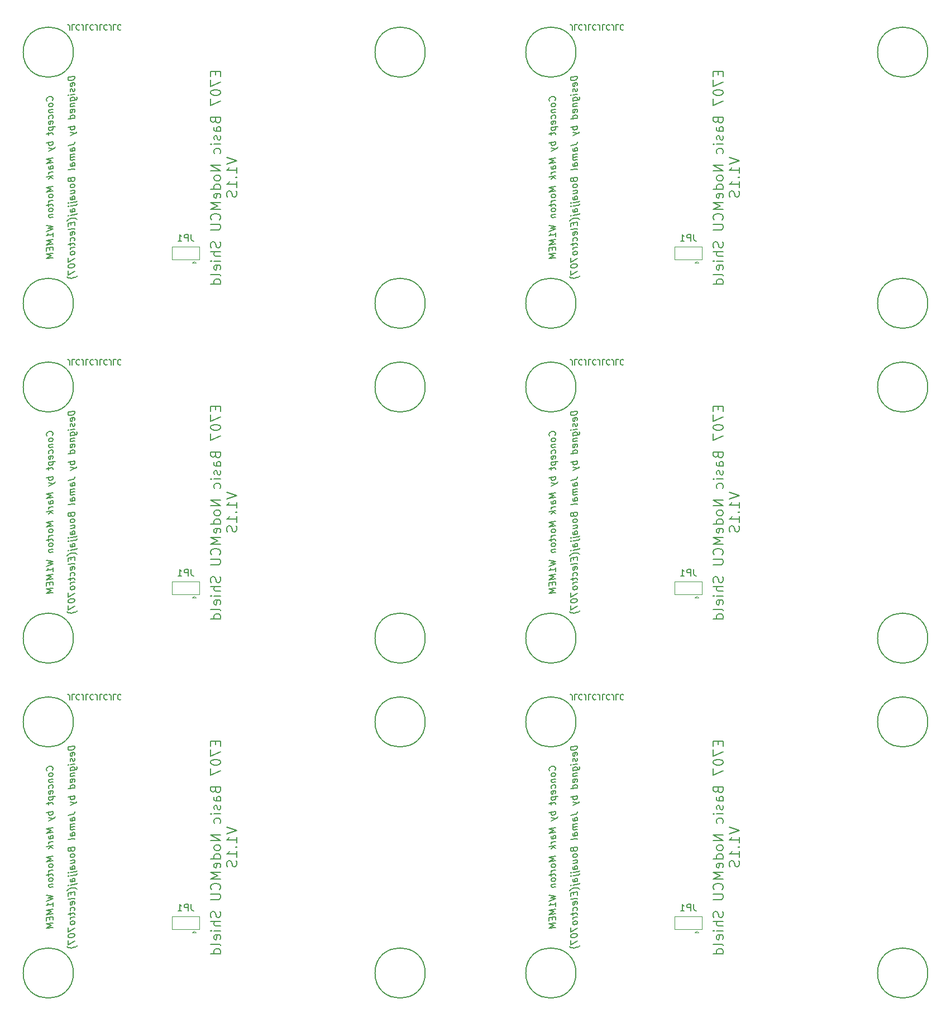
<source format=gbr>
%TF.GenerationSoftware,KiCad,Pcbnew,(5.99.0-9801-g46d71f0d23)*%
%TF.CreationDate,2021-03-17T23:59:57-04:00*%
%TF.ProjectId,PCB-S-Panelization,5043422d-532d-4506-916e-656c697a6174,rev?*%
%TF.SameCoordinates,Original*%
%TF.FileFunction,Legend,Bot*%
%TF.FilePolarity,Positive*%
%FSLAX46Y46*%
G04 Gerber Fmt 4.6, Leading zero omitted, Abs format (unit mm)*
G04 Created by KiCad (PCBNEW (5.99.0-9801-g46d71f0d23)) date 2021-03-17 23:59:57*
%MOMM*%
%LPD*%
G01*
G04 APERTURE LIST*
%ADD10C,0.152400*%
%ADD11C,0.203200*%
%ADD12C,0.150000*%
%ADD13C,0.120000*%
G04 APERTURE END LIST*
D10*
X118800638Y-131255104D02*
X118800638Y-130674533D01*
X118761933Y-130558419D01*
X118684523Y-130481009D01*
X118568409Y-130442304D01*
X118491000Y-130442304D01*
X119574733Y-130442304D02*
X119187685Y-130442304D01*
X119187685Y-131255104D01*
X120310123Y-130519714D02*
X120271419Y-130481009D01*
X120155304Y-130442304D01*
X120077895Y-130442304D01*
X119961780Y-130481009D01*
X119884371Y-130558419D01*
X119845666Y-130635828D01*
X119806961Y-130790647D01*
X119806961Y-130906761D01*
X119845666Y-131061580D01*
X119884371Y-131138990D01*
X119961780Y-131216400D01*
X120077895Y-131255104D01*
X120155304Y-131255104D01*
X120271419Y-131216400D01*
X120310123Y-131177695D01*
X120890695Y-131255104D02*
X120890695Y-130674533D01*
X120851990Y-130558419D01*
X120774580Y-130481009D01*
X120658466Y-130442304D01*
X120581057Y-130442304D01*
X121664790Y-130442304D02*
X121277742Y-130442304D01*
X121277742Y-131255104D01*
X122400180Y-130519714D02*
X122361476Y-130481009D01*
X122245361Y-130442304D01*
X122167952Y-130442304D01*
X122051838Y-130481009D01*
X121974428Y-130558419D01*
X121935723Y-130635828D01*
X121897019Y-130790647D01*
X121897019Y-130906761D01*
X121935723Y-131061580D01*
X121974428Y-131138990D01*
X122051838Y-131216400D01*
X122167952Y-131255104D01*
X122245361Y-131255104D01*
X122361476Y-131216400D01*
X122400180Y-131177695D01*
X122980752Y-131255104D02*
X122980752Y-130674533D01*
X122942047Y-130558419D01*
X122864638Y-130481009D01*
X122748523Y-130442304D01*
X122671114Y-130442304D01*
X123754847Y-130442304D02*
X123367800Y-130442304D01*
X123367800Y-131255104D01*
X124490238Y-130519714D02*
X124451533Y-130481009D01*
X124335419Y-130442304D01*
X124258009Y-130442304D01*
X124141895Y-130481009D01*
X124064485Y-130558419D01*
X124025780Y-130635828D01*
X123987076Y-130790647D01*
X123987076Y-130906761D01*
X124025780Y-131061580D01*
X124064485Y-131138990D01*
X124141895Y-131216400D01*
X124258009Y-131255104D01*
X124335419Y-131255104D01*
X124451533Y-131216400D01*
X124490238Y-131177695D01*
X125070809Y-131255104D02*
X125070809Y-130674533D01*
X125032104Y-130558419D01*
X124954695Y-130481009D01*
X124838580Y-130442304D01*
X124761171Y-130442304D01*
X125844904Y-130442304D02*
X125457857Y-130442304D01*
X125457857Y-131255104D01*
X126580295Y-130519714D02*
X126541590Y-130481009D01*
X126425476Y-130442304D01*
X126348066Y-130442304D01*
X126231952Y-130481009D01*
X126154542Y-130558419D01*
X126115838Y-130635828D01*
X126077133Y-130790647D01*
X126077133Y-130906761D01*
X126115838Y-131061580D01*
X126154542Y-131138990D01*
X126231952Y-131216400D01*
X126348066Y-131255104D01*
X126425476Y-131255104D01*
X126541590Y-131216400D01*
X126580295Y-131177695D01*
X172720000Y-172720000D02*
G75*
G03*
X172720000Y-172720000I-3810000J0D01*
G01*
X119380000Y-134620000D02*
G75*
G03*
X119380000Y-134620000I-3810000J0D01*
G01*
D11*
X140904322Y-137559142D02*
X140904322Y-138067142D01*
X141702608Y-138284857D02*
X141702608Y-137559142D01*
X140178608Y-137559142D01*
X140178608Y-138284857D01*
X140178608Y-138792857D02*
X140178608Y-139808857D01*
X141702608Y-139155714D01*
X140178608Y-140679714D02*
X140178608Y-140824857D01*
X140251180Y-140970000D01*
X140323751Y-141042571D01*
X140468894Y-141115142D01*
X140759180Y-141187714D01*
X141122037Y-141187714D01*
X141412322Y-141115142D01*
X141557465Y-141042571D01*
X141630037Y-140970000D01*
X141702608Y-140824857D01*
X141702608Y-140679714D01*
X141630037Y-140534571D01*
X141557465Y-140462000D01*
X141412322Y-140389428D01*
X141122037Y-140316857D01*
X140759180Y-140316857D01*
X140468894Y-140389428D01*
X140323751Y-140462000D01*
X140251180Y-140534571D01*
X140178608Y-140679714D01*
X140178608Y-141695714D02*
X140178608Y-142711714D01*
X141702608Y-142058571D01*
X140904322Y-144961428D02*
X140976894Y-145179142D01*
X141049465Y-145251714D01*
X141194608Y-145324285D01*
X141412322Y-145324285D01*
X141557465Y-145251714D01*
X141630037Y-145179142D01*
X141702608Y-145034000D01*
X141702608Y-144453428D01*
X140178608Y-144453428D01*
X140178608Y-144961428D01*
X140251180Y-145106571D01*
X140323751Y-145179142D01*
X140468894Y-145251714D01*
X140614037Y-145251714D01*
X140759180Y-145179142D01*
X140831751Y-145106571D01*
X140904322Y-144961428D01*
X140904322Y-144453428D01*
X141702608Y-146630571D02*
X140904322Y-146630571D01*
X140759180Y-146558000D01*
X140686608Y-146412857D01*
X140686608Y-146122571D01*
X140759180Y-145977428D01*
X141630037Y-146630571D02*
X141702608Y-146485428D01*
X141702608Y-146122571D01*
X141630037Y-145977428D01*
X141484894Y-145904857D01*
X141339751Y-145904857D01*
X141194608Y-145977428D01*
X141122037Y-146122571D01*
X141122037Y-146485428D01*
X141049465Y-146630571D01*
X141630037Y-147283714D02*
X141702608Y-147428857D01*
X141702608Y-147719142D01*
X141630037Y-147864285D01*
X141484894Y-147936857D01*
X141412322Y-147936857D01*
X141267180Y-147864285D01*
X141194608Y-147719142D01*
X141194608Y-147501428D01*
X141122037Y-147356285D01*
X140976894Y-147283714D01*
X140904322Y-147283714D01*
X140759180Y-147356285D01*
X140686608Y-147501428D01*
X140686608Y-147719142D01*
X140759180Y-147864285D01*
X141702608Y-148590000D02*
X140686608Y-148590000D01*
X140178608Y-148590000D02*
X140251180Y-148517428D01*
X140323751Y-148590000D01*
X140251180Y-148662571D01*
X140178608Y-148590000D01*
X140323751Y-148590000D01*
X141630037Y-149968857D02*
X141702608Y-149823714D01*
X141702608Y-149533428D01*
X141630037Y-149388285D01*
X141557465Y-149315714D01*
X141412322Y-149243142D01*
X140976894Y-149243142D01*
X140831751Y-149315714D01*
X140759180Y-149388285D01*
X140686608Y-149533428D01*
X140686608Y-149823714D01*
X140759180Y-149968857D01*
X141702608Y-151783142D02*
X140178608Y-151783142D01*
X141702608Y-152654000D01*
X140178608Y-152654000D01*
X141702608Y-153597428D02*
X141630037Y-153452285D01*
X141557465Y-153379714D01*
X141412322Y-153307142D01*
X140976894Y-153307142D01*
X140831751Y-153379714D01*
X140759180Y-153452285D01*
X140686608Y-153597428D01*
X140686608Y-153815142D01*
X140759180Y-153960285D01*
X140831751Y-154032857D01*
X140976894Y-154105428D01*
X141412322Y-154105428D01*
X141557465Y-154032857D01*
X141630037Y-153960285D01*
X141702608Y-153815142D01*
X141702608Y-153597428D01*
X141702608Y-155411714D02*
X140178608Y-155411714D01*
X141630037Y-155411714D02*
X141702608Y-155266571D01*
X141702608Y-154976285D01*
X141630037Y-154831142D01*
X141557465Y-154758571D01*
X141412322Y-154686000D01*
X140976894Y-154686000D01*
X140831751Y-154758571D01*
X140759180Y-154831142D01*
X140686608Y-154976285D01*
X140686608Y-155266571D01*
X140759180Y-155411714D01*
X141630037Y-156718000D02*
X141702608Y-156572857D01*
X141702608Y-156282571D01*
X141630037Y-156137428D01*
X141484894Y-156064857D01*
X140904322Y-156064857D01*
X140759180Y-156137428D01*
X140686608Y-156282571D01*
X140686608Y-156572857D01*
X140759180Y-156718000D01*
X140904322Y-156790571D01*
X141049465Y-156790571D01*
X141194608Y-156064857D01*
X141702608Y-157443714D02*
X140178608Y-157443714D01*
X141267180Y-157951714D01*
X140178608Y-158459714D01*
X141702608Y-158459714D01*
X141557465Y-160056285D02*
X141630037Y-159983714D01*
X141702608Y-159766000D01*
X141702608Y-159620857D01*
X141630037Y-159403142D01*
X141484894Y-159258000D01*
X141339751Y-159185428D01*
X141049465Y-159112857D01*
X140831751Y-159112857D01*
X140541465Y-159185428D01*
X140396322Y-159258000D01*
X140251180Y-159403142D01*
X140178608Y-159620857D01*
X140178608Y-159766000D01*
X140251180Y-159983714D01*
X140323751Y-160056285D01*
X140178608Y-160709428D02*
X141412322Y-160709428D01*
X141557465Y-160782000D01*
X141630037Y-160854571D01*
X141702608Y-160999714D01*
X141702608Y-161290000D01*
X141630037Y-161435142D01*
X141557465Y-161507714D01*
X141412322Y-161580285D01*
X140178608Y-161580285D01*
X141630037Y-163394571D02*
X141702608Y-163612285D01*
X141702608Y-163975142D01*
X141630037Y-164120285D01*
X141557465Y-164192857D01*
X141412322Y-164265428D01*
X141267180Y-164265428D01*
X141122037Y-164192857D01*
X141049465Y-164120285D01*
X140976894Y-163975142D01*
X140904322Y-163684857D01*
X140831751Y-163539714D01*
X140759180Y-163467142D01*
X140614037Y-163394571D01*
X140468894Y-163394571D01*
X140323751Y-163467142D01*
X140251180Y-163539714D01*
X140178608Y-163684857D01*
X140178608Y-164047714D01*
X140251180Y-164265428D01*
X141702608Y-164918571D02*
X140178608Y-164918571D01*
X141702608Y-165571714D02*
X140904322Y-165571714D01*
X140759180Y-165499142D01*
X140686608Y-165354000D01*
X140686608Y-165136285D01*
X140759180Y-164991142D01*
X140831751Y-164918571D01*
X141702608Y-166297428D02*
X140686608Y-166297428D01*
X140178608Y-166297428D02*
X140251180Y-166224857D01*
X140323751Y-166297428D01*
X140251180Y-166370000D01*
X140178608Y-166297428D01*
X140323751Y-166297428D01*
X141630037Y-167603714D02*
X141702608Y-167458571D01*
X141702608Y-167168285D01*
X141630037Y-167023142D01*
X141484894Y-166950571D01*
X140904322Y-166950571D01*
X140759180Y-167023142D01*
X140686608Y-167168285D01*
X140686608Y-167458571D01*
X140759180Y-167603714D01*
X140904322Y-167676285D01*
X141049465Y-167676285D01*
X141194608Y-166950571D01*
X141702608Y-168547142D02*
X141630037Y-168402000D01*
X141484894Y-168329428D01*
X140178608Y-168329428D01*
X141702608Y-169780857D02*
X140178608Y-169780857D01*
X141630037Y-169780857D02*
X141702608Y-169635714D01*
X141702608Y-169345428D01*
X141630037Y-169200285D01*
X141557465Y-169127714D01*
X141412322Y-169055142D01*
X140976894Y-169055142D01*
X140831751Y-169127714D01*
X140759180Y-169200285D01*
X140686608Y-169345428D01*
X140686608Y-169635714D01*
X140759180Y-169780857D01*
X142632248Y-150622000D02*
X144156248Y-151130000D01*
X142632248Y-151638000D01*
X144156248Y-152944285D02*
X144156248Y-152073428D01*
X144156248Y-152508857D02*
X142632248Y-152508857D01*
X142849962Y-152363714D01*
X142995105Y-152218571D01*
X143067677Y-152073428D01*
X144011105Y-153597428D02*
X144083677Y-153670000D01*
X144156248Y-153597428D01*
X144083677Y-153524857D01*
X144011105Y-153597428D01*
X144156248Y-153597428D01*
X144156248Y-155121428D02*
X144156248Y-154250571D01*
X144156248Y-154686000D02*
X142632248Y-154686000D01*
X142849962Y-154540857D01*
X142995105Y-154395714D01*
X143067677Y-154250571D01*
X144083677Y-155702000D02*
X144156248Y-155919714D01*
X144156248Y-156282571D01*
X144083677Y-156427714D01*
X144011105Y-156500285D01*
X143865962Y-156572857D01*
X143720820Y-156572857D01*
X143575677Y-156500285D01*
X143503105Y-156427714D01*
X143430534Y-156282571D01*
X143357962Y-155992285D01*
X143285391Y-155847142D01*
X143212820Y-155774571D01*
X143067677Y-155702000D01*
X142922534Y-155702000D01*
X142777391Y-155774571D01*
X142704820Y-155847142D01*
X142632248Y-155992285D01*
X142632248Y-156355142D01*
X142704820Y-156572857D01*
D10*
X172720000Y-134620000D02*
G75*
G03*
X172720000Y-134620000I-3810000J0D01*
G01*
X119380000Y-172720000D02*
G75*
G03*
X119380000Y-172720000I-3810000J0D01*
G01*
X116202097Y-141950288D02*
X116250478Y-141895860D01*
X116298859Y-141744669D01*
X116298859Y-141647907D01*
X116250478Y-141508812D01*
X116153716Y-141424145D01*
X116056954Y-141387860D01*
X115863430Y-141363669D01*
X115718287Y-141381812D01*
X115524763Y-141454384D01*
X115428001Y-141514860D01*
X115331240Y-141623717D01*
X115282859Y-141774907D01*
X115282859Y-141871669D01*
X115331240Y-142010765D01*
X115379620Y-142053098D01*
X116298859Y-142518765D02*
X116250478Y-142428050D01*
X116202097Y-142385717D01*
X116105335Y-142349431D01*
X115815049Y-142385717D01*
X115718287Y-142446193D01*
X115669906Y-142500622D01*
X115621525Y-142603431D01*
X115621525Y-142748574D01*
X115669906Y-142839288D01*
X115718287Y-142881622D01*
X115815049Y-142917907D01*
X116105335Y-142881622D01*
X116202097Y-142821145D01*
X116250478Y-142766717D01*
X116298859Y-142663907D01*
X116298859Y-142518765D01*
X115621525Y-143377526D02*
X116298859Y-143292860D01*
X115718287Y-143365431D02*
X115669906Y-143419860D01*
X115621525Y-143522669D01*
X115621525Y-143667812D01*
X115669906Y-143758526D01*
X115766668Y-143794812D01*
X116298859Y-143728288D01*
X116250478Y-144653574D02*
X116298859Y-144550765D01*
X116298859Y-144357241D01*
X116250478Y-144266526D01*
X116202097Y-144224193D01*
X116105335Y-144187907D01*
X115815049Y-144224193D01*
X115718287Y-144284669D01*
X115669906Y-144339098D01*
X115621525Y-144441907D01*
X115621525Y-144635431D01*
X115669906Y-144726145D01*
X116250478Y-145476050D02*
X116298859Y-145373241D01*
X116298859Y-145179717D01*
X116250478Y-145089003D01*
X116153716Y-145052717D01*
X115766668Y-145101098D01*
X115669906Y-145161574D01*
X115621525Y-145264384D01*
X115621525Y-145457907D01*
X115669906Y-145548622D01*
X115766668Y-145584907D01*
X115863430Y-145572812D01*
X115960192Y-145076907D01*
X115621525Y-146038479D02*
X116637525Y-145911479D01*
X115669906Y-146032431D02*
X115621525Y-146135241D01*
X115621525Y-146328765D01*
X115669906Y-146419479D01*
X115718287Y-146461812D01*
X115815049Y-146498098D01*
X116105335Y-146461812D01*
X116202097Y-146401336D01*
X116250478Y-146346907D01*
X116298859Y-146244098D01*
X116298859Y-146050574D01*
X116250478Y-145959860D01*
X115621525Y-146812574D02*
X115621525Y-147199622D01*
X115282859Y-147000050D02*
X116153716Y-146891193D01*
X116250478Y-146927479D01*
X116298859Y-147018193D01*
X116298859Y-147114955D01*
X116298859Y-148227717D02*
X115282859Y-148354717D01*
X115669906Y-148306336D02*
X115621525Y-148409145D01*
X115621525Y-148602669D01*
X115669906Y-148693384D01*
X115718287Y-148735717D01*
X115815049Y-148772003D01*
X116105335Y-148735717D01*
X116202097Y-148675241D01*
X116250478Y-148620812D01*
X116298859Y-148518003D01*
X116298859Y-148324479D01*
X116250478Y-148233765D01*
X115621525Y-149134860D02*
X116298859Y-149292098D01*
X115621525Y-149618669D02*
X116298859Y-149292098D01*
X116540763Y-149165098D01*
X116589144Y-149110669D01*
X116637525Y-149007860D01*
X116298859Y-150695145D02*
X115282859Y-150822145D01*
X116008573Y-151070098D01*
X115282859Y-151499479D01*
X116298859Y-151372479D01*
X116298859Y-152291717D02*
X115766668Y-152358241D01*
X115669906Y-152321955D01*
X115621525Y-152231241D01*
X115621525Y-152037717D01*
X115669906Y-151934907D01*
X116250478Y-152297765D02*
X116298859Y-152194955D01*
X116298859Y-151953050D01*
X116250478Y-151862336D01*
X116153716Y-151826050D01*
X116056954Y-151838145D01*
X115960192Y-151898622D01*
X115911811Y-152001431D01*
X115911811Y-152243336D01*
X115863430Y-152346145D01*
X116298859Y-152775526D02*
X115621525Y-152860193D01*
X115815049Y-152836003D02*
X115718287Y-152896479D01*
X115669906Y-152950907D01*
X115621525Y-153053717D01*
X115621525Y-153150479D01*
X116298859Y-153404479D02*
X115282859Y-153531479D01*
X115911811Y-153549622D02*
X116298859Y-153791526D01*
X115621525Y-153876193D02*
X116008573Y-153440765D01*
X116298859Y-155001050D02*
X115282859Y-155128050D01*
X116008573Y-155376003D01*
X115282859Y-155805384D01*
X116298859Y-155678384D01*
X116298859Y-156307336D02*
X116250478Y-156216622D01*
X116202097Y-156174288D01*
X116105335Y-156138003D01*
X115815049Y-156174288D01*
X115718287Y-156234765D01*
X115669906Y-156289193D01*
X115621525Y-156392003D01*
X115621525Y-156537145D01*
X115669906Y-156627860D01*
X115718287Y-156670193D01*
X115815049Y-156706479D01*
X116105335Y-156670193D01*
X116202097Y-156609717D01*
X116250478Y-156555288D01*
X116298859Y-156452479D01*
X116298859Y-156307336D01*
X116298859Y-157081431D02*
X115621525Y-157166098D01*
X115815049Y-157141907D02*
X115718287Y-157202384D01*
X115669906Y-157256812D01*
X115621525Y-157359622D01*
X115621525Y-157456384D01*
X115621525Y-157649907D02*
X115621525Y-158036955D01*
X115282859Y-157837384D02*
X116153716Y-157728526D01*
X116250478Y-157764812D01*
X116298859Y-157855526D01*
X116298859Y-157952288D01*
X116298859Y-158436098D02*
X116250478Y-158345384D01*
X116202097Y-158303050D01*
X116105335Y-158266765D01*
X115815049Y-158303050D01*
X115718287Y-158363526D01*
X115669906Y-158417955D01*
X115621525Y-158520765D01*
X115621525Y-158665907D01*
X115669906Y-158756622D01*
X115718287Y-158798955D01*
X115815049Y-158835241D01*
X116105335Y-158798955D01*
X116202097Y-158738479D01*
X116250478Y-158684050D01*
X116298859Y-158581241D01*
X116298859Y-158436098D01*
X115621525Y-159294860D02*
X116298859Y-159210193D01*
X115718287Y-159282765D02*
X115669906Y-159337193D01*
X115621525Y-159440003D01*
X115621525Y-159585145D01*
X115669906Y-159675860D01*
X115766668Y-159712145D01*
X116298859Y-159645622D01*
X115282859Y-160933765D02*
X116298859Y-161048669D01*
X115573144Y-161332907D01*
X116298859Y-161435717D01*
X115282859Y-161804622D01*
X116298859Y-162596860D02*
X116298859Y-162016288D01*
X116298859Y-162306574D02*
X115282859Y-162433574D01*
X115428001Y-162318669D01*
X115524763Y-162209812D01*
X115573144Y-162107003D01*
X116298859Y-163032288D02*
X115282859Y-163159288D01*
X116008573Y-163407241D01*
X115282859Y-163836622D01*
X116298859Y-163709622D01*
X115766668Y-164259955D02*
X115766668Y-164598622D01*
X116298859Y-164677241D02*
X116298859Y-164193431D01*
X115282859Y-164320431D01*
X115282859Y-164804241D01*
X116298859Y-165112669D02*
X115282859Y-165239669D01*
X116008573Y-165487622D01*
X115282859Y-165917003D01*
X116298859Y-165790003D01*
X119570379Y-138285431D02*
X118554379Y-138412431D01*
X118554379Y-138654336D01*
X118602760Y-138793431D01*
X118699521Y-138878098D01*
X118796283Y-138914384D01*
X118989807Y-138938574D01*
X119134950Y-138920431D01*
X119328474Y-138847860D01*
X119425236Y-138787384D01*
X119521998Y-138678526D01*
X119570379Y-138527336D01*
X119570379Y-138285431D01*
X119521998Y-139694526D02*
X119570379Y-139591717D01*
X119570379Y-139398193D01*
X119521998Y-139307479D01*
X119425236Y-139271193D01*
X119038188Y-139319574D01*
X118941426Y-139380050D01*
X118893045Y-139482860D01*
X118893045Y-139676384D01*
X118941426Y-139767098D01*
X119038188Y-139803384D01*
X119134950Y-139791288D01*
X119231712Y-139295384D01*
X119521998Y-140129955D02*
X119570379Y-140220669D01*
X119570379Y-140414193D01*
X119521998Y-140517003D01*
X119425236Y-140577479D01*
X119376855Y-140583526D01*
X119280093Y-140547241D01*
X119231712Y-140456526D01*
X119231712Y-140311384D01*
X119183331Y-140220669D01*
X119086569Y-140184384D01*
X119038188Y-140190431D01*
X118941426Y-140250907D01*
X118893045Y-140353717D01*
X118893045Y-140498860D01*
X118941426Y-140589574D01*
X119570379Y-140994765D02*
X118893045Y-141079431D01*
X118554379Y-141121765D02*
X118602760Y-141067336D01*
X118651140Y-141109669D01*
X118602760Y-141164098D01*
X118554379Y-141121765D01*
X118651140Y-141109669D01*
X118893045Y-141998669D02*
X119715521Y-141895860D01*
X119812283Y-141835384D01*
X119860664Y-141780955D01*
X119909045Y-141678145D01*
X119909045Y-141533003D01*
X119860664Y-141442288D01*
X119521998Y-141920050D02*
X119570379Y-141817241D01*
X119570379Y-141623717D01*
X119521998Y-141533003D01*
X119473617Y-141490669D01*
X119376855Y-141454384D01*
X119086569Y-141490669D01*
X118989807Y-141551145D01*
X118941426Y-141605574D01*
X118893045Y-141708384D01*
X118893045Y-141901907D01*
X118941426Y-141992622D01*
X118893045Y-142482479D02*
X119570379Y-142397812D01*
X118989807Y-142470384D02*
X118941426Y-142524812D01*
X118893045Y-142627622D01*
X118893045Y-142772765D01*
X118941426Y-142863479D01*
X119038188Y-142899765D01*
X119570379Y-142833241D01*
X119521998Y-143710145D02*
X119570379Y-143607336D01*
X119570379Y-143413812D01*
X119521998Y-143323098D01*
X119425236Y-143286812D01*
X119038188Y-143335193D01*
X118941426Y-143395669D01*
X118893045Y-143498479D01*
X118893045Y-143692003D01*
X118941426Y-143782717D01*
X119038188Y-143819003D01*
X119134950Y-143806907D01*
X119231712Y-143311003D01*
X119570379Y-144623336D02*
X118554379Y-144750336D01*
X119521998Y-144629384D02*
X119570379Y-144526574D01*
X119570379Y-144333050D01*
X119521998Y-144242336D01*
X119473617Y-144200003D01*
X119376855Y-144163717D01*
X119086569Y-144200003D01*
X118989807Y-144260479D01*
X118941426Y-144314907D01*
X118893045Y-144417717D01*
X118893045Y-144611241D01*
X118941426Y-144701955D01*
X119570379Y-145881241D02*
X118554379Y-146008241D01*
X118941426Y-145959860D02*
X118893045Y-146062669D01*
X118893045Y-146256193D01*
X118941426Y-146346907D01*
X118989807Y-146389241D01*
X119086569Y-146425526D01*
X119376855Y-146389241D01*
X119473617Y-146328765D01*
X119521998Y-146274336D01*
X119570379Y-146171526D01*
X119570379Y-145978003D01*
X119521998Y-145887288D01*
X118893045Y-146788384D02*
X119570379Y-146945622D01*
X118893045Y-147272193D02*
X119570379Y-146945622D01*
X119812283Y-146818622D01*
X119860664Y-146764193D01*
X119909045Y-146661384D01*
X118554379Y-148765955D02*
X119280093Y-148675241D01*
X119425236Y-148608717D01*
X119521998Y-148499860D01*
X119570379Y-148348669D01*
X119570379Y-148251907D01*
X119570379Y-149558193D02*
X119038188Y-149624717D01*
X118941426Y-149588431D01*
X118893045Y-149497717D01*
X118893045Y-149304193D01*
X118941426Y-149201384D01*
X119521998Y-149564241D02*
X119570379Y-149461431D01*
X119570379Y-149219526D01*
X119521998Y-149128812D01*
X119425236Y-149092526D01*
X119328474Y-149104622D01*
X119231712Y-149165098D01*
X119183331Y-149267907D01*
X119183331Y-149509812D01*
X119134950Y-149612622D01*
X119570379Y-150042003D02*
X118893045Y-150126669D01*
X118989807Y-150114574D02*
X118941426Y-150169003D01*
X118893045Y-150271812D01*
X118893045Y-150416955D01*
X118941426Y-150507669D01*
X119038188Y-150543955D01*
X119570379Y-150477431D01*
X119038188Y-150543955D02*
X118941426Y-150604431D01*
X118893045Y-150707241D01*
X118893045Y-150852384D01*
X118941426Y-150943098D01*
X119038188Y-150979384D01*
X119570379Y-150912860D01*
X119570379Y-151832098D02*
X119038188Y-151898622D01*
X118941426Y-151862336D01*
X118893045Y-151771622D01*
X118893045Y-151578098D01*
X118941426Y-151475288D01*
X119521998Y-151838145D02*
X119570379Y-151735336D01*
X119570379Y-151493431D01*
X119521998Y-151402717D01*
X119425236Y-151366431D01*
X119328474Y-151378526D01*
X119231712Y-151439003D01*
X119183331Y-151541812D01*
X119183331Y-151783717D01*
X119134950Y-151886526D01*
X119570379Y-152461050D02*
X119521998Y-152370336D01*
X119425236Y-152334050D01*
X118554379Y-152442907D01*
X119038188Y-154027384D02*
X119086569Y-154166479D01*
X119134950Y-154208812D01*
X119231712Y-154245098D01*
X119376855Y-154226955D01*
X119473617Y-154166479D01*
X119521998Y-154112050D01*
X119570379Y-154009241D01*
X119570379Y-153622193D01*
X118554379Y-153749193D01*
X118554379Y-154087860D01*
X118602760Y-154178574D01*
X118651140Y-154220907D01*
X118747902Y-154257193D01*
X118844664Y-154245098D01*
X118941426Y-154184622D01*
X118989807Y-154130193D01*
X119038188Y-154027384D01*
X119038188Y-153688717D01*
X119570379Y-154783336D02*
X119521998Y-154692622D01*
X119473617Y-154650288D01*
X119376855Y-154614003D01*
X119086569Y-154650288D01*
X118989807Y-154710765D01*
X118941426Y-154765193D01*
X118893045Y-154868003D01*
X118893045Y-155013145D01*
X118941426Y-155103860D01*
X118989807Y-155146193D01*
X119086569Y-155182479D01*
X119376855Y-155146193D01*
X119473617Y-155085717D01*
X119521998Y-155031288D01*
X119570379Y-154928479D01*
X119570379Y-154783336D01*
X118893045Y-156077526D02*
X119570379Y-155992860D01*
X118893045Y-155642098D02*
X119425236Y-155575574D01*
X119521998Y-155611860D01*
X119570379Y-155702574D01*
X119570379Y-155847717D01*
X119521998Y-155950526D01*
X119473617Y-156004955D01*
X119570379Y-156912098D02*
X119038188Y-156978622D01*
X118941426Y-156942336D01*
X118893045Y-156851622D01*
X118893045Y-156658098D01*
X118941426Y-156555288D01*
X119521998Y-156918145D02*
X119570379Y-156815336D01*
X119570379Y-156573431D01*
X119521998Y-156482717D01*
X119425236Y-156446431D01*
X119328474Y-156458526D01*
X119231712Y-156519003D01*
X119183331Y-156621812D01*
X119183331Y-156863717D01*
X119134950Y-156966526D01*
X118893045Y-157480574D02*
X119763902Y-157371717D01*
X119860664Y-157311241D01*
X119909045Y-157208431D01*
X119909045Y-157160050D01*
X118554379Y-157522907D02*
X118602760Y-157468479D01*
X118651140Y-157510812D01*
X118602760Y-157565241D01*
X118554379Y-157522907D01*
X118651140Y-157510812D01*
X118893045Y-157964384D02*
X119763902Y-157855526D01*
X119860664Y-157795050D01*
X119909045Y-157692241D01*
X119909045Y-157643860D01*
X118554379Y-158006717D02*
X118602760Y-157952288D01*
X118651140Y-157994622D01*
X118602760Y-158049050D01*
X118554379Y-158006717D01*
X118651140Y-157994622D01*
X119570379Y-158798955D02*
X119038188Y-158865479D01*
X118941426Y-158829193D01*
X118893045Y-158738479D01*
X118893045Y-158544955D01*
X118941426Y-158442145D01*
X119521998Y-158805003D02*
X119570379Y-158702193D01*
X119570379Y-158460288D01*
X119521998Y-158369574D01*
X119425236Y-158333288D01*
X119328474Y-158345384D01*
X119231712Y-158405860D01*
X119183331Y-158508669D01*
X119183331Y-158750574D01*
X119134950Y-158853384D01*
X118893045Y-159367431D02*
X119763902Y-159258574D01*
X119860664Y-159198098D01*
X119909045Y-159095288D01*
X119909045Y-159046907D01*
X118554379Y-159409765D02*
X118602760Y-159355336D01*
X118651140Y-159397669D01*
X118602760Y-159452098D01*
X118554379Y-159409765D01*
X118651140Y-159397669D01*
X119957426Y-160008479D02*
X119909045Y-159966145D01*
X119763902Y-159887526D01*
X119667140Y-159851241D01*
X119521998Y-159821003D01*
X119280093Y-159802860D01*
X119086569Y-159827050D01*
X118844664Y-159905669D01*
X118699521Y-159972193D01*
X118602760Y-160032669D01*
X118457617Y-160147574D01*
X118409236Y-160202003D01*
X119038188Y-160510431D02*
X119038188Y-160849098D01*
X119570379Y-160927717D02*
X119570379Y-160443907D01*
X118554379Y-160570907D01*
X118554379Y-161054717D01*
X119570379Y-161508288D02*
X119521998Y-161417574D01*
X119425236Y-161381288D01*
X118554379Y-161490145D01*
X119521998Y-162288431D02*
X119570379Y-162185622D01*
X119570379Y-161992098D01*
X119521998Y-161901384D01*
X119425236Y-161865098D01*
X119038188Y-161913479D01*
X118941426Y-161973955D01*
X118893045Y-162076765D01*
X118893045Y-162270288D01*
X118941426Y-162361003D01*
X119038188Y-162397288D01*
X119134950Y-162385193D01*
X119231712Y-161889288D01*
X119521998Y-163207669D02*
X119570379Y-163104860D01*
X119570379Y-162911336D01*
X119521998Y-162820622D01*
X119473617Y-162778288D01*
X119376855Y-162742003D01*
X119086569Y-162778288D01*
X118989807Y-162838765D01*
X118941426Y-162893193D01*
X118893045Y-162996003D01*
X118893045Y-163189526D01*
X118941426Y-163280241D01*
X118893045Y-163576574D02*
X118893045Y-163963622D01*
X118554379Y-163764050D02*
X119425236Y-163655193D01*
X119521998Y-163691479D01*
X119570379Y-163782193D01*
X119570379Y-163878955D01*
X119570379Y-164217622D02*
X118893045Y-164302288D01*
X119086569Y-164278098D02*
X118989807Y-164338574D01*
X118941426Y-164393003D01*
X118893045Y-164495812D01*
X118893045Y-164592574D01*
X119570379Y-164991717D02*
X119521998Y-164901003D01*
X119473617Y-164858669D01*
X119376855Y-164822384D01*
X119086569Y-164858669D01*
X118989807Y-164919145D01*
X118941426Y-164973574D01*
X118893045Y-165076384D01*
X118893045Y-165221526D01*
X118941426Y-165312241D01*
X118989807Y-165354574D01*
X119086569Y-165390860D01*
X119376855Y-165354574D01*
X119473617Y-165294098D01*
X119521998Y-165239669D01*
X119570379Y-165136860D01*
X119570379Y-164991717D01*
X118554379Y-165796050D02*
X118554379Y-166473384D01*
X119570379Y-165910955D01*
X118554379Y-167053955D02*
X118554379Y-167150717D01*
X118602760Y-167241431D01*
X118651140Y-167283765D01*
X118747902Y-167320050D01*
X118941426Y-167344241D01*
X119183331Y-167314003D01*
X119376855Y-167241431D01*
X119473617Y-167180955D01*
X119521998Y-167126526D01*
X119570379Y-167023717D01*
X119570379Y-166926955D01*
X119521998Y-166836241D01*
X119473617Y-166793907D01*
X119376855Y-166757622D01*
X119183331Y-166733431D01*
X118941426Y-166763669D01*
X118747902Y-166836241D01*
X118651140Y-166896717D01*
X118602760Y-166951145D01*
X118554379Y-167053955D01*
X118554379Y-167731288D02*
X118554379Y-168408622D01*
X119570379Y-167846193D01*
X119957426Y-168523526D02*
X119909045Y-168577955D01*
X119763902Y-168692860D01*
X119667140Y-168753336D01*
X119521998Y-168819860D01*
X119280093Y-168898479D01*
X119086569Y-168922669D01*
X118844664Y-168904526D01*
X118699521Y-168874288D01*
X118602760Y-168838003D01*
X118457617Y-168759384D01*
X118409236Y-168717050D01*
X42600638Y-131255104D02*
X42600638Y-130674533D01*
X42561933Y-130558419D01*
X42484523Y-130481009D01*
X42368409Y-130442304D01*
X42291000Y-130442304D01*
X43374733Y-130442304D02*
X42987685Y-130442304D01*
X42987685Y-131255104D01*
X44110123Y-130519714D02*
X44071419Y-130481009D01*
X43955304Y-130442304D01*
X43877895Y-130442304D01*
X43761780Y-130481009D01*
X43684371Y-130558419D01*
X43645666Y-130635828D01*
X43606961Y-130790647D01*
X43606961Y-130906761D01*
X43645666Y-131061580D01*
X43684371Y-131138990D01*
X43761780Y-131216400D01*
X43877895Y-131255104D01*
X43955304Y-131255104D01*
X44071419Y-131216400D01*
X44110123Y-131177695D01*
X44690695Y-131255104D02*
X44690695Y-130674533D01*
X44651990Y-130558419D01*
X44574580Y-130481009D01*
X44458466Y-130442304D01*
X44381057Y-130442304D01*
X45464790Y-130442304D02*
X45077742Y-130442304D01*
X45077742Y-131255104D01*
X46200180Y-130519714D02*
X46161476Y-130481009D01*
X46045361Y-130442304D01*
X45967952Y-130442304D01*
X45851838Y-130481009D01*
X45774428Y-130558419D01*
X45735723Y-130635828D01*
X45697019Y-130790647D01*
X45697019Y-130906761D01*
X45735723Y-131061580D01*
X45774428Y-131138990D01*
X45851838Y-131216400D01*
X45967952Y-131255104D01*
X46045361Y-131255104D01*
X46161476Y-131216400D01*
X46200180Y-131177695D01*
X46780752Y-131255104D02*
X46780752Y-130674533D01*
X46742047Y-130558419D01*
X46664638Y-130481009D01*
X46548523Y-130442304D01*
X46471114Y-130442304D01*
X47554847Y-130442304D02*
X47167800Y-130442304D01*
X47167800Y-131255104D01*
X48290238Y-130519714D02*
X48251533Y-130481009D01*
X48135419Y-130442304D01*
X48058009Y-130442304D01*
X47941895Y-130481009D01*
X47864485Y-130558419D01*
X47825780Y-130635828D01*
X47787076Y-130790647D01*
X47787076Y-130906761D01*
X47825780Y-131061580D01*
X47864485Y-131138990D01*
X47941895Y-131216400D01*
X48058009Y-131255104D01*
X48135419Y-131255104D01*
X48251533Y-131216400D01*
X48290238Y-131177695D01*
X48870809Y-131255104D02*
X48870809Y-130674533D01*
X48832104Y-130558419D01*
X48754695Y-130481009D01*
X48638580Y-130442304D01*
X48561171Y-130442304D01*
X49644904Y-130442304D02*
X49257857Y-130442304D01*
X49257857Y-131255104D01*
X50380295Y-130519714D02*
X50341590Y-130481009D01*
X50225476Y-130442304D01*
X50148066Y-130442304D01*
X50031952Y-130481009D01*
X49954542Y-130558419D01*
X49915838Y-130635828D01*
X49877133Y-130790647D01*
X49877133Y-130906761D01*
X49915838Y-131061580D01*
X49954542Y-131138990D01*
X50031952Y-131216400D01*
X50148066Y-131255104D01*
X50225476Y-131255104D01*
X50341590Y-131216400D01*
X50380295Y-131177695D01*
X96520000Y-172720000D02*
G75*
G03*
X96520000Y-172720000I-3810000J0D01*
G01*
X43180000Y-134620000D02*
G75*
G03*
X43180000Y-134620000I-3810000J0D01*
G01*
D11*
X64704322Y-137559142D02*
X64704322Y-138067142D01*
X65502608Y-138284857D02*
X65502608Y-137559142D01*
X63978608Y-137559142D01*
X63978608Y-138284857D01*
X63978608Y-138792857D02*
X63978608Y-139808857D01*
X65502608Y-139155714D01*
X63978608Y-140679714D02*
X63978608Y-140824857D01*
X64051180Y-140970000D01*
X64123751Y-141042571D01*
X64268894Y-141115142D01*
X64559180Y-141187714D01*
X64922037Y-141187714D01*
X65212322Y-141115142D01*
X65357465Y-141042571D01*
X65430037Y-140970000D01*
X65502608Y-140824857D01*
X65502608Y-140679714D01*
X65430037Y-140534571D01*
X65357465Y-140462000D01*
X65212322Y-140389428D01*
X64922037Y-140316857D01*
X64559180Y-140316857D01*
X64268894Y-140389428D01*
X64123751Y-140462000D01*
X64051180Y-140534571D01*
X63978608Y-140679714D01*
X63978608Y-141695714D02*
X63978608Y-142711714D01*
X65502608Y-142058571D01*
X64704322Y-144961428D02*
X64776894Y-145179142D01*
X64849465Y-145251714D01*
X64994608Y-145324285D01*
X65212322Y-145324285D01*
X65357465Y-145251714D01*
X65430037Y-145179142D01*
X65502608Y-145034000D01*
X65502608Y-144453428D01*
X63978608Y-144453428D01*
X63978608Y-144961428D01*
X64051180Y-145106571D01*
X64123751Y-145179142D01*
X64268894Y-145251714D01*
X64414037Y-145251714D01*
X64559180Y-145179142D01*
X64631751Y-145106571D01*
X64704322Y-144961428D01*
X64704322Y-144453428D01*
X65502608Y-146630571D02*
X64704322Y-146630571D01*
X64559180Y-146558000D01*
X64486608Y-146412857D01*
X64486608Y-146122571D01*
X64559180Y-145977428D01*
X65430037Y-146630571D02*
X65502608Y-146485428D01*
X65502608Y-146122571D01*
X65430037Y-145977428D01*
X65284894Y-145904857D01*
X65139751Y-145904857D01*
X64994608Y-145977428D01*
X64922037Y-146122571D01*
X64922037Y-146485428D01*
X64849465Y-146630571D01*
X65430037Y-147283714D02*
X65502608Y-147428857D01*
X65502608Y-147719142D01*
X65430037Y-147864285D01*
X65284894Y-147936857D01*
X65212322Y-147936857D01*
X65067180Y-147864285D01*
X64994608Y-147719142D01*
X64994608Y-147501428D01*
X64922037Y-147356285D01*
X64776894Y-147283714D01*
X64704322Y-147283714D01*
X64559180Y-147356285D01*
X64486608Y-147501428D01*
X64486608Y-147719142D01*
X64559180Y-147864285D01*
X65502608Y-148590000D02*
X64486608Y-148590000D01*
X63978608Y-148590000D02*
X64051180Y-148517428D01*
X64123751Y-148590000D01*
X64051180Y-148662571D01*
X63978608Y-148590000D01*
X64123751Y-148590000D01*
X65430037Y-149968857D02*
X65502608Y-149823714D01*
X65502608Y-149533428D01*
X65430037Y-149388285D01*
X65357465Y-149315714D01*
X65212322Y-149243142D01*
X64776894Y-149243142D01*
X64631751Y-149315714D01*
X64559180Y-149388285D01*
X64486608Y-149533428D01*
X64486608Y-149823714D01*
X64559180Y-149968857D01*
X65502608Y-151783142D02*
X63978608Y-151783142D01*
X65502608Y-152654000D01*
X63978608Y-152654000D01*
X65502608Y-153597428D02*
X65430037Y-153452285D01*
X65357465Y-153379714D01*
X65212322Y-153307142D01*
X64776894Y-153307142D01*
X64631751Y-153379714D01*
X64559180Y-153452285D01*
X64486608Y-153597428D01*
X64486608Y-153815142D01*
X64559180Y-153960285D01*
X64631751Y-154032857D01*
X64776894Y-154105428D01*
X65212322Y-154105428D01*
X65357465Y-154032857D01*
X65430037Y-153960285D01*
X65502608Y-153815142D01*
X65502608Y-153597428D01*
X65502608Y-155411714D02*
X63978608Y-155411714D01*
X65430037Y-155411714D02*
X65502608Y-155266571D01*
X65502608Y-154976285D01*
X65430037Y-154831142D01*
X65357465Y-154758571D01*
X65212322Y-154686000D01*
X64776894Y-154686000D01*
X64631751Y-154758571D01*
X64559180Y-154831142D01*
X64486608Y-154976285D01*
X64486608Y-155266571D01*
X64559180Y-155411714D01*
X65430037Y-156718000D02*
X65502608Y-156572857D01*
X65502608Y-156282571D01*
X65430037Y-156137428D01*
X65284894Y-156064857D01*
X64704322Y-156064857D01*
X64559180Y-156137428D01*
X64486608Y-156282571D01*
X64486608Y-156572857D01*
X64559180Y-156718000D01*
X64704322Y-156790571D01*
X64849465Y-156790571D01*
X64994608Y-156064857D01*
X65502608Y-157443714D02*
X63978608Y-157443714D01*
X65067180Y-157951714D01*
X63978608Y-158459714D01*
X65502608Y-158459714D01*
X65357465Y-160056285D02*
X65430037Y-159983714D01*
X65502608Y-159766000D01*
X65502608Y-159620857D01*
X65430037Y-159403142D01*
X65284894Y-159258000D01*
X65139751Y-159185428D01*
X64849465Y-159112857D01*
X64631751Y-159112857D01*
X64341465Y-159185428D01*
X64196322Y-159258000D01*
X64051180Y-159403142D01*
X63978608Y-159620857D01*
X63978608Y-159766000D01*
X64051180Y-159983714D01*
X64123751Y-160056285D01*
X63978608Y-160709428D02*
X65212322Y-160709428D01*
X65357465Y-160782000D01*
X65430037Y-160854571D01*
X65502608Y-160999714D01*
X65502608Y-161290000D01*
X65430037Y-161435142D01*
X65357465Y-161507714D01*
X65212322Y-161580285D01*
X63978608Y-161580285D01*
X65430037Y-163394571D02*
X65502608Y-163612285D01*
X65502608Y-163975142D01*
X65430037Y-164120285D01*
X65357465Y-164192857D01*
X65212322Y-164265428D01*
X65067180Y-164265428D01*
X64922037Y-164192857D01*
X64849465Y-164120285D01*
X64776894Y-163975142D01*
X64704322Y-163684857D01*
X64631751Y-163539714D01*
X64559180Y-163467142D01*
X64414037Y-163394571D01*
X64268894Y-163394571D01*
X64123751Y-163467142D01*
X64051180Y-163539714D01*
X63978608Y-163684857D01*
X63978608Y-164047714D01*
X64051180Y-164265428D01*
X65502608Y-164918571D02*
X63978608Y-164918571D01*
X65502608Y-165571714D02*
X64704322Y-165571714D01*
X64559180Y-165499142D01*
X64486608Y-165354000D01*
X64486608Y-165136285D01*
X64559180Y-164991142D01*
X64631751Y-164918571D01*
X65502608Y-166297428D02*
X64486608Y-166297428D01*
X63978608Y-166297428D02*
X64051180Y-166224857D01*
X64123751Y-166297428D01*
X64051180Y-166370000D01*
X63978608Y-166297428D01*
X64123751Y-166297428D01*
X65430037Y-167603714D02*
X65502608Y-167458571D01*
X65502608Y-167168285D01*
X65430037Y-167023142D01*
X65284894Y-166950571D01*
X64704322Y-166950571D01*
X64559180Y-167023142D01*
X64486608Y-167168285D01*
X64486608Y-167458571D01*
X64559180Y-167603714D01*
X64704322Y-167676285D01*
X64849465Y-167676285D01*
X64994608Y-166950571D01*
X65502608Y-168547142D02*
X65430037Y-168402000D01*
X65284894Y-168329428D01*
X63978608Y-168329428D01*
X65502608Y-169780857D02*
X63978608Y-169780857D01*
X65430037Y-169780857D02*
X65502608Y-169635714D01*
X65502608Y-169345428D01*
X65430037Y-169200285D01*
X65357465Y-169127714D01*
X65212322Y-169055142D01*
X64776894Y-169055142D01*
X64631751Y-169127714D01*
X64559180Y-169200285D01*
X64486608Y-169345428D01*
X64486608Y-169635714D01*
X64559180Y-169780857D01*
X66432248Y-150622000D02*
X67956248Y-151130000D01*
X66432248Y-151638000D01*
X67956248Y-152944285D02*
X67956248Y-152073428D01*
X67956248Y-152508857D02*
X66432248Y-152508857D01*
X66649962Y-152363714D01*
X66795105Y-152218571D01*
X66867677Y-152073428D01*
X67811105Y-153597428D02*
X67883677Y-153670000D01*
X67956248Y-153597428D01*
X67883677Y-153524857D01*
X67811105Y-153597428D01*
X67956248Y-153597428D01*
X67956248Y-155121428D02*
X67956248Y-154250571D01*
X67956248Y-154686000D02*
X66432248Y-154686000D01*
X66649962Y-154540857D01*
X66795105Y-154395714D01*
X66867677Y-154250571D01*
X67883677Y-155702000D02*
X67956248Y-155919714D01*
X67956248Y-156282571D01*
X67883677Y-156427714D01*
X67811105Y-156500285D01*
X67665962Y-156572857D01*
X67520820Y-156572857D01*
X67375677Y-156500285D01*
X67303105Y-156427714D01*
X67230534Y-156282571D01*
X67157962Y-155992285D01*
X67085391Y-155847142D01*
X67012820Y-155774571D01*
X66867677Y-155702000D01*
X66722534Y-155702000D01*
X66577391Y-155774571D01*
X66504820Y-155847142D01*
X66432248Y-155992285D01*
X66432248Y-156355142D01*
X66504820Y-156572857D01*
D10*
X96520000Y-134620000D02*
G75*
G03*
X96520000Y-134620000I-3810000J0D01*
G01*
X43180000Y-172720000D02*
G75*
G03*
X43180000Y-172720000I-3810000J0D01*
G01*
X40002097Y-141950288D02*
X40050478Y-141895860D01*
X40098859Y-141744669D01*
X40098859Y-141647907D01*
X40050478Y-141508812D01*
X39953716Y-141424145D01*
X39856954Y-141387860D01*
X39663430Y-141363669D01*
X39518287Y-141381812D01*
X39324763Y-141454384D01*
X39228001Y-141514860D01*
X39131240Y-141623717D01*
X39082859Y-141774907D01*
X39082859Y-141871669D01*
X39131240Y-142010765D01*
X39179620Y-142053098D01*
X40098859Y-142518765D02*
X40050478Y-142428050D01*
X40002097Y-142385717D01*
X39905335Y-142349431D01*
X39615049Y-142385717D01*
X39518287Y-142446193D01*
X39469906Y-142500622D01*
X39421525Y-142603431D01*
X39421525Y-142748574D01*
X39469906Y-142839288D01*
X39518287Y-142881622D01*
X39615049Y-142917907D01*
X39905335Y-142881622D01*
X40002097Y-142821145D01*
X40050478Y-142766717D01*
X40098859Y-142663907D01*
X40098859Y-142518765D01*
X39421525Y-143377526D02*
X40098859Y-143292860D01*
X39518287Y-143365431D02*
X39469906Y-143419860D01*
X39421525Y-143522669D01*
X39421525Y-143667812D01*
X39469906Y-143758526D01*
X39566668Y-143794812D01*
X40098859Y-143728288D01*
X40050478Y-144653574D02*
X40098859Y-144550765D01*
X40098859Y-144357241D01*
X40050478Y-144266526D01*
X40002097Y-144224193D01*
X39905335Y-144187907D01*
X39615049Y-144224193D01*
X39518287Y-144284669D01*
X39469906Y-144339098D01*
X39421525Y-144441907D01*
X39421525Y-144635431D01*
X39469906Y-144726145D01*
X40050478Y-145476050D02*
X40098859Y-145373241D01*
X40098859Y-145179717D01*
X40050478Y-145089003D01*
X39953716Y-145052717D01*
X39566668Y-145101098D01*
X39469906Y-145161574D01*
X39421525Y-145264384D01*
X39421525Y-145457907D01*
X39469906Y-145548622D01*
X39566668Y-145584907D01*
X39663430Y-145572812D01*
X39760192Y-145076907D01*
X39421525Y-146038479D02*
X40437525Y-145911479D01*
X39469906Y-146032431D02*
X39421525Y-146135241D01*
X39421525Y-146328765D01*
X39469906Y-146419479D01*
X39518287Y-146461812D01*
X39615049Y-146498098D01*
X39905335Y-146461812D01*
X40002097Y-146401336D01*
X40050478Y-146346907D01*
X40098859Y-146244098D01*
X40098859Y-146050574D01*
X40050478Y-145959860D01*
X39421525Y-146812574D02*
X39421525Y-147199622D01*
X39082859Y-147000050D02*
X39953716Y-146891193D01*
X40050478Y-146927479D01*
X40098859Y-147018193D01*
X40098859Y-147114955D01*
X40098859Y-148227717D02*
X39082859Y-148354717D01*
X39469906Y-148306336D02*
X39421525Y-148409145D01*
X39421525Y-148602669D01*
X39469906Y-148693384D01*
X39518287Y-148735717D01*
X39615049Y-148772003D01*
X39905335Y-148735717D01*
X40002097Y-148675241D01*
X40050478Y-148620812D01*
X40098859Y-148518003D01*
X40098859Y-148324479D01*
X40050478Y-148233765D01*
X39421525Y-149134860D02*
X40098859Y-149292098D01*
X39421525Y-149618669D02*
X40098859Y-149292098D01*
X40340763Y-149165098D01*
X40389144Y-149110669D01*
X40437525Y-149007860D01*
X40098859Y-150695145D02*
X39082859Y-150822145D01*
X39808573Y-151070098D01*
X39082859Y-151499479D01*
X40098859Y-151372479D01*
X40098859Y-152291717D02*
X39566668Y-152358241D01*
X39469906Y-152321955D01*
X39421525Y-152231241D01*
X39421525Y-152037717D01*
X39469906Y-151934907D01*
X40050478Y-152297765D02*
X40098859Y-152194955D01*
X40098859Y-151953050D01*
X40050478Y-151862336D01*
X39953716Y-151826050D01*
X39856954Y-151838145D01*
X39760192Y-151898622D01*
X39711811Y-152001431D01*
X39711811Y-152243336D01*
X39663430Y-152346145D01*
X40098859Y-152775526D02*
X39421525Y-152860193D01*
X39615049Y-152836003D02*
X39518287Y-152896479D01*
X39469906Y-152950907D01*
X39421525Y-153053717D01*
X39421525Y-153150479D01*
X40098859Y-153404479D02*
X39082859Y-153531479D01*
X39711811Y-153549622D02*
X40098859Y-153791526D01*
X39421525Y-153876193D02*
X39808573Y-153440765D01*
X40098859Y-155001050D02*
X39082859Y-155128050D01*
X39808573Y-155376003D01*
X39082859Y-155805384D01*
X40098859Y-155678384D01*
X40098859Y-156307336D02*
X40050478Y-156216622D01*
X40002097Y-156174288D01*
X39905335Y-156138003D01*
X39615049Y-156174288D01*
X39518287Y-156234765D01*
X39469906Y-156289193D01*
X39421525Y-156392003D01*
X39421525Y-156537145D01*
X39469906Y-156627860D01*
X39518287Y-156670193D01*
X39615049Y-156706479D01*
X39905335Y-156670193D01*
X40002097Y-156609717D01*
X40050478Y-156555288D01*
X40098859Y-156452479D01*
X40098859Y-156307336D01*
X40098859Y-157081431D02*
X39421525Y-157166098D01*
X39615049Y-157141907D02*
X39518287Y-157202384D01*
X39469906Y-157256812D01*
X39421525Y-157359622D01*
X39421525Y-157456384D01*
X39421525Y-157649907D02*
X39421525Y-158036955D01*
X39082859Y-157837384D02*
X39953716Y-157728526D01*
X40050478Y-157764812D01*
X40098859Y-157855526D01*
X40098859Y-157952288D01*
X40098859Y-158436098D02*
X40050478Y-158345384D01*
X40002097Y-158303050D01*
X39905335Y-158266765D01*
X39615049Y-158303050D01*
X39518287Y-158363526D01*
X39469906Y-158417955D01*
X39421525Y-158520765D01*
X39421525Y-158665907D01*
X39469906Y-158756622D01*
X39518287Y-158798955D01*
X39615049Y-158835241D01*
X39905335Y-158798955D01*
X40002097Y-158738479D01*
X40050478Y-158684050D01*
X40098859Y-158581241D01*
X40098859Y-158436098D01*
X39421525Y-159294860D02*
X40098859Y-159210193D01*
X39518287Y-159282765D02*
X39469906Y-159337193D01*
X39421525Y-159440003D01*
X39421525Y-159585145D01*
X39469906Y-159675860D01*
X39566668Y-159712145D01*
X40098859Y-159645622D01*
X39082859Y-160933765D02*
X40098859Y-161048669D01*
X39373144Y-161332907D01*
X40098859Y-161435717D01*
X39082859Y-161804622D01*
X40098859Y-162596860D02*
X40098859Y-162016288D01*
X40098859Y-162306574D02*
X39082859Y-162433574D01*
X39228001Y-162318669D01*
X39324763Y-162209812D01*
X39373144Y-162107003D01*
X40098859Y-163032288D02*
X39082859Y-163159288D01*
X39808573Y-163407241D01*
X39082859Y-163836622D01*
X40098859Y-163709622D01*
X39566668Y-164259955D02*
X39566668Y-164598622D01*
X40098859Y-164677241D02*
X40098859Y-164193431D01*
X39082859Y-164320431D01*
X39082859Y-164804241D01*
X40098859Y-165112669D02*
X39082859Y-165239669D01*
X39808573Y-165487622D01*
X39082859Y-165917003D01*
X40098859Y-165790003D01*
X43370379Y-138285431D02*
X42354379Y-138412431D01*
X42354379Y-138654336D01*
X42402760Y-138793431D01*
X42499521Y-138878098D01*
X42596283Y-138914384D01*
X42789807Y-138938574D01*
X42934950Y-138920431D01*
X43128474Y-138847860D01*
X43225236Y-138787384D01*
X43321998Y-138678526D01*
X43370379Y-138527336D01*
X43370379Y-138285431D01*
X43321998Y-139694526D02*
X43370379Y-139591717D01*
X43370379Y-139398193D01*
X43321998Y-139307479D01*
X43225236Y-139271193D01*
X42838188Y-139319574D01*
X42741426Y-139380050D01*
X42693045Y-139482860D01*
X42693045Y-139676384D01*
X42741426Y-139767098D01*
X42838188Y-139803384D01*
X42934950Y-139791288D01*
X43031712Y-139295384D01*
X43321998Y-140129955D02*
X43370379Y-140220669D01*
X43370379Y-140414193D01*
X43321998Y-140517003D01*
X43225236Y-140577479D01*
X43176855Y-140583526D01*
X43080093Y-140547241D01*
X43031712Y-140456526D01*
X43031712Y-140311384D01*
X42983331Y-140220669D01*
X42886569Y-140184384D01*
X42838188Y-140190431D01*
X42741426Y-140250907D01*
X42693045Y-140353717D01*
X42693045Y-140498860D01*
X42741426Y-140589574D01*
X43370379Y-140994765D02*
X42693045Y-141079431D01*
X42354379Y-141121765D02*
X42402760Y-141067336D01*
X42451140Y-141109669D01*
X42402760Y-141164098D01*
X42354379Y-141121765D01*
X42451140Y-141109669D01*
X42693045Y-141998669D02*
X43515521Y-141895860D01*
X43612283Y-141835384D01*
X43660664Y-141780955D01*
X43709045Y-141678145D01*
X43709045Y-141533003D01*
X43660664Y-141442288D01*
X43321998Y-141920050D02*
X43370379Y-141817241D01*
X43370379Y-141623717D01*
X43321998Y-141533003D01*
X43273617Y-141490669D01*
X43176855Y-141454384D01*
X42886569Y-141490669D01*
X42789807Y-141551145D01*
X42741426Y-141605574D01*
X42693045Y-141708384D01*
X42693045Y-141901907D01*
X42741426Y-141992622D01*
X42693045Y-142482479D02*
X43370379Y-142397812D01*
X42789807Y-142470384D02*
X42741426Y-142524812D01*
X42693045Y-142627622D01*
X42693045Y-142772765D01*
X42741426Y-142863479D01*
X42838188Y-142899765D01*
X43370379Y-142833241D01*
X43321998Y-143710145D02*
X43370379Y-143607336D01*
X43370379Y-143413812D01*
X43321998Y-143323098D01*
X43225236Y-143286812D01*
X42838188Y-143335193D01*
X42741426Y-143395669D01*
X42693045Y-143498479D01*
X42693045Y-143692003D01*
X42741426Y-143782717D01*
X42838188Y-143819003D01*
X42934950Y-143806907D01*
X43031712Y-143311003D01*
X43370379Y-144623336D02*
X42354379Y-144750336D01*
X43321998Y-144629384D02*
X43370379Y-144526574D01*
X43370379Y-144333050D01*
X43321998Y-144242336D01*
X43273617Y-144200003D01*
X43176855Y-144163717D01*
X42886569Y-144200003D01*
X42789807Y-144260479D01*
X42741426Y-144314907D01*
X42693045Y-144417717D01*
X42693045Y-144611241D01*
X42741426Y-144701955D01*
X43370379Y-145881241D02*
X42354379Y-146008241D01*
X42741426Y-145959860D02*
X42693045Y-146062669D01*
X42693045Y-146256193D01*
X42741426Y-146346907D01*
X42789807Y-146389241D01*
X42886569Y-146425526D01*
X43176855Y-146389241D01*
X43273617Y-146328765D01*
X43321998Y-146274336D01*
X43370379Y-146171526D01*
X43370379Y-145978003D01*
X43321998Y-145887288D01*
X42693045Y-146788384D02*
X43370379Y-146945622D01*
X42693045Y-147272193D02*
X43370379Y-146945622D01*
X43612283Y-146818622D01*
X43660664Y-146764193D01*
X43709045Y-146661384D01*
X42354379Y-148765955D02*
X43080093Y-148675241D01*
X43225236Y-148608717D01*
X43321998Y-148499860D01*
X43370379Y-148348669D01*
X43370379Y-148251907D01*
X43370379Y-149558193D02*
X42838188Y-149624717D01*
X42741426Y-149588431D01*
X42693045Y-149497717D01*
X42693045Y-149304193D01*
X42741426Y-149201384D01*
X43321998Y-149564241D02*
X43370379Y-149461431D01*
X43370379Y-149219526D01*
X43321998Y-149128812D01*
X43225236Y-149092526D01*
X43128474Y-149104622D01*
X43031712Y-149165098D01*
X42983331Y-149267907D01*
X42983331Y-149509812D01*
X42934950Y-149612622D01*
X43370379Y-150042003D02*
X42693045Y-150126669D01*
X42789807Y-150114574D02*
X42741426Y-150169003D01*
X42693045Y-150271812D01*
X42693045Y-150416955D01*
X42741426Y-150507669D01*
X42838188Y-150543955D01*
X43370379Y-150477431D01*
X42838188Y-150543955D02*
X42741426Y-150604431D01*
X42693045Y-150707241D01*
X42693045Y-150852384D01*
X42741426Y-150943098D01*
X42838188Y-150979384D01*
X43370379Y-150912860D01*
X43370379Y-151832098D02*
X42838188Y-151898622D01*
X42741426Y-151862336D01*
X42693045Y-151771622D01*
X42693045Y-151578098D01*
X42741426Y-151475288D01*
X43321998Y-151838145D02*
X43370379Y-151735336D01*
X43370379Y-151493431D01*
X43321998Y-151402717D01*
X43225236Y-151366431D01*
X43128474Y-151378526D01*
X43031712Y-151439003D01*
X42983331Y-151541812D01*
X42983331Y-151783717D01*
X42934950Y-151886526D01*
X43370379Y-152461050D02*
X43321998Y-152370336D01*
X43225236Y-152334050D01*
X42354379Y-152442907D01*
X42838188Y-154027384D02*
X42886569Y-154166479D01*
X42934950Y-154208812D01*
X43031712Y-154245098D01*
X43176855Y-154226955D01*
X43273617Y-154166479D01*
X43321998Y-154112050D01*
X43370379Y-154009241D01*
X43370379Y-153622193D01*
X42354379Y-153749193D01*
X42354379Y-154087860D01*
X42402760Y-154178574D01*
X42451140Y-154220907D01*
X42547902Y-154257193D01*
X42644664Y-154245098D01*
X42741426Y-154184622D01*
X42789807Y-154130193D01*
X42838188Y-154027384D01*
X42838188Y-153688717D01*
X43370379Y-154783336D02*
X43321998Y-154692622D01*
X43273617Y-154650288D01*
X43176855Y-154614003D01*
X42886569Y-154650288D01*
X42789807Y-154710765D01*
X42741426Y-154765193D01*
X42693045Y-154868003D01*
X42693045Y-155013145D01*
X42741426Y-155103860D01*
X42789807Y-155146193D01*
X42886569Y-155182479D01*
X43176855Y-155146193D01*
X43273617Y-155085717D01*
X43321998Y-155031288D01*
X43370379Y-154928479D01*
X43370379Y-154783336D01*
X42693045Y-156077526D02*
X43370379Y-155992860D01*
X42693045Y-155642098D02*
X43225236Y-155575574D01*
X43321998Y-155611860D01*
X43370379Y-155702574D01*
X43370379Y-155847717D01*
X43321998Y-155950526D01*
X43273617Y-156004955D01*
X43370379Y-156912098D02*
X42838188Y-156978622D01*
X42741426Y-156942336D01*
X42693045Y-156851622D01*
X42693045Y-156658098D01*
X42741426Y-156555288D01*
X43321998Y-156918145D02*
X43370379Y-156815336D01*
X43370379Y-156573431D01*
X43321998Y-156482717D01*
X43225236Y-156446431D01*
X43128474Y-156458526D01*
X43031712Y-156519003D01*
X42983331Y-156621812D01*
X42983331Y-156863717D01*
X42934950Y-156966526D01*
X42693045Y-157480574D02*
X43563902Y-157371717D01*
X43660664Y-157311241D01*
X43709045Y-157208431D01*
X43709045Y-157160050D01*
X42354379Y-157522907D02*
X42402760Y-157468479D01*
X42451140Y-157510812D01*
X42402760Y-157565241D01*
X42354379Y-157522907D01*
X42451140Y-157510812D01*
X42693045Y-157964384D02*
X43563902Y-157855526D01*
X43660664Y-157795050D01*
X43709045Y-157692241D01*
X43709045Y-157643860D01*
X42354379Y-158006717D02*
X42402760Y-157952288D01*
X42451140Y-157994622D01*
X42402760Y-158049050D01*
X42354379Y-158006717D01*
X42451140Y-157994622D01*
X43370379Y-158798955D02*
X42838188Y-158865479D01*
X42741426Y-158829193D01*
X42693045Y-158738479D01*
X42693045Y-158544955D01*
X42741426Y-158442145D01*
X43321998Y-158805003D02*
X43370379Y-158702193D01*
X43370379Y-158460288D01*
X43321998Y-158369574D01*
X43225236Y-158333288D01*
X43128474Y-158345384D01*
X43031712Y-158405860D01*
X42983331Y-158508669D01*
X42983331Y-158750574D01*
X42934950Y-158853384D01*
X42693045Y-159367431D02*
X43563902Y-159258574D01*
X43660664Y-159198098D01*
X43709045Y-159095288D01*
X43709045Y-159046907D01*
X42354379Y-159409765D02*
X42402760Y-159355336D01*
X42451140Y-159397669D01*
X42402760Y-159452098D01*
X42354379Y-159409765D01*
X42451140Y-159397669D01*
X43757426Y-160008479D02*
X43709045Y-159966145D01*
X43563902Y-159887526D01*
X43467140Y-159851241D01*
X43321998Y-159821003D01*
X43080093Y-159802860D01*
X42886569Y-159827050D01*
X42644664Y-159905669D01*
X42499521Y-159972193D01*
X42402760Y-160032669D01*
X42257617Y-160147574D01*
X42209236Y-160202003D01*
X42838188Y-160510431D02*
X42838188Y-160849098D01*
X43370379Y-160927717D02*
X43370379Y-160443907D01*
X42354379Y-160570907D01*
X42354379Y-161054717D01*
X43370379Y-161508288D02*
X43321998Y-161417574D01*
X43225236Y-161381288D01*
X42354379Y-161490145D01*
X43321998Y-162288431D02*
X43370379Y-162185622D01*
X43370379Y-161992098D01*
X43321998Y-161901384D01*
X43225236Y-161865098D01*
X42838188Y-161913479D01*
X42741426Y-161973955D01*
X42693045Y-162076765D01*
X42693045Y-162270288D01*
X42741426Y-162361003D01*
X42838188Y-162397288D01*
X42934950Y-162385193D01*
X43031712Y-161889288D01*
X43321998Y-163207669D02*
X43370379Y-163104860D01*
X43370379Y-162911336D01*
X43321998Y-162820622D01*
X43273617Y-162778288D01*
X43176855Y-162742003D01*
X42886569Y-162778288D01*
X42789807Y-162838765D01*
X42741426Y-162893193D01*
X42693045Y-162996003D01*
X42693045Y-163189526D01*
X42741426Y-163280241D01*
X42693045Y-163576574D02*
X42693045Y-163963622D01*
X42354379Y-163764050D02*
X43225236Y-163655193D01*
X43321998Y-163691479D01*
X43370379Y-163782193D01*
X43370379Y-163878955D01*
X43370379Y-164217622D02*
X42693045Y-164302288D01*
X42886569Y-164278098D02*
X42789807Y-164338574D01*
X42741426Y-164393003D01*
X42693045Y-164495812D01*
X42693045Y-164592574D01*
X43370379Y-164991717D02*
X43321998Y-164901003D01*
X43273617Y-164858669D01*
X43176855Y-164822384D01*
X42886569Y-164858669D01*
X42789807Y-164919145D01*
X42741426Y-164973574D01*
X42693045Y-165076384D01*
X42693045Y-165221526D01*
X42741426Y-165312241D01*
X42789807Y-165354574D01*
X42886569Y-165390860D01*
X43176855Y-165354574D01*
X43273617Y-165294098D01*
X43321998Y-165239669D01*
X43370379Y-165136860D01*
X43370379Y-164991717D01*
X42354379Y-165796050D02*
X42354379Y-166473384D01*
X43370379Y-165910955D01*
X42354379Y-167053955D02*
X42354379Y-167150717D01*
X42402760Y-167241431D01*
X42451140Y-167283765D01*
X42547902Y-167320050D01*
X42741426Y-167344241D01*
X42983331Y-167314003D01*
X43176855Y-167241431D01*
X43273617Y-167180955D01*
X43321998Y-167126526D01*
X43370379Y-167023717D01*
X43370379Y-166926955D01*
X43321998Y-166836241D01*
X43273617Y-166793907D01*
X43176855Y-166757622D01*
X42983331Y-166733431D01*
X42741426Y-166763669D01*
X42547902Y-166836241D01*
X42451140Y-166896717D01*
X42402760Y-166951145D01*
X42354379Y-167053955D01*
X42354379Y-167731288D02*
X42354379Y-168408622D01*
X43370379Y-167846193D01*
X43757426Y-168523526D02*
X43709045Y-168577955D01*
X43563902Y-168692860D01*
X43467140Y-168753336D01*
X43321998Y-168819860D01*
X43080093Y-168898479D01*
X42886569Y-168922669D01*
X42644664Y-168904526D01*
X42499521Y-168874288D01*
X42402760Y-168838003D01*
X42257617Y-168759384D01*
X42209236Y-168717050D01*
X118800638Y-80455104D02*
X118800638Y-79874533D01*
X118761933Y-79758419D01*
X118684523Y-79681009D01*
X118568409Y-79642304D01*
X118491000Y-79642304D01*
X119574733Y-79642304D02*
X119187685Y-79642304D01*
X119187685Y-80455104D01*
X120310123Y-79719714D02*
X120271419Y-79681009D01*
X120155304Y-79642304D01*
X120077895Y-79642304D01*
X119961780Y-79681009D01*
X119884371Y-79758419D01*
X119845666Y-79835828D01*
X119806961Y-79990647D01*
X119806961Y-80106761D01*
X119845666Y-80261580D01*
X119884371Y-80338990D01*
X119961780Y-80416400D01*
X120077895Y-80455104D01*
X120155304Y-80455104D01*
X120271419Y-80416400D01*
X120310123Y-80377695D01*
X120890695Y-80455104D02*
X120890695Y-79874533D01*
X120851990Y-79758419D01*
X120774580Y-79681009D01*
X120658466Y-79642304D01*
X120581057Y-79642304D01*
X121664790Y-79642304D02*
X121277742Y-79642304D01*
X121277742Y-80455104D01*
X122400180Y-79719714D02*
X122361476Y-79681009D01*
X122245361Y-79642304D01*
X122167952Y-79642304D01*
X122051838Y-79681009D01*
X121974428Y-79758419D01*
X121935723Y-79835828D01*
X121897019Y-79990647D01*
X121897019Y-80106761D01*
X121935723Y-80261580D01*
X121974428Y-80338990D01*
X122051838Y-80416400D01*
X122167952Y-80455104D01*
X122245361Y-80455104D01*
X122361476Y-80416400D01*
X122400180Y-80377695D01*
X122980752Y-80455104D02*
X122980752Y-79874533D01*
X122942047Y-79758419D01*
X122864638Y-79681009D01*
X122748523Y-79642304D01*
X122671114Y-79642304D01*
X123754847Y-79642304D02*
X123367800Y-79642304D01*
X123367800Y-80455104D01*
X124490238Y-79719714D02*
X124451533Y-79681009D01*
X124335419Y-79642304D01*
X124258009Y-79642304D01*
X124141895Y-79681009D01*
X124064485Y-79758419D01*
X124025780Y-79835828D01*
X123987076Y-79990647D01*
X123987076Y-80106761D01*
X124025780Y-80261580D01*
X124064485Y-80338990D01*
X124141895Y-80416400D01*
X124258009Y-80455104D01*
X124335419Y-80455104D01*
X124451533Y-80416400D01*
X124490238Y-80377695D01*
X125070809Y-80455104D02*
X125070809Y-79874533D01*
X125032104Y-79758419D01*
X124954695Y-79681009D01*
X124838580Y-79642304D01*
X124761171Y-79642304D01*
X125844904Y-79642304D02*
X125457857Y-79642304D01*
X125457857Y-80455104D01*
X126580295Y-79719714D02*
X126541590Y-79681009D01*
X126425476Y-79642304D01*
X126348066Y-79642304D01*
X126231952Y-79681009D01*
X126154542Y-79758419D01*
X126115838Y-79835828D01*
X126077133Y-79990647D01*
X126077133Y-80106761D01*
X126115838Y-80261580D01*
X126154542Y-80338990D01*
X126231952Y-80416400D01*
X126348066Y-80455104D01*
X126425476Y-80455104D01*
X126541590Y-80416400D01*
X126580295Y-80377695D01*
X172720000Y-121920000D02*
G75*
G03*
X172720000Y-121920000I-3810000J0D01*
G01*
X119380000Y-83820000D02*
G75*
G03*
X119380000Y-83820000I-3810000J0D01*
G01*
D11*
X140904322Y-86759142D02*
X140904322Y-87267142D01*
X141702608Y-87484857D02*
X141702608Y-86759142D01*
X140178608Y-86759142D01*
X140178608Y-87484857D01*
X140178608Y-87992857D02*
X140178608Y-89008857D01*
X141702608Y-88355714D01*
X140178608Y-89879714D02*
X140178608Y-90024857D01*
X140251180Y-90170000D01*
X140323751Y-90242571D01*
X140468894Y-90315142D01*
X140759180Y-90387714D01*
X141122037Y-90387714D01*
X141412322Y-90315142D01*
X141557465Y-90242571D01*
X141630037Y-90170000D01*
X141702608Y-90024857D01*
X141702608Y-89879714D01*
X141630037Y-89734571D01*
X141557465Y-89662000D01*
X141412322Y-89589428D01*
X141122037Y-89516857D01*
X140759180Y-89516857D01*
X140468894Y-89589428D01*
X140323751Y-89662000D01*
X140251180Y-89734571D01*
X140178608Y-89879714D01*
X140178608Y-90895714D02*
X140178608Y-91911714D01*
X141702608Y-91258571D01*
X140904322Y-94161428D02*
X140976894Y-94379142D01*
X141049465Y-94451714D01*
X141194608Y-94524285D01*
X141412322Y-94524285D01*
X141557465Y-94451714D01*
X141630037Y-94379142D01*
X141702608Y-94234000D01*
X141702608Y-93653428D01*
X140178608Y-93653428D01*
X140178608Y-94161428D01*
X140251180Y-94306571D01*
X140323751Y-94379142D01*
X140468894Y-94451714D01*
X140614037Y-94451714D01*
X140759180Y-94379142D01*
X140831751Y-94306571D01*
X140904322Y-94161428D01*
X140904322Y-93653428D01*
X141702608Y-95830571D02*
X140904322Y-95830571D01*
X140759180Y-95758000D01*
X140686608Y-95612857D01*
X140686608Y-95322571D01*
X140759180Y-95177428D01*
X141630037Y-95830571D02*
X141702608Y-95685428D01*
X141702608Y-95322571D01*
X141630037Y-95177428D01*
X141484894Y-95104857D01*
X141339751Y-95104857D01*
X141194608Y-95177428D01*
X141122037Y-95322571D01*
X141122037Y-95685428D01*
X141049465Y-95830571D01*
X141630037Y-96483714D02*
X141702608Y-96628857D01*
X141702608Y-96919142D01*
X141630037Y-97064285D01*
X141484894Y-97136857D01*
X141412322Y-97136857D01*
X141267180Y-97064285D01*
X141194608Y-96919142D01*
X141194608Y-96701428D01*
X141122037Y-96556285D01*
X140976894Y-96483714D01*
X140904322Y-96483714D01*
X140759180Y-96556285D01*
X140686608Y-96701428D01*
X140686608Y-96919142D01*
X140759180Y-97064285D01*
X141702608Y-97790000D02*
X140686608Y-97790000D01*
X140178608Y-97790000D02*
X140251180Y-97717428D01*
X140323751Y-97790000D01*
X140251180Y-97862571D01*
X140178608Y-97790000D01*
X140323751Y-97790000D01*
X141630037Y-99168857D02*
X141702608Y-99023714D01*
X141702608Y-98733428D01*
X141630037Y-98588285D01*
X141557465Y-98515714D01*
X141412322Y-98443142D01*
X140976894Y-98443142D01*
X140831751Y-98515714D01*
X140759180Y-98588285D01*
X140686608Y-98733428D01*
X140686608Y-99023714D01*
X140759180Y-99168857D01*
X141702608Y-100983142D02*
X140178608Y-100983142D01*
X141702608Y-101854000D01*
X140178608Y-101854000D01*
X141702608Y-102797428D02*
X141630037Y-102652285D01*
X141557465Y-102579714D01*
X141412322Y-102507142D01*
X140976894Y-102507142D01*
X140831751Y-102579714D01*
X140759180Y-102652285D01*
X140686608Y-102797428D01*
X140686608Y-103015142D01*
X140759180Y-103160285D01*
X140831751Y-103232857D01*
X140976894Y-103305428D01*
X141412322Y-103305428D01*
X141557465Y-103232857D01*
X141630037Y-103160285D01*
X141702608Y-103015142D01*
X141702608Y-102797428D01*
X141702608Y-104611714D02*
X140178608Y-104611714D01*
X141630037Y-104611714D02*
X141702608Y-104466571D01*
X141702608Y-104176285D01*
X141630037Y-104031142D01*
X141557465Y-103958571D01*
X141412322Y-103886000D01*
X140976894Y-103886000D01*
X140831751Y-103958571D01*
X140759180Y-104031142D01*
X140686608Y-104176285D01*
X140686608Y-104466571D01*
X140759180Y-104611714D01*
X141630037Y-105918000D02*
X141702608Y-105772857D01*
X141702608Y-105482571D01*
X141630037Y-105337428D01*
X141484894Y-105264857D01*
X140904322Y-105264857D01*
X140759180Y-105337428D01*
X140686608Y-105482571D01*
X140686608Y-105772857D01*
X140759180Y-105918000D01*
X140904322Y-105990571D01*
X141049465Y-105990571D01*
X141194608Y-105264857D01*
X141702608Y-106643714D02*
X140178608Y-106643714D01*
X141267180Y-107151714D01*
X140178608Y-107659714D01*
X141702608Y-107659714D01*
X141557465Y-109256285D02*
X141630037Y-109183714D01*
X141702608Y-108966000D01*
X141702608Y-108820857D01*
X141630037Y-108603142D01*
X141484894Y-108458000D01*
X141339751Y-108385428D01*
X141049465Y-108312857D01*
X140831751Y-108312857D01*
X140541465Y-108385428D01*
X140396322Y-108458000D01*
X140251180Y-108603142D01*
X140178608Y-108820857D01*
X140178608Y-108966000D01*
X140251180Y-109183714D01*
X140323751Y-109256285D01*
X140178608Y-109909428D02*
X141412322Y-109909428D01*
X141557465Y-109982000D01*
X141630037Y-110054571D01*
X141702608Y-110199714D01*
X141702608Y-110490000D01*
X141630037Y-110635142D01*
X141557465Y-110707714D01*
X141412322Y-110780285D01*
X140178608Y-110780285D01*
X141630037Y-112594571D02*
X141702608Y-112812285D01*
X141702608Y-113175142D01*
X141630037Y-113320285D01*
X141557465Y-113392857D01*
X141412322Y-113465428D01*
X141267180Y-113465428D01*
X141122037Y-113392857D01*
X141049465Y-113320285D01*
X140976894Y-113175142D01*
X140904322Y-112884857D01*
X140831751Y-112739714D01*
X140759180Y-112667142D01*
X140614037Y-112594571D01*
X140468894Y-112594571D01*
X140323751Y-112667142D01*
X140251180Y-112739714D01*
X140178608Y-112884857D01*
X140178608Y-113247714D01*
X140251180Y-113465428D01*
X141702608Y-114118571D02*
X140178608Y-114118571D01*
X141702608Y-114771714D02*
X140904322Y-114771714D01*
X140759180Y-114699142D01*
X140686608Y-114554000D01*
X140686608Y-114336285D01*
X140759180Y-114191142D01*
X140831751Y-114118571D01*
X141702608Y-115497428D02*
X140686608Y-115497428D01*
X140178608Y-115497428D02*
X140251180Y-115424857D01*
X140323751Y-115497428D01*
X140251180Y-115569999D01*
X140178608Y-115497428D01*
X140323751Y-115497428D01*
X141630037Y-116803714D02*
X141702608Y-116658571D01*
X141702608Y-116368285D01*
X141630037Y-116223142D01*
X141484894Y-116150571D01*
X140904322Y-116150571D01*
X140759180Y-116223142D01*
X140686608Y-116368285D01*
X140686608Y-116658571D01*
X140759180Y-116803714D01*
X140904322Y-116876285D01*
X141049465Y-116876285D01*
X141194608Y-116150571D01*
X141702608Y-117747142D02*
X141630037Y-117601999D01*
X141484894Y-117529428D01*
X140178608Y-117529428D01*
X141702608Y-118980857D02*
X140178608Y-118980857D01*
X141630037Y-118980857D02*
X141702608Y-118835714D01*
X141702608Y-118545428D01*
X141630037Y-118400285D01*
X141557465Y-118327714D01*
X141412322Y-118255142D01*
X140976894Y-118255142D01*
X140831751Y-118327714D01*
X140759180Y-118400285D01*
X140686608Y-118545428D01*
X140686608Y-118835714D01*
X140759180Y-118980857D01*
X142632248Y-99822000D02*
X144156248Y-100330000D01*
X142632248Y-100838000D01*
X144156248Y-102144285D02*
X144156248Y-101273428D01*
X144156248Y-101708857D02*
X142632248Y-101708857D01*
X142849962Y-101563714D01*
X142995105Y-101418571D01*
X143067677Y-101273428D01*
X144011105Y-102797428D02*
X144083677Y-102870000D01*
X144156248Y-102797428D01*
X144083677Y-102724857D01*
X144011105Y-102797428D01*
X144156248Y-102797428D01*
X144156248Y-104321428D02*
X144156248Y-103450571D01*
X144156248Y-103886000D02*
X142632248Y-103886000D01*
X142849962Y-103740857D01*
X142995105Y-103595714D01*
X143067677Y-103450571D01*
X144083677Y-104902000D02*
X144156248Y-105119714D01*
X144156248Y-105482571D01*
X144083677Y-105627714D01*
X144011105Y-105700285D01*
X143865962Y-105772857D01*
X143720820Y-105772857D01*
X143575677Y-105700285D01*
X143503105Y-105627714D01*
X143430534Y-105482571D01*
X143357962Y-105192285D01*
X143285391Y-105047142D01*
X143212820Y-104974571D01*
X143067677Y-104902000D01*
X142922534Y-104902000D01*
X142777391Y-104974571D01*
X142704820Y-105047142D01*
X142632248Y-105192285D01*
X142632248Y-105555142D01*
X142704820Y-105772857D01*
D10*
X172720000Y-83820000D02*
G75*
G03*
X172720000Y-83820000I-3810000J0D01*
G01*
X119380000Y-121920000D02*
G75*
G03*
X119380000Y-121920000I-3810000J0D01*
G01*
X116202097Y-91150288D02*
X116250478Y-91095860D01*
X116298859Y-90944669D01*
X116298859Y-90847907D01*
X116250478Y-90708812D01*
X116153716Y-90624145D01*
X116056954Y-90587860D01*
X115863430Y-90563669D01*
X115718287Y-90581812D01*
X115524763Y-90654384D01*
X115428001Y-90714860D01*
X115331240Y-90823717D01*
X115282859Y-90974907D01*
X115282859Y-91071669D01*
X115331240Y-91210765D01*
X115379620Y-91253098D01*
X116298859Y-91718765D02*
X116250478Y-91628050D01*
X116202097Y-91585717D01*
X116105335Y-91549431D01*
X115815049Y-91585717D01*
X115718287Y-91646193D01*
X115669906Y-91700622D01*
X115621525Y-91803431D01*
X115621525Y-91948574D01*
X115669906Y-92039288D01*
X115718287Y-92081622D01*
X115815049Y-92117907D01*
X116105335Y-92081622D01*
X116202097Y-92021145D01*
X116250478Y-91966717D01*
X116298859Y-91863907D01*
X116298859Y-91718765D01*
X115621525Y-92577526D02*
X116298859Y-92492860D01*
X115718287Y-92565431D02*
X115669906Y-92619860D01*
X115621525Y-92722669D01*
X115621525Y-92867812D01*
X115669906Y-92958526D01*
X115766668Y-92994812D01*
X116298859Y-92928288D01*
X116250478Y-93853574D02*
X116298859Y-93750765D01*
X116298859Y-93557241D01*
X116250478Y-93466526D01*
X116202097Y-93424193D01*
X116105335Y-93387907D01*
X115815049Y-93424193D01*
X115718287Y-93484669D01*
X115669906Y-93539098D01*
X115621525Y-93641907D01*
X115621525Y-93835431D01*
X115669906Y-93926145D01*
X116250478Y-94676050D02*
X116298859Y-94573241D01*
X116298859Y-94379717D01*
X116250478Y-94289003D01*
X116153716Y-94252717D01*
X115766668Y-94301098D01*
X115669906Y-94361574D01*
X115621525Y-94464384D01*
X115621525Y-94657907D01*
X115669906Y-94748622D01*
X115766668Y-94784907D01*
X115863430Y-94772812D01*
X115960192Y-94276907D01*
X115621525Y-95238479D02*
X116637525Y-95111479D01*
X115669906Y-95232431D02*
X115621525Y-95335241D01*
X115621525Y-95528765D01*
X115669906Y-95619479D01*
X115718287Y-95661812D01*
X115815049Y-95698098D01*
X116105335Y-95661812D01*
X116202097Y-95601336D01*
X116250478Y-95546907D01*
X116298859Y-95444098D01*
X116298859Y-95250574D01*
X116250478Y-95159860D01*
X115621525Y-96012574D02*
X115621525Y-96399622D01*
X115282859Y-96200050D02*
X116153716Y-96091193D01*
X116250478Y-96127479D01*
X116298859Y-96218193D01*
X116298859Y-96314955D01*
X116298859Y-97427717D02*
X115282859Y-97554717D01*
X115669906Y-97506336D02*
X115621525Y-97609145D01*
X115621525Y-97802669D01*
X115669906Y-97893384D01*
X115718287Y-97935717D01*
X115815049Y-97972003D01*
X116105335Y-97935717D01*
X116202097Y-97875241D01*
X116250478Y-97820812D01*
X116298859Y-97718003D01*
X116298859Y-97524479D01*
X116250478Y-97433765D01*
X115621525Y-98334860D02*
X116298859Y-98492098D01*
X115621525Y-98818669D02*
X116298859Y-98492098D01*
X116540763Y-98365098D01*
X116589144Y-98310669D01*
X116637525Y-98207860D01*
X116298859Y-99895145D02*
X115282859Y-100022145D01*
X116008573Y-100270098D01*
X115282859Y-100699479D01*
X116298859Y-100572479D01*
X116298859Y-101491717D02*
X115766668Y-101558241D01*
X115669906Y-101521955D01*
X115621525Y-101431241D01*
X115621525Y-101237717D01*
X115669906Y-101134907D01*
X116250478Y-101497765D02*
X116298859Y-101394955D01*
X116298859Y-101153050D01*
X116250478Y-101062336D01*
X116153716Y-101026050D01*
X116056954Y-101038145D01*
X115960192Y-101098622D01*
X115911811Y-101201431D01*
X115911811Y-101443336D01*
X115863430Y-101546145D01*
X116298859Y-101975526D02*
X115621525Y-102060193D01*
X115815049Y-102036003D02*
X115718287Y-102096479D01*
X115669906Y-102150907D01*
X115621525Y-102253717D01*
X115621525Y-102350479D01*
X116298859Y-102604479D02*
X115282859Y-102731479D01*
X115911811Y-102749622D02*
X116298859Y-102991526D01*
X115621525Y-103076193D02*
X116008573Y-102640765D01*
X116298859Y-104201050D02*
X115282859Y-104328050D01*
X116008573Y-104576003D01*
X115282859Y-105005384D01*
X116298859Y-104878384D01*
X116298859Y-105507336D02*
X116250478Y-105416622D01*
X116202097Y-105374288D01*
X116105335Y-105338003D01*
X115815049Y-105374288D01*
X115718287Y-105434765D01*
X115669906Y-105489193D01*
X115621525Y-105592003D01*
X115621525Y-105737145D01*
X115669906Y-105827860D01*
X115718287Y-105870193D01*
X115815049Y-105906479D01*
X116105335Y-105870193D01*
X116202097Y-105809717D01*
X116250478Y-105755288D01*
X116298859Y-105652479D01*
X116298859Y-105507336D01*
X116298859Y-106281431D02*
X115621525Y-106366098D01*
X115815049Y-106341907D02*
X115718287Y-106402384D01*
X115669906Y-106456812D01*
X115621525Y-106559622D01*
X115621525Y-106656384D01*
X115621525Y-106849907D02*
X115621525Y-107236955D01*
X115282859Y-107037384D02*
X116153716Y-106928526D01*
X116250478Y-106964812D01*
X116298859Y-107055526D01*
X116298859Y-107152288D01*
X116298859Y-107636098D02*
X116250478Y-107545384D01*
X116202097Y-107503050D01*
X116105335Y-107466765D01*
X115815049Y-107503050D01*
X115718287Y-107563526D01*
X115669906Y-107617955D01*
X115621525Y-107720765D01*
X115621525Y-107865907D01*
X115669906Y-107956622D01*
X115718287Y-107998955D01*
X115815049Y-108035241D01*
X116105335Y-107998955D01*
X116202097Y-107938479D01*
X116250478Y-107884050D01*
X116298859Y-107781241D01*
X116298859Y-107636098D01*
X115621525Y-108494860D02*
X116298859Y-108410193D01*
X115718287Y-108482765D02*
X115669906Y-108537193D01*
X115621525Y-108640003D01*
X115621525Y-108785145D01*
X115669906Y-108875860D01*
X115766668Y-108912145D01*
X116298859Y-108845622D01*
X115282859Y-110133765D02*
X116298859Y-110248669D01*
X115573144Y-110532907D01*
X116298859Y-110635717D01*
X115282859Y-111004622D01*
X116298859Y-111796860D02*
X116298859Y-111216288D01*
X116298859Y-111506574D02*
X115282859Y-111633574D01*
X115428001Y-111518669D01*
X115524763Y-111409812D01*
X115573144Y-111307003D01*
X116298859Y-112232288D02*
X115282859Y-112359288D01*
X116008573Y-112607241D01*
X115282859Y-113036622D01*
X116298859Y-112909622D01*
X115766668Y-113459955D02*
X115766668Y-113798622D01*
X116298859Y-113877241D02*
X116298859Y-113393431D01*
X115282859Y-113520431D01*
X115282859Y-114004241D01*
X116298859Y-114312669D02*
X115282859Y-114439669D01*
X116008573Y-114687622D01*
X115282859Y-115117003D01*
X116298859Y-114990003D01*
X119570379Y-87485431D02*
X118554379Y-87612431D01*
X118554379Y-87854336D01*
X118602760Y-87993431D01*
X118699521Y-88078098D01*
X118796283Y-88114384D01*
X118989807Y-88138574D01*
X119134950Y-88120431D01*
X119328474Y-88047860D01*
X119425236Y-87987384D01*
X119521998Y-87878526D01*
X119570379Y-87727336D01*
X119570379Y-87485431D01*
X119521998Y-88894526D02*
X119570379Y-88791717D01*
X119570379Y-88598193D01*
X119521998Y-88507479D01*
X119425236Y-88471193D01*
X119038188Y-88519574D01*
X118941426Y-88580050D01*
X118893045Y-88682860D01*
X118893045Y-88876384D01*
X118941426Y-88967098D01*
X119038188Y-89003384D01*
X119134950Y-88991288D01*
X119231712Y-88495384D01*
X119521998Y-89329955D02*
X119570379Y-89420669D01*
X119570379Y-89614193D01*
X119521998Y-89717003D01*
X119425236Y-89777479D01*
X119376855Y-89783526D01*
X119280093Y-89747241D01*
X119231712Y-89656526D01*
X119231712Y-89511384D01*
X119183331Y-89420669D01*
X119086569Y-89384384D01*
X119038188Y-89390431D01*
X118941426Y-89450907D01*
X118893045Y-89553717D01*
X118893045Y-89698860D01*
X118941426Y-89789574D01*
X119570379Y-90194765D02*
X118893045Y-90279431D01*
X118554379Y-90321765D02*
X118602760Y-90267336D01*
X118651140Y-90309669D01*
X118602760Y-90364098D01*
X118554379Y-90321765D01*
X118651140Y-90309669D01*
X118893045Y-91198669D02*
X119715521Y-91095860D01*
X119812283Y-91035384D01*
X119860664Y-90980955D01*
X119909045Y-90878145D01*
X119909045Y-90733003D01*
X119860664Y-90642288D01*
X119521998Y-91120050D02*
X119570379Y-91017241D01*
X119570379Y-90823717D01*
X119521998Y-90733003D01*
X119473617Y-90690669D01*
X119376855Y-90654384D01*
X119086569Y-90690669D01*
X118989807Y-90751145D01*
X118941426Y-90805574D01*
X118893045Y-90908384D01*
X118893045Y-91101907D01*
X118941426Y-91192622D01*
X118893045Y-91682479D02*
X119570379Y-91597812D01*
X118989807Y-91670384D02*
X118941426Y-91724812D01*
X118893045Y-91827622D01*
X118893045Y-91972765D01*
X118941426Y-92063479D01*
X119038188Y-92099765D01*
X119570379Y-92033241D01*
X119521998Y-92910145D02*
X119570379Y-92807336D01*
X119570379Y-92613812D01*
X119521998Y-92523098D01*
X119425236Y-92486812D01*
X119038188Y-92535193D01*
X118941426Y-92595669D01*
X118893045Y-92698479D01*
X118893045Y-92892003D01*
X118941426Y-92982717D01*
X119038188Y-93019003D01*
X119134950Y-93006907D01*
X119231712Y-92511003D01*
X119570379Y-93823336D02*
X118554379Y-93950336D01*
X119521998Y-93829384D02*
X119570379Y-93726574D01*
X119570379Y-93533050D01*
X119521998Y-93442336D01*
X119473617Y-93400003D01*
X119376855Y-93363717D01*
X119086569Y-93400003D01*
X118989807Y-93460479D01*
X118941426Y-93514907D01*
X118893045Y-93617717D01*
X118893045Y-93811241D01*
X118941426Y-93901955D01*
X119570379Y-95081241D02*
X118554379Y-95208241D01*
X118941426Y-95159860D02*
X118893045Y-95262669D01*
X118893045Y-95456193D01*
X118941426Y-95546907D01*
X118989807Y-95589241D01*
X119086569Y-95625526D01*
X119376855Y-95589241D01*
X119473617Y-95528765D01*
X119521998Y-95474336D01*
X119570379Y-95371526D01*
X119570379Y-95178003D01*
X119521998Y-95087288D01*
X118893045Y-95988384D02*
X119570379Y-96145622D01*
X118893045Y-96472193D02*
X119570379Y-96145622D01*
X119812283Y-96018622D01*
X119860664Y-95964193D01*
X119909045Y-95861384D01*
X118554379Y-97965955D02*
X119280093Y-97875241D01*
X119425236Y-97808717D01*
X119521998Y-97699860D01*
X119570379Y-97548669D01*
X119570379Y-97451907D01*
X119570379Y-98758193D02*
X119038188Y-98824717D01*
X118941426Y-98788431D01*
X118893045Y-98697717D01*
X118893045Y-98504193D01*
X118941426Y-98401384D01*
X119521998Y-98764241D02*
X119570379Y-98661431D01*
X119570379Y-98419526D01*
X119521998Y-98328812D01*
X119425236Y-98292526D01*
X119328474Y-98304622D01*
X119231712Y-98365098D01*
X119183331Y-98467907D01*
X119183331Y-98709812D01*
X119134950Y-98812622D01*
X119570379Y-99242003D02*
X118893045Y-99326669D01*
X118989807Y-99314574D02*
X118941426Y-99369003D01*
X118893045Y-99471812D01*
X118893045Y-99616955D01*
X118941426Y-99707669D01*
X119038188Y-99743955D01*
X119570379Y-99677431D01*
X119038188Y-99743955D02*
X118941426Y-99804431D01*
X118893045Y-99907241D01*
X118893045Y-100052384D01*
X118941426Y-100143098D01*
X119038188Y-100179384D01*
X119570379Y-100112860D01*
X119570379Y-101032098D02*
X119038188Y-101098622D01*
X118941426Y-101062336D01*
X118893045Y-100971622D01*
X118893045Y-100778098D01*
X118941426Y-100675288D01*
X119521998Y-101038145D02*
X119570379Y-100935336D01*
X119570379Y-100693431D01*
X119521998Y-100602717D01*
X119425236Y-100566431D01*
X119328474Y-100578526D01*
X119231712Y-100639003D01*
X119183331Y-100741812D01*
X119183331Y-100983717D01*
X119134950Y-101086526D01*
X119570379Y-101661050D02*
X119521998Y-101570336D01*
X119425236Y-101534050D01*
X118554379Y-101642907D01*
X119038188Y-103227384D02*
X119086569Y-103366479D01*
X119134950Y-103408812D01*
X119231712Y-103445098D01*
X119376855Y-103426955D01*
X119473617Y-103366479D01*
X119521998Y-103312050D01*
X119570379Y-103209241D01*
X119570379Y-102822193D01*
X118554379Y-102949193D01*
X118554379Y-103287860D01*
X118602760Y-103378574D01*
X118651140Y-103420907D01*
X118747902Y-103457193D01*
X118844664Y-103445098D01*
X118941426Y-103384622D01*
X118989807Y-103330193D01*
X119038188Y-103227384D01*
X119038188Y-102888717D01*
X119570379Y-103983336D02*
X119521998Y-103892622D01*
X119473617Y-103850288D01*
X119376855Y-103814003D01*
X119086569Y-103850288D01*
X118989807Y-103910765D01*
X118941426Y-103965193D01*
X118893045Y-104068003D01*
X118893045Y-104213145D01*
X118941426Y-104303860D01*
X118989807Y-104346193D01*
X119086569Y-104382479D01*
X119376855Y-104346193D01*
X119473617Y-104285717D01*
X119521998Y-104231288D01*
X119570379Y-104128479D01*
X119570379Y-103983336D01*
X118893045Y-105277526D02*
X119570379Y-105192860D01*
X118893045Y-104842098D02*
X119425236Y-104775574D01*
X119521998Y-104811860D01*
X119570379Y-104902574D01*
X119570379Y-105047717D01*
X119521998Y-105150526D01*
X119473617Y-105204955D01*
X119570379Y-106112098D02*
X119038188Y-106178622D01*
X118941426Y-106142336D01*
X118893045Y-106051622D01*
X118893045Y-105858098D01*
X118941426Y-105755288D01*
X119521998Y-106118145D02*
X119570379Y-106015336D01*
X119570379Y-105773431D01*
X119521998Y-105682717D01*
X119425236Y-105646431D01*
X119328474Y-105658526D01*
X119231712Y-105719003D01*
X119183331Y-105821812D01*
X119183331Y-106063717D01*
X119134950Y-106166526D01*
X118893045Y-106680574D02*
X119763902Y-106571717D01*
X119860664Y-106511241D01*
X119909045Y-106408431D01*
X119909045Y-106360050D01*
X118554379Y-106722907D02*
X118602760Y-106668479D01*
X118651140Y-106710812D01*
X118602760Y-106765241D01*
X118554379Y-106722907D01*
X118651140Y-106710812D01*
X118893045Y-107164384D02*
X119763902Y-107055526D01*
X119860664Y-106995050D01*
X119909045Y-106892241D01*
X119909045Y-106843860D01*
X118554379Y-107206717D02*
X118602760Y-107152288D01*
X118651140Y-107194622D01*
X118602760Y-107249050D01*
X118554379Y-107206717D01*
X118651140Y-107194622D01*
X119570379Y-107998955D02*
X119038188Y-108065479D01*
X118941426Y-108029193D01*
X118893045Y-107938479D01*
X118893045Y-107744955D01*
X118941426Y-107642145D01*
X119521998Y-108005003D02*
X119570379Y-107902193D01*
X119570379Y-107660288D01*
X119521998Y-107569574D01*
X119425236Y-107533288D01*
X119328474Y-107545384D01*
X119231712Y-107605860D01*
X119183331Y-107708669D01*
X119183331Y-107950574D01*
X119134950Y-108053384D01*
X118893045Y-108567431D02*
X119763902Y-108458574D01*
X119860664Y-108398098D01*
X119909045Y-108295288D01*
X119909045Y-108246907D01*
X118554379Y-108609765D02*
X118602760Y-108555336D01*
X118651140Y-108597669D01*
X118602760Y-108652098D01*
X118554379Y-108609765D01*
X118651140Y-108597669D01*
X119957426Y-109208479D02*
X119909045Y-109166145D01*
X119763902Y-109087526D01*
X119667140Y-109051241D01*
X119521998Y-109021003D01*
X119280093Y-109002860D01*
X119086569Y-109027050D01*
X118844664Y-109105669D01*
X118699521Y-109172193D01*
X118602760Y-109232669D01*
X118457617Y-109347574D01*
X118409236Y-109402003D01*
X119038188Y-109710431D02*
X119038188Y-110049098D01*
X119570379Y-110127717D02*
X119570379Y-109643907D01*
X118554379Y-109770907D01*
X118554379Y-110254717D01*
X119570379Y-110708288D02*
X119521998Y-110617574D01*
X119425236Y-110581288D01*
X118554379Y-110690145D01*
X119521998Y-111488431D02*
X119570379Y-111385622D01*
X119570379Y-111192098D01*
X119521998Y-111101384D01*
X119425236Y-111065098D01*
X119038188Y-111113479D01*
X118941426Y-111173955D01*
X118893045Y-111276765D01*
X118893045Y-111470288D01*
X118941426Y-111561003D01*
X119038188Y-111597288D01*
X119134950Y-111585193D01*
X119231712Y-111089288D01*
X119521998Y-112407669D02*
X119570379Y-112304860D01*
X119570379Y-112111336D01*
X119521998Y-112020622D01*
X119473617Y-111978288D01*
X119376855Y-111942003D01*
X119086569Y-111978288D01*
X118989807Y-112038765D01*
X118941426Y-112093193D01*
X118893045Y-112196003D01*
X118893045Y-112389526D01*
X118941426Y-112480241D01*
X118893045Y-112776574D02*
X118893045Y-113163622D01*
X118554379Y-112964050D02*
X119425236Y-112855193D01*
X119521998Y-112891479D01*
X119570379Y-112982193D01*
X119570379Y-113078955D01*
X119570379Y-113417622D02*
X118893045Y-113502288D01*
X119086569Y-113478098D02*
X118989807Y-113538574D01*
X118941426Y-113593003D01*
X118893045Y-113695812D01*
X118893045Y-113792574D01*
X119570379Y-114191717D02*
X119521998Y-114101003D01*
X119473617Y-114058669D01*
X119376855Y-114022384D01*
X119086569Y-114058669D01*
X118989807Y-114119145D01*
X118941426Y-114173574D01*
X118893045Y-114276384D01*
X118893045Y-114421526D01*
X118941426Y-114512241D01*
X118989807Y-114554574D01*
X119086569Y-114590860D01*
X119376855Y-114554574D01*
X119473617Y-114494098D01*
X119521998Y-114439669D01*
X119570379Y-114336860D01*
X119570379Y-114191717D01*
X118554379Y-114996050D02*
X118554379Y-115673384D01*
X119570379Y-115110955D01*
X118554379Y-116253955D02*
X118554379Y-116350717D01*
X118602760Y-116441431D01*
X118651140Y-116483765D01*
X118747902Y-116520050D01*
X118941426Y-116544241D01*
X119183331Y-116514003D01*
X119376855Y-116441431D01*
X119473617Y-116380955D01*
X119521998Y-116326526D01*
X119570379Y-116223717D01*
X119570379Y-116126955D01*
X119521998Y-116036241D01*
X119473617Y-115993907D01*
X119376855Y-115957622D01*
X119183331Y-115933431D01*
X118941426Y-115963669D01*
X118747902Y-116036241D01*
X118651140Y-116096717D01*
X118602760Y-116151145D01*
X118554379Y-116253955D01*
X118554379Y-116931288D02*
X118554379Y-117608622D01*
X119570379Y-117046193D01*
X119957426Y-117723526D02*
X119909045Y-117777955D01*
X119763902Y-117892860D01*
X119667140Y-117953336D01*
X119521998Y-118019860D01*
X119280093Y-118098479D01*
X119086569Y-118122669D01*
X118844664Y-118104526D01*
X118699521Y-118074288D01*
X118602760Y-118038003D01*
X118457617Y-117959384D01*
X118409236Y-117917050D01*
X118800638Y-29655104D02*
X118800638Y-29074533D01*
X118761933Y-28958419D01*
X118684523Y-28881009D01*
X118568409Y-28842304D01*
X118491000Y-28842304D01*
X119574733Y-28842304D02*
X119187685Y-28842304D01*
X119187685Y-29655104D01*
X120310123Y-28919714D02*
X120271419Y-28881009D01*
X120155304Y-28842304D01*
X120077895Y-28842304D01*
X119961780Y-28881009D01*
X119884371Y-28958419D01*
X119845666Y-29035828D01*
X119806961Y-29190647D01*
X119806961Y-29306761D01*
X119845666Y-29461580D01*
X119884371Y-29538990D01*
X119961780Y-29616400D01*
X120077895Y-29655104D01*
X120155304Y-29655104D01*
X120271419Y-29616400D01*
X120310123Y-29577695D01*
X120890695Y-29655104D02*
X120890695Y-29074533D01*
X120851990Y-28958419D01*
X120774580Y-28881009D01*
X120658466Y-28842304D01*
X120581057Y-28842304D01*
X121664790Y-28842304D02*
X121277742Y-28842304D01*
X121277742Y-29655104D01*
X122400180Y-28919714D02*
X122361476Y-28881009D01*
X122245361Y-28842304D01*
X122167952Y-28842304D01*
X122051838Y-28881009D01*
X121974428Y-28958419D01*
X121935723Y-29035828D01*
X121897019Y-29190647D01*
X121897019Y-29306761D01*
X121935723Y-29461580D01*
X121974428Y-29538990D01*
X122051838Y-29616400D01*
X122167952Y-29655104D01*
X122245361Y-29655104D01*
X122361476Y-29616400D01*
X122400180Y-29577695D01*
X122980752Y-29655104D02*
X122980752Y-29074533D01*
X122942047Y-28958419D01*
X122864638Y-28881009D01*
X122748523Y-28842304D01*
X122671114Y-28842304D01*
X123754847Y-28842304D02*
X123367800Y-28842304D01*
X123367800Y-29655104D01*
X124490238Y-28919714D02*
X124451533Y-28881009D01*
X124335419Y-28842304D01*
X124258009Y-28842304D01*
X124141895Y-28881009D01*
X124064485Y-28958419D01*
X124025780Y-29035828D01*
X123987076Y-29190647D01*
X123987076Y-29306761D01*
X124025780Y-29461580D01*
X124064485Y-29538990D01*
X124141895Y-29616400D01*
X124258009Y-29655104D01*
X124335419Y-29655104D01*
X124451533Y-29616400D01*
X124490238Y-29577695D01*
X125070809Y-29655104D02*
X125070809Y-29074533D01*
X125032104Y-28958419D01*
X124954695Y-28881009D01*
X124838580Y-28842304D01*
X124761171Y-28842304D01*
X125844904Y-28842304D02*
X125457857Y-28842304D01*
X125457857Y-29655104D01*
X126580295Y-28919714D02*
X126541590Y-28881009D01*
X126425476Y-28842304D01*
X126348066Y-28842304D01*
X126231952Y-28881009D01*
X126154542Y-28958419D01*
X126115838Y-29035828D01*
X126077133Y-29190647D01*
X126077133Y-29306761D01*
X126115838Y-29461580D01*
X126154542Y-29538990D01*
X126231952Y-29616400D01*
X126348066Y-29655104D01*
X126425476Y-29655104D01*
X126541590Y-29616400D01*
X126580295Y-29577695D01*
X172720000Y-71120000D02*
G75*
G03*
X172720000Y-71120000I-3810000J0D01*
G01*
X119380000Y-33020000D02*
G75*
G03*
X119380000Y-33020000I-3810000J0D01*
G01*
D11*
X140904322Y-35959142D02*
X140904322Y-36467142D01*
X141702608Y-36684857D02*
X141702608Y-35959142D01*
X140178608Y-35959142D01*
X140178608Y-36684857D01*
X140178608Y-37192857D02*
X140178608Y-38208857D01*
X141702608Y-37555714D01*
X140178608Y-39079714D02*
X140178608Y-39224857D01*
X140251180Y-39370000D01*
X140323751Y-39442571D01*
X140468894Y-39515142D01*
X140759180Y-39587714D01*
X141122037Y-39587714D01*
X141412322Y-39515142D01*
X141557465Y-39442571D01*
X141630037Y-39370000D01*
X141702608Y-39224857D01*
X141702608Y-39079714D01*
X141630037Y-38934571D01*
X141557465Y-38862000D01*
X141412322Y-38789428D01*
X141122037Y-38716857D01*
X140759180Y-38716857D01*
X140468894Y-38789428D01*
X140323751Y-38862000D01*
X140251180Y-38934571D01*
X140178608Y-39079714D01*
X140178608Y-40095714D02*
X140178608Y-41111714D01*
X141702608Y-40458571D01*
X140904322Y-43361428D02*
X140976894Y-43579142D01*
X141049465Y-43651714D01*
X141194608Y-43724285D01*
X141412322Y-43724285D01*
X141557465Y-43651714D01*
X141630037Y-43579142D01*
X141702608Y-43434000D01*
X141702608Y-42853428D01*
X140178608Y-42853428D01*
X140178608Y-43361428D01*
X140251180Y-43506571D01*
X140323751Y-43579142D01*
X140468894Y-43651714D01*
X140614037Y-43651714D01*
X140759180Y-43579142D01*
X140831751Y-43506571D01*
X140904322Y-43361428D01*
X140904322Y-42853428D01*
X141702608Y-45030571D02*
X140904322Y-45030571D01*
X140759180Y-44958000D01*
X140686608Y-44812857D01*
X140686608Y-44522571D01*
X140759180Y-44377428D01*
X141630037Y-45030571D02*
X141702608Y-44885428D01*
X141702608Y-44522571D01*
X141630037Y-44377428D01*
X141484894Y-44304857D01*
X141339751Y-44304857D01*
X141194608Y-44377428D01*
X141122037Y-44522571D01*
X141122037Y-44885428D01*
X141049465Y-45030571D01*
X141630037Y-45683714D02*
X141702608Y-45828857D01*
X141702608Y-46119142D01*
X141630037Y-46264285D01*
X141484894Y-46336857D01*
X141412322Y-46336857D01*
X141267180Y-46264285D01*
X141194608Y-46119142D01*
X141194608Y-45901428D01*
X141122037Y-45756285D01*
X140976894Y-45683714D01*
X140904322Y-45683714D01*
X140759180Y-45756285D01*
X140686608Y-45901428D01*
X140686608Y-46119142D01*
X140759180Y-46264285D01*
X141702608Y-46990000D02*
X140686608Y-46990000D01*
X140178608Y-46990000D02*
X140251180Y-46917428D01*
X140323751Y-46990000D01*
X140251180Y-47062571D01*
X140178608Y-46990000D01*
X140323751Y-46990000D01*
X141630037Y-48368857D02*
X141702608Y-48223714D01*
X141702608Y-47933428D01*
X141630037Y-47788285D01*
X141557465Y-47715714D01*
X141412322Y-47643142D01*
X140976894Y-47643142D01*
X140831751Y-47715714D01*
X140759180Y-47788285D01*
X140686608Y-47933428D01*
X140686608Y-48223714D01*
X140759180Y-48368857D01*
X141702608Y-50183142D02*
X140178608Y-50183142D01*
X141702608Y-51054000D01*
X140178608Y-51054000D01*
X141702608Y-51997428D02*
X141630037Y-51852285D01*
X141557465Y-51779714D01*
X141412322Y-51707142D01*
X140976894Y-51707142D01*
X140831751Y-51779714D01*
X140759180Y-51852285D01*
X140686608Y-51997428D01*
X140686608Y-52215142D01*
X140759180Y-52360285D01*
X140831751Y-52432857D01*
X140976894Y-52505428D01*
X141412322Y-52505428D01*
X141557465Y-52432857D01*
X141630037Y-52360285D01*
X141702608Y-52215142D01*
X141702608Y-51997428D01*
X141702608Y-53811714D02*
X140178608Y-53811714D01*
X141630037Y-53811714D02*
X141702608Y-53666571D01*
X141702608Y-53376285D01*
X141630037Y-53231142D01*
X141557465Y-53158571D01*
X141412322Y-53086000D01*
X140976894Y-53086000D01*
X140831751Y-53158571D01*
X140759180Y-53231142D01*
X140686608Y-53376285D01*
X140686608Y-53666571D01*
X140759180Y-53811714D01*
X141630037Y-55118000D02*
X141702608Y-54972857D01*
X141702608Y-54682571D01*
X141630037Y-54537428D01*
X141484894Y-54464857D01*
X140904322Y-54464857D01*
X140759180Y-54537428D01*
X140686608Y-54682571D01*
X140686608Y-54972857D01*
X140759180Y-55118000D01*
X140904322Y-55190571D01*
X141049465Y-55190571D01*
X141194608Y-54464857D01*
X141702608Y-55843714D02*
X140178608Y-55843714D01*
X141267180Y-56351714D01*
X140178608Y-56859714D01*
X141702608Y-56859714D01*
X141557465Y-58456285D02*
X141630037Y-58383714D01*
X141702608Y-58166000D01*
X141702608Y-58020857D01*
X141630037Y-57803142D01*
X141484894Y-57658000D01*
X141339751Y-57585428D01*
X141049465Y-57512857D01*
X140831751Y-57512857D01*
X140541465Y-57585428D01*
X140396322Y-57658000D01*
X140251180Y-57803142D01*
X140178608Y-58020857D01*
X140178608Y-58166000D01*
X140251180Y-58383714D01*
X140323751Y-58456285D01*
X140178608Y-59109428D02*
X141412322Y-59109428D01*
X141557465Y-59182000D01*
X141630037Y-59254571D01*
X141702608Y-59399714D01*
X141702608Y-59690000D01*
X141630037Y-59835142D01*
X141557465Y-59907714D01*
X141412322Y-59980285D01*
X140178608Y-59980285D01*
X141630037Y-61794571D02*
X141702608Y-62012285D01*
X141702608Y-62375142D01*
X141630037Y-62520285D01*
X141557465Y-62592857D01*
X141412322Y-62665428D01*
X141267180Y-62665428D01*
X141122037Y-62592857D01*
X141049465Y-62520285D01*
X140976894Y-62375142D01*
X140904322Y-62084857D01*
X140831751Y-61939714D01*
X140759180Y-61867142D01*
X140614037Y-61794571D01*
X140468894Y-61794571D01*
X140323751Y-61867142D01*
X140251180Y-61939714D01*
X140178608Y-62084857D01*
X140178608Y-62447714D01*
X140251180Y-62665428D01*
X141702608Y-63318571D02*
X140178608Y-63318571D01*
X141702608Y-63971714D02*
X140904322Y-63971714D01*
X140759180Y-63899142D01*
X140686608Y-63754000D01*
X140686608Y-63536285D01*
X140759180Y-63391142D01*
X140831751Y-63318571D01*
X141702608Y-64697428D02*
X140686608Y-64697428D01*
X140178608Y-64697428D02*
X140251180Y-64624857D01*
X140323751Y-64697428D01*
X140251180Y-64769999D01*
X140178608Y-64697428D01*
X140323751Y-64697428D01*
X141630037Y-66003714D02*
X141702608Y-65858571D01*
X141702608Y-65568285D01*
X141630037Y-65423142D01*
X141484894Y-65350571D01*
X140904322Y-65350571D01*
X140759180Y-65423142D01*
X140686608Y-65568285D01*
X140686608Y-65858571D01*
X140759180Y-66003714D01*
X140904322Y-66076285D01*
X141049465Y-66076285D01*
X141194608Y-65350571D01*
X141702608Y-66947142D02*
X141630037Y-66801999D01*
X141484894Y-66729428D01*
X140178608Y-66729428D01*
X141702608Y-68180857D02*
X140178608Y-68180857D01*
X141630037Y-68180857D02*
X141702608Y-68035714D01*
X141702608Y-67745428D01*
X141630037Y-67600285D01*
X141557465Y-67527714D01*
X141412322Y-67455142D01*
X140976894Y-67455142D01*
X140831751Y-67527714D01*
X140759180Y-67600285D01*
X140686608Y-67745428D01*
X140686608Y-68035714D01*
X140759180Y-68180857D01*
X142632248Y-49022000D02*
X144156248Y-49530000D01*
X142632248Y-50038000D01*
X144156248Y-51344285D02*
X144156248Y-50473428D01*
X144156248Y-50908857D02*
X142632248Y-50908857D01*
X142849962Y-50763714D01*
X142995105Y-50618571D01*
X143067677Y-50473428D01*
X144011105Y-51997428D02*
X144083677Y-52070000D01*
X144156248Y-51997428D01*
X144083677Y-51924857D01*
X144011105Y-51997428D01*
X144156248Y-51997428D01*
X144156248Y-53521428D02*
X144156248Y-52650571D01*
X144156248Y-53086000D02*
X142632248Y-53086000D01*
X142849962Y-52940857D01*
X142995105Y-52795714D01*
X143067677Y-52650571D01*
X144083677Y-54102000D02*
X144156248Y-54319714D01*
X144156248Y-54682571D01*
X144083677Y-54827714D01*
X144011105Y-54900285D01*
X143865962Y-54972857D01*
X143720820Y-54972857D01*
X143575677Y-54900285D01*
X143503105Y-54827714D01*
X143430534Y-54682571D01*
X143357962Y-54392285D01*
X143285391Y-54247142D01*
X143212820Y-54174571D01*
X143067677Y-54102000D01*
X142922534Y-54102000D01*
X142777391Y-54174571D01*
X142704820Y-54247142D01*
X142632248Y-54392285D01*
X142632248Y-54755142D01*
X142704820Y-54972857D01*
D10*
X172720000Y-33020000D02*
G75*
G03*
X172720000Y-33020000I-3810000J0D01*
G01*
X119380000Y-71120000D02*
G75*
G03*
X119380000Y-71120000I-3810000J0D01*
G01*
X116202097Y-40350288D02*
X116250478Y-40295860D01*
X116298859Y-40144669D01*
X116298859Y-40047907D01*
X116250478Y-39908812D01*
X116153716Y-39824145D01*
X116056954Y-39787860D01*
X115863430Y-39763669D01*
X115718287Y-39781812D01*
X115524763Y-39854384D01*
X115428001Y-39914860D01*
X115331240Y-40023717D01*
X115282859Y-40174907D01*
X115282859Y-40271669D01*
X115331240Y-40410765D01*
X115379620Y-40453098D01*
X116298859Y-40918765D02*
X116250478Y-40828050D01*
X116202097Y-40785717D01*
X116105335Y-40749431D01*
X115815049Y-40785717D01*
X115718287Y-40846193D01*
X115669906Y-40900622D01*
X115621525Y-41003431D01*
X115621525Y-41148574D01*
X115669906Y-41239288D01*
X115718287Y-41281622D01*
X115815049Y-41317907D01*
X116105335Y-41281622D01*
X116202097Y-41221145D01*
X116250478Y-41166717D01*
X116298859Y-41063907D01*
X116298859Y-40918765D01*
X115621525Y-41777526D02*
X116298859Y-41692860D01*
X115718287Y-41765431D02*
X115669906Y-41819860D01*
X115621525Y-41922669D01*
X115621525Y-42067812D01*
X115669906Y-42158526D01*
X115766668Y-42194812D01*
X116298859Y-42128288D01*
X116250478Y-43053574D02*
X116298859Y-42950765D01*
X116298859Y-42757241D01*
X116250478Y-42666526D01*
X116202097Y-42624193D01*
X116105335Y-42587907D01*
X115815049Y-42624193D01*
X115718287Y-42684669D01*
X115669906Y-42739098D01*
X115621525Y-42841907D01*
X115621525Y-43035431D01*
X115669906Y-43126145D01*
X116250478Y-43876050D02*
X116298859Y-43773241D01*
X116298859Y-43579717D01*
X116250478Y-43489003D01*
X116153716Y-43452717D01*
X115766668Y-43501098D01*
X115669906Y-43561574D01*
X115621525Y-43664384D01*
X115621525Y-43857907D01*
X115669906Y-43948622D01*
X115766668Y-43984907D01*
X115863430Y-43972812D01*
X115960192Y-43476907D01*
X115621525Y-44438479D02*
X116637525Y-44311479D01*
X115669906Y-44432431D02*
X115621525Y-44535241D01*
X115621525Y-44728765D01*
X115669906Y-44819479D01*
X115718287Y-44861812D01*
X115815049Y-44898098D01*
X116105335Y-44861812D01*
X116202097Y-44801336D01*
X116250478Y-44746907D01*
X116298859Y-44644098D01*
X116298859Y-44450574D01*
X116250478Y-44359860D01*
X115621525Y-45212574D02*
X115621525Y-45599622D01*
X115282859Y-45400050D02*
X116153716Y-45291193D01*
X116250478Y-45327479D01*
X116298859Y-45418193D01*
X116298859Y-45514955D01*
X116298859Y-46627717D02*
X115282859Y-46754717D01*
X115669906Y-46706336D02*
X115621525Y-46809145D01*
X115621525Y-47002669D01*
X115669906Y-47093384D01*
X115718287Y-47135717D01*
X115815049Y-47172003D01*
X116105335Y-47135717D01*
X116202097Y-47075241D01*
X116250478Y-47020812D01*
X116298859Y-46918003D01*
X116298859Y-46724479D01*
X116250478Y-46633765D01*
X115621525Y-47534860D02*
X116298859Y-47692098D01*
X115621525Y-48018669D02*
X116298859Y-47692098D01*
X116540763Y-47565098D01*
X116589144Y-47510669D01*
X116637525Y-47407860D01*
X116298859Y-49095145D02*
X115282859Y-49222145D01*
X116008573Y-49470098D01*
X115282859Y-49899479D01*
X116298859Y-49772479D01*
X116298859Y-50691717D02*
X115766668Y-50758241D01*
X115669906Y-50721955D01*
X115621525Y-50631241D01*
X115621525Y-50437717D01*
X115669906Y-50334907D01*
X116250478Y-50697765D02*
X116298859Y-50594955D01*
X116298859Y-50353050D01*
X116250478Y-50262336D01*
X116153716Y-50226050D01*
X116056954Y-50238145D01*
X115960192Y-50298622D01*
X115911811Y-50401431D01*
X115911811Y-50643336D01*
X115863430Y-50746145D01*
X116298859Y-51175526D02*
X115621525Y-51260193D01*
X115815049Y-51236003D02*
X115718287Y-51296479D01*
X115669906Y-51350907D01*
X115621525Y-51453717D01*
X115621525Y-51550479D01*
X116298859Y-51804479D02*
X115282859Y-51931479D01*
X115911811Y-51949622D02*
X116298859Y-52191526D01*
X115621525Y-52276193D02*
X116008573Y-51840765D01*
X116298859Y-53401050D02*
X115282859Y-53528050D01*
X116008573Y-53776003D01*
X115282859Y-54205384D01*
X116298859Y-54078384D01*
X116298859Y-54707336D02*
X116250478Y-54616622D01*
X116202097Y-54574288D01*
X116105335Y-54538003D01*
X115815049Y-54574288D01*
X115718287Y-54634765D01*
X115669906Y-54689193D01*
X115621525Y-54792003D01*
X115621525Y-54937145D01*
X115669906Y-55027860D01*
X115718287Y-55070193D01*
X115815049Y-55106479D01*
X116105335Y-55070193D01*
X116202097Y-55009717D01*
X116250478Y-54955288D01*
X116298859Y-54852479D01*
X116298859Y-54707336D01*
X116298859Y-55481431D02*
X115621525Y-55566098D01*
X115815049Y-55541907D02*
X115718287Y-55602384D01*
X115669906Y-55656812D01*
X115621525Y-55759622D01*
X115621525Y-55856384D01*
X115621525Y-56049907D02*
X115621525Y-56436955D01*
X115282859Y-56237384D02*
X116153716Y-56128526D01*
X116250478Y-56164812D01*
X116298859Y-56255526D01*
X116298859Y-56352288D01*
X116298859Y-56836098D02*
X116250478Y-56745384D01*
X116202097Y-56703050D01*
X116105335Y-56666765D01*
X115815049Y-56703050D01*
X115718287Y-56763526D01*
X115669906Y-56817955D01*
X115621525Y-56920765D01*
X115621525Y-57065907D01*
X115669906Y-57156622D01*
X115718287Y-57198955D01*
X115815049Y-57235241D01*
X116105335Y-57198955D01*
X116202097Y-57138479D01*
X116250478Y-57084050D01*
X116298859Y-56981241D01*
X116298859Y-56836098D01*
X115621525Y-57694860D02*
X116298859Y-57610193D01*
X115718287Y-57682765D02*
X115669906Y-57737193D01*
X115621525Y-57840003D01*
X115621525Y-57985145D01*
X115669906Y-58075860D01*
X115766668Y-58112145D01*
X116298859Y-58045622D01*
X115282859Y-59333765D02*
X116298859Y-59448669D01*
X115573144Y-59732907D01*
X116298859Y-59835717D01*
X115282859Y-60204622D01*
X116298859Y-60996860D02*
X116298859Y-60416288D01*
X116298859Y-60706574D02*
X115282859Y-60833574D01*
X115428001Y-60718669D01*
X115524763Y-60609812D01*
X115573144Y-60507003D01*
X116298859Y-61432288D02*
X115282859Y-61559288D01*
X116008573Y-61807241D01*
X115282859Y-62236622D01*
X116298859Y-62109622D01*
X115766668Y-62659955D02*
X115766668Y-62998622D01*
X116298859Y-63077241D02*
X116298859Y-62593431D01*
X115282859Y-62720431D01*
X115282859Y-63204241D01*
X116298859Y-63512669D02*
X115282859Y-63639669D01*
X116008573Y-63887622D01*
X115282859Y-64317003D01*
X116298859Y-64190003D01*
X119570379Y-36685431D02*
X118554379Y-36812431D01*
X118554379Y-37054336D01*
X118602760Y-37193431D01*
X118699521Y-37278098D01*
X118796283Y-37314384D01*
X118989807Y-37338574D01*
X119134950Y-37320431D01*
X119328474Y-37247860D01*
X119425236Y-37187384D01*
X119521998Y-37078526D01*
X119570379Y-36927336D01*
X119570379Y-36685431D01*
X119521998Y-38094526D02*
X119570379Y-37991717D01*
X119570379Y-37798193D01*
X119521998Y-37707479D01*
X119425236Y-37671193D01*
X119038188Y-37719574D01*
X118941426Y-37780050D01*
X118893045Y-37882860D01*
X118893045Y-38076384D01*
X118941426Y-38167098D01*
X119038188Y-38203384D01*
X119134950Y-38191288D01*
X119231712Y-37695384D01*
X119521998Y-38529955D02*
X119570379Y-38620669D01*
X119570379Y-38814193D01*
X119521998Y-38917003D01*
X119425236Y-38977479D01*
X119376855Y-38983526D01*
X119280093Y-38947241D01*
X119231712Y-38856526D01*
X119231712Y-38711384D01*
X119183331Y-38620669D01*
X119086569Y-38584384D01*
X119038188Y-38590431D01*
X118941426Y-38650907D01*
X118893045Y-38753717D01*
X118893045Y-38898860D01*
X118941426Y-38989574D01*
X119570379Y-39394765D02*
X118893045Y-39479431D01*
X118554379Y-39521765D02*
X118602760Y-39467336D01*
X118651140Y-39509669D01*
X118602760Y-39564098D01*
X118554379Y-39521765D01*
X118651140Y-39509669D01*
X118893045Y-40398669D02*
X119715521Y-40295860D01*
X119812283Y-40235384D01*
X119860664Y-40180955D01*
X119909045Y-40078145D01*
X119909045Y-39933003D01*
X119860664Y-39842288D01*
X119521998Y-40320050D02*
X119570379Y-40217241D01*
X119570379Y-40023717D01*
X119521998Y-39933003D01*
X119473617Y-39890669D01*
X119376855Y-39854384D01*
X119086569Y-39890669D01*
X118989807Y-39951145D01*
X118941426Y-40005574D01*
X118893045Y-40108384D01*
X118893045Y-40301907D01*
X118941426Y-40392622D01*
X118893045Y-40882479D02*
X119570379Y-40797812D01*
X118989807Y-40870384D02*
X118941426Y-40924812D01*
X118893045Y-41027622D01*
X118893045Y-41172765D01*
X118941426Y-41263479D01*
X119038188Y-41299765D01*
X119570379Y-41233241D01*
X119521998Y-42110145D02*
X119570379Y-42007336D01*
X119570379Y-41813812D01*
X119521998Y-41723098D01*
X119425236Y-41686812D01*
X119038188Y-41735193D01*
X118941426Y-41795669D01*
X118893045Y-41898479D01*
X118893045Y-42092003D01*
X118941426Y-42182717D01*
X119038188Y-42219003D01*
X119134950Y-42206907D01*
X119231712Y-41711003D01*
X119570379Y-43023336D02*
X118554379Y-43150336D01*
X119521998Y-43029384D02*
X119570379Y-42926574D01*
X119570379Y-42733050D01*
X119521998Y-42642336D01*
X119473617Y-42600003D01*
X119376855Y-42563717D01*
X119086569Y-42600003D01*
X118989807Y-42660479D01*
X118941426Y-42714907D01*
X118893045Y-42817717D01*
X118893045Y-43011241D01*
X118941426Y-43101955D01*
X119570379Y-44281241D02*
X118554379Y-44408241D01*
X118941426Y-44359860D02*
X118893045Y-44462669D01*
X118893045Y-44656193D01*
X118941426Y-44746907D01*
X118989807Y-44789241D01*
X119086569Y-44825526D01*
X119376855Y-44789241D01*
X119473617Y-44728765D01*
X119521998Y-44674336D01*
X119570379Y-44571526D01*
X119570379Y-44378003D01*
X119521998Y-44287288D01*
X118893045Y-45188384D02*
X119570379Y-45345622D01*
X118893045Y-45672193D02*
X119570379Y-45345622D01*
X119812283Y-45218622D01*
X119860664Y-45164193D01*
X119909045Y-45061384D01*
X118554379Y-47165955D02*
X119280093Y-47075241D01*
X119425236Y-47008717D01*
X119521998Y-46899860D01*
X119570379Y-46748669D01*
X119570379Y-46651907D01*
X119570379Y-47958193D02*
X119038188Y-48024717D01*
X118941426Y-47988431D01*
X118893045Y-47897717D01*
X118893045Y-47704193D01*
X118941426Y-47601384D01*
X119521998Y-47964241D02*
X119570379Y-47861431D01*
X119570379Y-47619526D01*
X119521998Y-47528812D01*
X119425236Y-47492526D01*
X119328474Y-47504622D01*
X119231712Y-47565098D01*
X119183331Y-47667907D01*
X119183331Y-47909812D01*
X119134950Y-48012622D01*
X119570379Y-48442003D02*
X118893045Y-48526669D01*
X118989807Y-48514574D02*
X118941426Y-48569003D01*
X118893045Y-48671812D01*
X118893045Y-48816955D01*
X118941426Y-48907669D01*
X119038188Y-48943955D01*
X119570379Y-48877431D01*
X119038188Y-48943955D02*
X118941426Y-49004431D01*
X118893045Y-49107241D01*
X118893045Y-49252384D01*
X118941426Y-49343098D01*
X119038188Y-49379384D01*
X119570379Y-49312860D01*
X119570379Y-50232098D02*
X119038188Y-50298622D01*
X118941426Y-50262336D01*
X118893045Y-50171622D01*
X118893045Y-49978098D01*
X118941426Y-49875288D01*
X119521998Y-50238145D02*
X119570379Y-50135336D01*
X119570379Y-49893431D01*
X119521998Y-49802717D01*
X119425236Y-49766431D01*
X119328474Y-49778526D01*
X119231712Y-49839003D01*
X119183331Y-49941812D01*
X119183331Y-50183717D01*
X119134950Y-50286526D01*
X119570379Y-50861050D02*
X119521998Y-50770336D01*
X119425236Y-50734050D01*
X118554379Y-50842907D01*
X119038188Y-52427384D02*
X119086569Y-52566479D01*
X119134950Y-52608812D01*
X119231712Y-52645098D01*
X119376855Y-52626955D01*
X119473617Y-52566479D01*
X119521998Y-52512050D01*
X119570379Y-52409241D01*
X119570379Y-52022193D01*
X118554379Y-52149193D01*
X118554379Y-52487860D01*
X118602760Y-52578574D01*
X118651140Y-52620907D01*
X118747902Y-52657193D01*
X118844664Y-52645098D01*
X118941426Y-52584622D01*
X118989807Y-52530193D01*
X119038188Y-52427384D01*
X119038188Y-52088717D01*
X119570379Y-53183336D02*
X119521998Y-53092622D01*
X119473617Y-53050288D01*
X119376855Y-53014003D01*
X119086569Y-53050288D01*
X118989807Y-53110765D01*
X118941426Y-53165193D01*
X118893045Y-53268003D01*
X118893045Y-53413145D01*
X118941426Y-53503860D01*
X118989807Y-53546193D01*
X119086569Y-53582479D01*
X119376855Y-53546193D01*
X119473617Y-53485717D01*
X119521998Y-53431288D01*
X119570379Y-53328479D01*
X119570379Y-53183336D01*
X118893045Y-54477526D02*
X119570379Y-54392860D01*
X118893045Y-54042098D02*
X119425236Y-53975574D01*
X119521998Y-54011860D01*
X119570379Y-54102574D01*
X119570379Y-54247717D01*
X119521998Y-54350526D01*
X119473617Y-54404955D01*
X119570379Y-55312098D02*
X119038188Y-55378622D01*
X118941426Y-55342336D01*
X118893045Y-55251622D01*
X118893045Y-55058098D01*
X118941426Y-54955288D01*
X119521998Y-55318145D02*
X119570379Y-55215336D01*
X119570379Y-54973431D01*
X119521998Y-54882717D01*
X119425236Y-54846431D01*
X119328474Y-54858526D01*
X119231712Y-54919003D01*
X119183331Y-55021812D01*
X119183331Y-55263717D01*
X119134950Y-55366526D01*
X118893045Y-55880574D02*
X119763902Y-55771717D01*
X119860664Y-55711241D01*
X119909045Y-55608431D01*
X119909045Y-55560050D01*
X118554379Y-55922907D02*
X118602760Y-55868479D01*
X118651140Y-55910812D01*
X118602760Y-55965241D01*
X118554379Y-55922907D01*
X118651140Y-55910812D01*
X118893045Y-56364384D02*
X119763902Y-56255526D01*
X119860664Y-56195050D01*
X119909045Y-56092241D01*
X119909045Y-56043860D01*
X118554379Y-56406717D02*
X118602760Y-56352288D01*
X118651140Y-56394622D01*
X118602760Y-56449050D01*
X118554379Y-56406717D01*
X118651140Y-56394622D01*
X119570379Y-57198955D02*
X119038188Y-57265479D01*
X118941426Y-57229193D01*
X118893045Y-57138479D01*
X118893045Y-56944955D01*
X118941426Y-56842145D01*
X119521998Y-57205003D02*
X119570379Y-57102193D01*
X119570379Y-56860288D01*
X119521998Y-56769574D01*
X119425236Y-56733288D01*
X119328474Y-56745384D01*
X119231712Y-56805860D01*
X119183331Y-56908669D01*
X119183331Y-57150574D01*
X119134950Y-57253384D01*
X118893045Y-57767431D02*
X119763902Y-57658574D01*
X119860664Y-57598098D01*
X119909045Y-57495288D01*
X119909045Y-57446907D01*
X118554379Y-57809765D02*
X118602760Y-57755336D01*
X118651140Y-57797669D01*
X118602760Y-57852098D01*
X118554379Y-57809765D01*
X118651140Y-57797669D01*
X119957426Y-58408479D02*
X119909045Y-58366145D01*
X119763902Y-58287526D01*
X119667140Y-58251241D01*
X119521998Y-58221003D01*
X119280093Y-58202860D01*
X119086569Y-58227050D01*
X118844664Y-58305669D01*
X118699521Y-58372193D01*
X118602760Y-58432669D01*
X118457617Y-58547574D01*
X118409236Y-58602003D01*
X119038188Y-58910431D02*
X119038188Y-59249098D01*
X119570379Y-59327717D02*
X119570379Y-58843907D01*
X118554379Y-58970907D01*
X118554379Y-59454717D01*
X119570379Y-59908288D02*
X119521998Y-59817574D01*
X119425236Y-59781288D01*
X118554379Y-59890145D01*
X119521998Y-60688431D02*
X119570379Y-60585622D01*
X119570379Y-60392098D01*
X119521998Y-60301384D01*
X119425236Y-60265098D01*
X119038188Y-60313479D01*
X118941426Y-60373955D01*
X118893045Y-60476765D01*
X118893045Y-60670288D01*
X118941426Y-60761003D01*
X119038188Y-60797288D01*
X119134950Y-60785193D01*
X119231712Y-60289288D01*
X119521998Y-61607669D02*
X119570379Y-61504860D01*
X119570379Y-61311336D01*
X119521998Y-61220622D01*
X119473617Y-61178288D01*
X119376855Y-61142003D01*
X119086569Y-61178288D01*
X118989807Y-61238765D01*
X118941426Y-61293193D01*
X118893045Y-61396003D01*
X118893045Y-61589526D01*
X118941426Y-61680241D01*
X118893045Y-61976574D02*
X118893045Y-62363622D01*
X118554379Y-62164050D02*
X119425236Y-62055193D01*
X119521998Y-62091479D01*
X119570379Y-62182193D01*
X119570379Y-62278955D01*
X119570379Y-62617622D02*
X118893045Y-62702288D01*
X119086569Y-62678098D02*
X118989807Y-62738574D01*
X118941426Y-62793003D01*
X118893045Y-62895812D01*
X118893045Y-62992574D01*
X119570379Y-63391717D02*
X119521998Y-63301003D01*
X119473617Y-63258669D01*
X119376855Y-63222384D01*
X119086569Y-63258669D01*
X118989807Y-63319145D01*
X118941426Y-63373574D01*
X118893045Y-63476384D01*
X118893045Y-63621526D01*
X118941426Y-63712241D01*
X118989807Y-63754574D01*
X119086569Y-63790860D01*
X119376855Y-63754574D01*
X119473617Y-63694098D01*
X119521998Y-63639669D01*
X119570379Y-63536860D01*
X119570379Y-63391717D01*
X118554379Y-64196050D02*
X118554379Y-64873384D01*
X119570379Y-64310955D01*
X118554379Y-65453955D02*
X118554379Y-65550717D01*
X118602760Y-65641431D01*
X118651140Y-65683765D01*
X118747902Y-65720050D01*
X118941426Y-65744241D01*
X119183331Y-65714003D01*
X119376855Y-65641431D01*
X119473617Y-65580955D01*
X119521998Y-65526526D01*
X119570379Y-65423717D01*
X119570379Y-65326955D01*
X119521998Y-65236241D01*
X119473617Y-65193907D01*
X119376855Y-65157622D01*
X119183331Y-65133431D01*
X118941426Y-65163669D01*
X118747902Y-65236241D01*
X118651140Y-65296717D01*
X118602760Y-65351145D01*
X118554379Y-65453955D01*
X118554379Y-66131288D02*
X118554379Y-66808622D01*
X119570379Y-66246193D01*
X119957426Y-66923526D02*
X119909045Y-66977955D01*
X119763902Y-67092860D01*
X119667140Y-67153336D01*
X119521998Y-67219860D01*
X119280093Y-67298479D01*
X119086569Y-67322669D01*
X118844664Y-67304526D01*
X118699521Y-67274288D01*
X118602760Y-67238003D01*
X118457617Y-67159384D01*
X118409236Y-67117050D01*
X42600638Y-80455104D02*
X42600638Y-79874533D01*
X42561933Y-79758419D01*
X42484523Y-79681009D01*
X42368409Y-79642304D01*
X42291000Y-79642304D01*
X43374733Y-79642304D02*
X42987685Y-79642304D01*
X42987685Y-80455104D01*
X44110123Y-79719714D02*
X44071419Y-79681009D01*
X43955304Y-79642304D01*
X43877895Y-79642304D01*
X43761780Y-79681009D01*
X43684371Y-79758419D01*
X43645666Y-79835828D01*
X43606961Y-79990647D01*
X43606961Y-80106761D01*
X43645666Y-80261580D01*
X43684371Y-80338990D01*
X43761780Y-80416400D01*
X43877895Y-80455104D01*
X43955304Y-80455104D01*
X44071419Y-80416400D01*
X44110123Y-80377695D01*
X44690695Y-80455104D02*
X44690695Y-79874533D01*
X44651990Y-79758419D01*
X44574580Y-79681009D01*
X44458466Y-79642304D01*
X44381057Y-79642304D01*
X45464790Y-79642304D02*
X45077742Y-79642304D01*
X45077742Y-80455104D01*
X46200180Y-79719714D02*
X46161476Y-79681009D01*
X46045361Y-79642304D01*
X45967952Y-79642304D01*
X45851838Y-79681009D01*
X45774428Y-79758419D01*
X45735723Y-79835828D01*
X45697019Y-79990647D01*
X45697019Y-80106761D01*
X45735723Y-80261580D01*
X45774428Y-80338990D01*
X45851838Y-80416400D01*
X45967952Y-80455104D01*
X46045361Y-80455104D01*
X46161476Y-80416400D01*
X46200180Y-80377695D01*
X46780752Y-80455104D02*
X46780752Y-79874533D01*
X46742047Y-79758419D01*
X46664638Y-79681009D01*
X46548523Y-79642304D01*
X46471114Y-79642304D01*
X47554847Y-79642304D02*
X47167800Y-79642304D01*
X47167800Y-80455104D01*
X48290238Y-79719714D02*
X48251533Y-79681009D01*
X48135419Y-79642304D01*
X48058009Y-79642304D01*
X47941895Y-79681009D01*
X47864485Y-79758419D01*
X47825780Y-79835828D01*
X47787076Y-79990647D01*
X47787076Y-80106761D01*
X47825780Y-80261580D01*
X47864485Y-80338990D01*
X47941895Y-80416400D01*
X48058009Y-80455104D01*
X48135419Y-80455104D01*
X48251533Y-80416400D01*
X48290238Y-80377695D01*
X48870809Y-80455104D02*
X48870809Y-79874533D01*
X48832104Y-79758419D01*
X48754695Y-79681009D01*
X48638580Y-79642304D01*
X48561171Y-79642304D01*
X49644904Y-79642304D02*
X49257857Y-79642304D01*
X49257857Y-80455104D01*
X50380295Y-79719714D02*
X50341590Y-79681009D01*
X50225476Y-79642304D01*
X50148066Y-79642304D01*
X50031952Y-79681009D01*
X49954542Y-79758419D01*
X49915838Y-79835828D01*
X49877133Y-79990647D01*
X49877133Y-80106761D01*
X49915838Y-80261580D01*
X49954542Y-80338990D01*
X50031952Y-80416400D01*
X50148066Y-80455104D01*
X50225476Y-80455104D01*
X50341590Y-80416400D01*
X50380295Y-80377695D01*
X96520000Y-121920000D02*
G75*
G03*
X96520000Y-121920000I-3810000J0D01*
G01*
X43180000Y-83820000D02*
G75*
G03*
X43180000Y-83820000I-3810000J0D01*
G01*
D11*
X64704322Y-86759142D02*
X64704322Y-87267142D01*
X65502608Y-87484857D02*
X65502608Y-86759142D01*
X63978608Y-86759142D01*
X63978608Y-87484857D01*
X63978608Y-87992857D02*
X63978608Y-89008857D01*
X65502608Y-88355714D01*
X63978608Y-89879714D02*
X63978608Y-90024857D01*
X64051180Y-90170000D01*
X64123751Y-90242571D01*
X64268894Y-90315142D01*
X64559180Y-90387714D01*
X64922037Y-90387714D01*
X65212322Y-90315142D01*
X65357465Y-90242571D01*
X65430037Y-90170000D01*
X65502608Y-90024857D01*
X65502608Y-89879714D01*
X65430037Y-89734571D01*
X65357465Y-89662000D01*
X65212322Y-89589428D01*
X64922037Y-89516857D01*
X64559180Y-89516857D01*
X64268894Y-89589428D01*
X64123751Y-89662000D01*
X64051180Y-89734571D01*
X63978608Y-89879714D01*
X63978608Y-90895714D02*
X63978608Y-91911714D01*
X65502608Y-91258571D01*
X64704322Y-94161428D02*
X64776894Y-94379142D01*
X64849465Y-94451714D01*
X64994608Y-94524285D01*
X65212322Y-94524285D01*
X65357465Y-94451714D01*
X65430037Y-94379142D01*
X65502608Y-94234000D01*
X65502608Y-93653428D01*
X63978608Y-93653428D01*
X63978608Y-94161428D01*
X64051180Y-94306571D01*
X64123751Y-94379142D01*
X64268894Y-94451714D01*
X64414037Y-94451714D01*
X64559180Y-94379142D01*
X64631751Y-94306571D01*
X64704322Y-94161428D01*
X64704322Y-93653428D01*
X65502608Y-95830571D02*
X64704322Y-95830571D01*
X64559180Y-95758000D01*
X64486608Y-95612857D01*
X64486608Y-95322571D01*
X64559180Y-95177428D01*
X65430037Y-95830571D02*
X65502608Y-95685428D01*
X65502608Y-95322571D01*
X65430037Y-95177428D01*
X65284894Y-95104857D01*
X65139751Y-95104857D01*
X64994608Y-95177428D01*
X64922037Y-95322571D01*
X64922037Y-95685428D01*
X64849465Y-95830571D01*
X65430037Y-96483714D02*
X65502608Y-96628857D01*
X65502608Y-96919142D01*
X65430037Y-97064285D01*
X65284894Y-97136857D01*
X65212322Y-97136857D01*
X65067180Y-97064285D01*
X64994608Y-96919142D01*
X64994608Y-96701428D01*
X64922037Y-96556285D01*
X64776894Y-96483714D01*
X64704322Y-96483714D01*
X64559180Y-96556285D01*
X64486608Y-96701428D01*
X64486608Y-96919142D01*
X64559180Y-97064285D01*
X65502608Y-97790000D02*
X64486608Y-97790000D01*
X63978608Y-97790000D02*
X64051180Y-97717428D01*
X64123751Y-97790000D01*
X64051180Y-97862571D01*
X63978608Y-97790000D01*
X64123751Y-97790000D01*
X65430037Y-99168857D02*
X65502608Y-99023714D01*
X65502608Y-98733428D01*
X65430037Y-98588285D01*
X65357465Y-98515714D01*
X65212322Y-98443142D01*
X64776894Y-98443142D01*
X64631751Y-98515714D01*
X64559180Y-98588285D01*
X64486608Y-98733428D01*
X64486608Y-99023714D01*
X64559180Y-99168857D01*
X65502608Y-100983142D02*
X63978608Y-100983142D01*
X65502608Y-101854000D01*
X63978608Y-101854000D01*
X65502608Y-102797428D02*
X65430037Y-102652285D01*
X65357465Y-102579714D01*
X65212322Y-102507142D01*
X64776894Y-102507142D01*
X64631751Y-102579714D01*
X64559180Y-102652285D01*
X64486608Y-102797428D01*
X64486608Y-103015142D01*
X64559180Y-103160285D01*
X64631751Y-103232857D01*
X64776894Y-103305428D01*
X65212322Y-103305428D01*
X65357465Y-103232857D01*
X65430037Y-103160285D01*
X65502608Y-103015142D01*
X65502608Y-102797428D01*
X65502608Y-104611714D02*
X63978608Y-104611714D01*
X65430037Y-104611714D02*
X65502608Y-104466571D01*
X65502608Y-104176285D01*
X65430037Y-104031142D01*
X65357465Y-103958571D01*
X65212322Y-103886000D01*
X64776894Y-103886000D01*
X64631751Y-103958571D01*
X64559180Y-104031142D01*
X64486608Y-104176285D01*
X64486608Y-104466571D01*
X64559180Y-104611714D01*
X65430037Y-105918000D02*
X65502608Y-105772857D01*
X65502608Y-105482571D01*
X65430037Y-105337428D01*
X65284894Y-105264857D01*
X64704322Y-105264857D01*
X64559180Y-105337428D01*
X64486608Y-105482571D01*
X64486608Y-105772857D01*
X64559180Y-105918000D01*
X64704322Y-105990571D01*
X64849465Y-105990571D01*
X64994608Y-105264857D01*
X65502608Y-106643714D02*
X63978608Y-106643714D01*
X65067180Y-107151714D01*
X63978608Y-107659714D01*
X65502608Y-107659714D01*
X65357465Y-109256285D02*
X65430037Y-109183714D01*
X65502608Y-108966000D01*
X65502608Y-108820857D01*
X65430037Y-108603142D01*
X65284894Y-108458000D01*
X65139751Y-108385428D01*
X64849465Y-108312857D01*
X64631751Y-108312857D01*
X64341465Y-108385428D01*
X64196322Y-108458000D01*
X64051180Y-108603142D01*
X63978608Y-108820857D01*
X63978608Y-108966000D01*
X64051180Y-109183714D01*
X64123751Y-109256285D01*
X63978608Y-109909428D02*
X65212322Y-109909428D01*
X65357465Y-109982000D01*
X65430037Y-110054571D01*
X65502608Y-110199714D01*
X65502608Y-110490000D01*
X65430037Y-110635142D01*
X65357465Y-110707714D01*
X65212322Y-110780285D01*
X63978608Y-110780285D01*
X65430037Y-112594571D02*
X65502608Y-112812285D01*
X65502608Y-113175142D01*
X65430037Y-113320285D01*
X65357465Y-113392857D01*
X65212322Y-113465428D01*
X65067180Y-113465428D01*
X64922037Y-113392857D01*
X64849465Y-113320285D01*
X64776894Y-113175142D01*
X64704322Y-112884857D01*
X64631751Y-112739714D01*
X64559180Y-112667142D01*
X64414037Y-112594571D01*
X64268894Y-112594571D01*
X64123751Y-112667142D01*
X64051180Y-112739714D01*
X63978608Y-112884857D01*
X63978608Y-113247714D01*
X64051180Y-113465428D01*
X65502608Y-114118571D02*
X63978608Y-114118571D01*
X65502608Y-114771714D02*
X64704322Y-114771714D01*
X64559180Y-114699142D01*
X64486608Y-114554000D01*
X64486608Y-114336285D01*
X64559180Y-114191142D01*
X64631751Y-114118571D01*
X65502608Y-115497428D02*
X64486608Y-115497428D01*
X63978608Y-115497428D02*
X64051180Y-115424857D01*
X64123751Y-115497428D01*
X64051180Y-115570000D01*
X63978608Y-115497428D01*
X64123751Y-115497428D01*
X65430037Y-116803714D02*
X65502608Y-116658571D01*
X65502608Y-116368285D01*
X65430037Y-116223142D01*
X65284894Y-116150571D01*
X64704322Y-116150571D01*
X64559180Y-116223142D01*
X64486608Y-116368285D01*
X64486608Y-116658571D01*
X64559180Y-116803714D01*
X64704322Y-116876285D01*
X64849465Y-116876285D01*
X64994608Y-116150571D01*
X65502608Y-117747142D02*
X65430037Y-117602000D01*
X65284894Y-117529428D01*
X63978608Y-117529428D01*
X65502608Y-118980857D02*
X63978608Y-118980857D01*
X65430037Y-118980857D02*
X65502608Y-118835714D01*
X65502608Y-118545428D01*
X65430037Y-118400285D01*
X65357465Y-118327714D01*
X65212322Y-118255142D01*
X64776894Y-118255142D01*
X64631751Y-118327714D01*
X64559180Y-118400285D01*
X64486608Y-118545428D01*
X64486608Y-118835714D01*
X64559180Y-118980857D01*
X66432248Y-99822000D02*
X67956248Y-100330000D01*
X66432248Y-100838000D01*
X67956248Y-102144285D02*
X67956248Y-101273428D01*
X67956248Y-101708857D02*
X66432248Y-101708857D01*
X66649962Y-101563714D01*
X66795105Y-101418571D01*
X66867677Y-101273428D01*
X67811105Y-102797428D02*
X67883677Y-102870000D01*
X67956248Y-102797428D01*
X67883677Y-102724857D01*
X67811105Y-102797428D01*
X67956248Y-102797428D01*
X67956248Y-104321428D02*
X67956248Y-103450571D01*
X67956248Y-103886000D02*
X66432248Y-103886000D01*
X66649962Y-103740857D01*
X66795105Y-103595714D01*
X66867677Y-103450571D01*
X67883677Y-104902000D02*
X67956248Y-105119714D01*
X67956248Y-105482571D01*
X67883677Y-105627714D01*
X67811105Y-105700285D01*
X67665962Y-105772857D01*
X67520820Y-105772857D01*
X67375677Y-105700285D01*
X67303105Y-105627714D01*
X67230534Y-105482571D01*
X67157962Y-105192285D01*
X67085391Y-105047142D01*
X67012820Y-104974571D01*
X66867677Y-104902000D01*
X66722534Y-104902000D01*
X66577391Y-104974571D01*
X66504820Y-105047142D01*
X66432248Y-105192285D01*
X66432248Y-105555142D01*
X66504820Y-105772857D01*
D10*
X96520000Y-83820000D02*
G75*
G03*
X96520000Y-83820000I-3810000J0D01*
G01*
X43180000Y-121920000D02*
G75*
G03*
X43180000Y-121920000I-3810000J0D01*
G01*
X40002097Y-91150288D02*
X40050478Y-91095860D01*
X40098859Y-90944669D01*
X40098859Y-90847907D01*
X40050478Y-90708812D01*
X39953716Y-90624145D01*
X39856954Y-90587860D01*
X39663430Y-90563669D01*
X39518287Y-90581812D01*
X39324763Y-90654384D01*
X39228001Y-90714860D01*
X39131240Y-90823717D01*
X39082859Y-90974907D01*
X39082859Y-91071669D01*
X39131240Y-91210765D01*
X39179620Y-91253098D01*
X40098859Y-91718765D02*
X40050478Y-91628050D01*
X40002097Y-91585717D01*
X39905335Y-91549431D01*
X39615049Y-91585717D01*
X39518287Y-91646193D01*
X39469906Y-91700622D01*
X39421525Y-91803431D01*
X39421525Y-91948574D01*
X39469906Y-92039288D01*
X39518287Y-92081622D01*
X39615049Y-92117907D01*
X39905335Y-92081622D01*
X40002097Y-92021145D01*
X40050478Y-91966717D01*
X40098859Y-91863907D01*
X40098859Y-91718765D01*
X39421525Y-92577526D02*
X40098859Y-92492860D01*
X39518287Y-92565431D02*
X39469906Y-92619860D01*
X39421525Y-92722669D01*
X39421525Y-92867812D01*
X39469906Y-92958526D01*
X39566668Y-92994812D01*
X40098859Y-92928288D01*
X40050478Y-93853574D02*
X40098859Y-93750765D01*
X40098859Y-93557241D01*
X40050478Y-93466526D01*
X40002097Y-93424193D01*
X39905335Y-93387907D01*
X39615049Y-93424193D01*
X39518287Y-93484669D01*
X39469906Y-93539098D01*
X39421525Y-93641907D01*
X39421525Y-93835431D01*
X39469906Y-93926145D01*
X40050478Y-94676050D02*
X40098859Y-94573241D01*
X40098859Y-94379717D01*
X40050478Y-94289003D01*
X39953716Y-94252717D01*
X39566668Y-94301098D01*
X39469906Y-94361574D01*
X39421525Y-94464384D01*
X39421525Y-94657907D01*
X39469906Y-94748622D01*
X39566668Y-94784907D01*
X39663430Y-94772812D01*
X39760192Y-94276907D01*
X39421525Y-95238479D02*
X40437525Y-95111479D01*
X39469906Y-95232431D02*
X39421525Y-95335241D01*
X39421525Y-95528765D01*
X39469906Y-95619479D01*
X39518287Y-95661812D01*
X39615049Y-95698098D01*
X39905335Y-95661812D01*
X40002097Y-95601336D01*
X40050478Y-95546907D01*
X40098859Y-95444098D01*
X40098859Y-95250574D01*
X40050478Y-95159860D01*
X39421525Y-96012574D02*
X39421525Y-96399622D01*
X39082859Y-96200050D02*
X39953716Y-96091193D01*
X40050478Y-96127479D01*
X40098859Y-96218193D01*
X40098859Y-96314955D01*
X40098859Y-97427717D02*
X39082859Y-97554717D01*
X39469906Y-97506336D02*
X39421525Y-97609145D01*
X39421525Y-97802669D01*
X39469906Y-97893384D01*
X39518287Y-97935717D01*
X39615049Y-97972003D01*
X39905335Y-97935717D01*
X40002097Y-97875241D01*
X40050478Y-97820812D01*
X40098859Y-97718003D01*
X40098859Y-97524479D01*
X40050478Y-97433765D01*
X39421525Y-98334860D02*
X40098859Y-98492098D01*
X39421525Y-98818669D02*
X40098859Y-98492098D01*
X40340763Y-98365098D01*
X40389144Y-98310669D01*
X40437525Y-98207860D01*
X40098859Y-99895145D02*
X39082859Y-100022145D01*
X39808573Y-100270098D01*
X39082859Y-100699479D01*
X40098859Y-100572479D01*
X40098859Y-101491717D02*
X39566668Y-101558241D01*
X39469906Y-101521955D01*
X39421525Y-101431241D01*
X39421525Y-101237717D01*
X39469906Y-101134907D01*
X40050478Y-101497765D02*
X40098859Y-101394955D01*
X40098859Y-101153050D01*
X40050478Y-101062336D01*
X39953716Y-101026050D01*
X39856954Y-101038145D01*
X39760192Y-101098622D01*
X39711811Y-101201431D01*
X39711811Y-101443336D01*
X39663430Y-101546145D01*
X40098859Y-101975526D02*
X39421525Y-102060193D01*
X39615049Y-102036003D02*
X39518287Y-102096479D01*
X39469906Y-102150907D01*
X39421525Y-102253717D01*
X39421525Y-102350479D01*
X40098859Y-102604479D02*
X39082859Y-102731479D01*
X39711811Y-102749622D02*
X40098859Y-102991526D01*
X39421525Y-103076193D02*
X39808573Y-102640765D01*
X40098859Y-104201050D02*
X39082859Y-104328050D01*
X39808573Y-104576003D01*
X39082859Y-105005384D01*
X40098859Y-104878384D01*
X40098859Y-105507336D02*
X40050478Y-105416622D01*
X40002097Y-105374288D01*
X39905335Y-105338003D01*
X39615049Y-105374288D01*
X39518287Y-105434765D01*
X39469906Y-105489193D01*
X39421525Y-105592003D01*
X39421525Y-105737145D01*
X39469906Y-105827860D01*
X39518287Y-105870193D01*
X39615049Y-105906479D01*
X39905335Y-105870193D01*
X40002097Y-105809717D01*
X40050478Y-105755288D01*
X40098859Y-105652479D01*
X40098859Y-105507336D01*
X40098859Y-106281431D02*
X39421525Y-106366098D01*
X39615049Y-106341907D02*
X39518287Y-106402384D01*
X39469906Y-106456812D01*
X39421525Y-106559622D01*
X39421525Y-106656384D01*
X39421525Y-106849907D02*
X39421525Y-107236955D01*
X39082859Y-107037384D02*
X39953716Y-106928526D01*
X40050478Y-106964812D01*
X40098859Y-107055526D01*
X40098859Y-107152288D01*
X40098859Y-107636098D02*
X40050478Y-107545384D01*
X40002097Y-107503050D01*
X39905335Y-107466765D01*
X39615049Y-107503050D01*
X39518287Y-107563526D01*
X39469906Y-107617955D01*
X39421525Y-107720765D01*
X39421525Y-107865907D01*
X39469906Y-107956622D01*
X39518287Y-107998955D01*
X39615049Y-108035241D01*
X39905335Y-107998955D01*
X40002097Y-107938479D01*
X40050478Y-107884050D01*
X40098859Y-107781241D01*
X40098859Y-107636098D01*
X39421525Y-108494860D02*
X40098859Y-108410193D01*
X39518287Y-108482765D02*
X39469906Y-108537193D01*
X39421525Y-108640003D01*
X39421525Y-108785145D01*
X39469906Y-108875860D01*
X39566668Y-108912145D01*
X40098859Y-108845622D01*
X39082859Y-110133765D02*
X40098859Y-110248669D01*
X39373144Y-110532907D01*
X40098859Y-110635717D01*
X39082859Y-111004622D01*
X40098859Y-111796860D02*
X40098859Y-111216288D01*
X40098859Y-111506574D02*
X39082859Y-111633574D01*
X39228001Y-111518669D01*
X39324763Y-111409812D01*
X39373144Y-111307003D01*
X40098859Y-112232288D02*
X39082859Y-112359288D01*
X39808573Y-112607241D01*
X39082859Y-113036622D01*
X40098859Y-112909622D01*
X39566668Y-113459955D02*
X39566668Y-113798622D01*
X40098859Y-113877241D02*
X40098859Y-113393431D01*
X39082859Y-113520431D01*
X39082859Y-114004241D01*
X40098859Y-114312669D02*
X39082859Y-114439669D01*
X39808573Y-114687622D01*
X39082859Y-115117003D01*
X40098859Y-114990003D01*
X43370379Y-87485431D02*
X42354379Y-87612431D01*
X42354379Y-87854336D01*
X42402760Y-87993431D01*
X42499521Y-88078098D01*
X42596283Y-88114384D01*
X42789807Y-88138574D01*
X42934950Y-88120431D01*
X43128474Y-88047860D01*
X43225236Y-87987384D01*
X43321998Y-87878526D01*
X43370379Y-87727336D01*
X43370379Y-87485431D01*
X43321998Y-88894526D02*
X43370379Y-88791717D01*
X43370379Y-88598193D01*
X43321998Y-88507479D01*
X43225236Y-88471193D01*
X42838188Y-88519574D01*
X42741426Y-88580050D01*
X42693045Y-88682860D01*
X42693045Y-88876384D01*
X42741426Y-88967098D01*
X42838188Y-89003384D01*
X42934950Y-88991288D01*
X43031712Y-88495384D01*
X43321998Y-89329955D02*
X43370379Y-89420669D01*
X43370379Y-89614193D01*
X43321998Y-89717003D01*
X43225236Y-89777479D01*
X43176855Y-89783526D01*
X43080093Y-89747241D01*
X43031712Y-89656526D01*
X43031712Y-89511384D01*
X42983331Y-89420669D01*
X42886569Y-89384384D01*
X42838188Y-89390431D01*
X42741426Y-89450907D01*
X42693045Y-89553717D01*
X42693045Y-89698860D01*
X42741426Y-89789574D01*
X43370379Y-90194765D02*
X42693045Y-90279431D01*
X42354379Y-90321765D02*
X42402760Y-90267336D01*
X42451140Y-90309669D01*
X42402760Y-90364098D01*
X42354379Y-90321765D01*
X42451140Y-90309669D01*
X42693045Y-91198669D02*
X43515521Y-91095860D01*
X43612283Y-91035384D01*
X43660664Y-90980955D01*
X43709045Y-90878145D01*
X43709045Y-90733003D01*
X43660664Y-90642288D01*
X43321998Y-91120050D02*
X43370379Y-91017241D01*
X43370379Y-90823717D01*
X43321998Y-90733003D01*
X43273617Y-90690669D01*
X43176855Y-90654384D01*
X42886569Y-90690669D01*
X42789807Y-90751145D01*
X42741426Y-90805574D01*
X42693045Y-90908384D01*
X42693045Y-91101907D01*
X42741426Y-91192622D01*
X42693045Y-91682479D02*
X43370379Y-91597812D01*
X42789807Y-91670384D02*
X42741426Y-91724812D01*
X42693045Y-91827622D01*
X42693045Y-91972765D01*
X42741426Y-92063479D01*
X42838188Y-92099765D01*
X43370379Y-92033241D01*
X43321998Y-92910145D02*
X43370379Y-92807336D01*
X43370379Y-92613812D01*
X43321998Y-92523098D01*
X43225236Y-92486812D01*
X42838188Y-92535193D01*
X42741426Y-92595669D01*
X42693045Y-92698479D01*
X42693045Y-92892003D01*
X42741426Y-92982717D01*
X42838188Y-93019003D01*
X42934950Y-93006907D01*
X43031712Y-92511003D01*
X43370379Y-93823336D02*
X42354379Y-93950336D01*
X43321998Y-93829384D02*
X43370379Y-93726574D01*
X43370379Y-93533050D01*
X43321998Y-93442336D01*
X43273617Y-93400003D01*
X43176855Y-93363717D01*
X42886569Y-93400003D01*
X42789807Y-93460479D01*
X42741426Y-93514907D01*
X42693045Y-93617717D01*
X42693045Y-93811241D01*
X42741426Y-93901955D01*
X43370379Y-95081241D02*
X42354379Y-95208241D01*
X42741426Y-95159860D02*
X42693045Y-95262669D01*
X42693045Y-95456193D01*
X42741426Y-95546907D01*
X42789807Y-95589241D01*
X42886569Y-95625526D01*
X43176855Y-95589241D01*
X43273617Y-95528765D01*
X43321998Y-95474336D01*
X43370379Y-95371526D01*
X43370379Y-95178003D01*
X43321998Y-95087288D01*
X42693045Y-95988384D02*
X43370379Y-96145622D01*
X42693045Y-96472193D02*
X43370379Y-96145622D01*
X43612283Y-96018622D01*
X43660664Y-95964193D01*
X43709045Y-95861384D01*
X42354379Y-97965955D02*
X43080093Y-97875241D01*
X43225236Y-97808717D01*
X43321998Y-97699860D01*
X43370379Y-97548669D01*
X43370379Y-97451907D01*
X43370379Y-98758193D02*
X42838188Y-98824717D01*
X42741426Y-98788431D01*
X42693045Y-98697717D01*
X42693045Y-98504193D01*
X42741426Y-98401384D01*
X43321998Y-98764241D02*
X43370379Y-98661431D01*
X43370379Y-98419526D01*
X43321998Y-98328812D01*
X43225236Y-98292526D01*
X43128474Y-98304622D01*
X43031712Y-98365098D01*
X42983331Y-98467907D01*
X42983331Y-98709812D01*
X42934950Y-98812622D01*
X43370379Y-99242003D02*
X42693045Y-99326669D01*
X42789807Y-99314574D02*
X42741426Y-99369003D01*
X42693045Y-99471812D01*
X42693045Y-99616955D01*
X42741426Y-99707669D01*
X42838188Y-99743955D01*
X43370379Y-99677431D01*
X42838188Y-99743955D02*
X42741426Y-99804431D01*
X42693045Y-99907241D01*
X42693045Y-100052384D01*
X42741426Y-100143098D01*
X42838188Y-100179384D01*
X43370379Y-100112860D01*
X43370379Y-101032098D02*
X42838188Y-101098622D01*
X42741426Y-101062336D01*
X42693045Y-100971622D01*
X42693045Y-100778098D01*
X42741426Y-100675288D01*
X43321998Y-101038145D02*
X43370379Y-100935336D01*
X43370379Y-100693431D01*
X43321998Y-100602717D01*
X43225236Y-100566431D01*
X43128474Y-100578526D01*
X43031712Y-100639003D01*
X42983331Y-100741812D01*
X42983331Y-100983717D01*
X42934950Y-101086526D01*
X43370379Y-101661050D02*
X43321998Y-101570336D01*
X43225236Y-101534050D01*
X42354379Y-101642907D01*
X42838188Y-103227384D02*
X42886569Y-103366479D01*
X42934950Y-103408812D01*
X43031712Y-103445098D01*
X43176855Y-103426955D01*
X43273617Y-103366479D01*
X43321998Y-103312050D01*
X43370379Y-103209241D01*
X43370379Y-102822193D01*
X42354379Y-102949193D01*
X42354379Y-103287860D01*
X42402760Y-103378574D01*
X42451140Y-103420907D01*
X42547902Y-103457193D01*
X42644664Y-103445098D01*
X42741426Y-103384622D01*
X42789807Y-103330193D01*
X42838188Y-103227384D01*
X42838188Y-102888717D01*
X43370379Y-103983336D02*
X43321998Y-103892622D01*
X43273617Y-103850288D01*
X43176855Y-103814003D01*
X42886569Y-103850288D01*
X42789807Y-103910765D01*
X42741426Y-103965193D01*
X42693045Y-104068003D01*
X42693045Y-104213145D01*
X42741426Y-104303860D01*
X42789807Y-104346193D01*
X42886569Y-104382479D01*
X43176855Y-104346193D01*
X43273617Y-104285717D01*
X43321998Y-104231288D01*
X43370379Y-104128479D01*
X43370379Y-103983336D01*
X42693045Y-105277526D02*
X43370379Y-105192860D01*
X42693045Y-104842098D02*
X43225236Y-104775574D01*
X43321998Y-104811860D01*
X43370379Y-104902574D01*
X43370379Y-105047717D01*
X43321998Y-105150526D01*
X43273617Y-105204955D01*
X43370379Y-106112098D02*
X42838188Y-106178622D01*
X42741426Y-106142336D01*
X42693045Y-106051622D01*
X42693045Y-105858098D01*
X42741426Y-105755288D01*
X43321998Y-106118145D02*
X43370379Y-106015336D01*
X43370379Y-105773431D01*
X43321998Y-105682717D01*
X43225236Y-105646431D01*
X43128474Y-105658526D01*
X43031712Y-105719003D01*
X42983331Y-105821812D01*
X42983331Y-106063717D01*
X42934950Y-106166526D01*
X42693045Y-106680574D02*
X43563902Y-106571717D01*
X43660664Y-106511241D01*
X43709045Y-106408431D01*
X43709045Y-106360050D01*
X42354379Y-106722907D02*
X42402760Y-106668479D01*
X42451140Y-106710812D01*
X42402760Y-106765241D01*
X42354379Y-106722907D01*
X42451140Y-106710812D01*
X42693045Y-107164384D02*
X43563902Y-107055526D01*
X43660664Y-106995050D01*
X43709045Y-106892241D01*
X43709045Y-106843860D01*
X42354379Y-107206717D02*
X42402760Y-107152288D01*
X42451140Y-107194622D01*
X42402760Y-107249050D01*
X42354379Y-107206717D01*
X42451140Y-107194622D01*
X43370379Y-107998955D02*
X42838188Y-108065479D01*
X42741426Y-108029193D01*
X42693045Y-107938479D01*
X42693045Y-107744955D01*
X42741426Y-107642145D01*
X43321998Y-108005003D02*
X43370379Y-107902193D01*
X43370379Y-107660288D01*
X43321998Y-107569574D01*
X43225236Y-107533288D01*
X43128474Y-107545384D01*
X43031712Y-107605860D01*
X42983331Y-107708669D01*
X42983331Y-107950574D01*
X42934950Y-108053384D01*
X42693045Y-108567431D02*
X43563902Y-108458574D01*
X43660664Y-108398098D01*
X43709045Y-108295288D01*
X43709045Y-108246907D01*
X42354379Y-108609765D02*
X42402760Y-108555336D01*
X42451140Y-108597669D01*
X42402760Y-108652098D01*
X42354379Y-108609765D01*
X42451140Y-108597669D01*
X43757426Y-109208479D02*
X43709045Y-109166145D01*
X43563902Y-109087526D01*
X43467140Y-109051241D01*
X43321998Y-109021003D01*
X43080093Y-109002860D01*
X42886569Y-109027050D01*
X42644664Y-109105669D01*
X42499521Y-109172193D01*
X42402760Y-109232669D01*
X42257617Y-109347574D01*
X42209236Y-109402003D01*
X42838188Y-109710431D02*
X42838188Y-110049098D01*
X43370379Y-110127717D02*
X43370379Y-109643907D01*
X42354379Y-109770907D01*
X42354379Y-110254717D01*
X43370379Y-110708288D02*
X43321998Y-110617574D01*
X43225236Y-110581288D01*
X42354379Y-110690145D01*
X43321998Y-111488431D02*
X43370379Y-111385622D01*
X43370379Y-111192098D01*
X43321998Y-111101384D01*
X43225236Y-111065098D01*
X42838188Y-111113479D01*
X42741426Y-111173955D01*
X42693045Y-111276765D01*
X42693045Y-111470288D01*
X42741426Y-111561003D01*
X42838188Y-111597288D01*
X42934950Y-111585193D01*
X43031712Y-111089288D01*
X43321998Y-112407669D02*
X43370379Y-112304860D01*
X43370379Y-112111336D01*
X43321998Y-112020622D01*
X43273617Y-111978288D01*
X43176855Y-111942003D01*
X42886569Y-111978288D01*
X42789807Y-112038765D01*
X42741426Y-112093193D01*
X42693045Y-112196003D01*
X42693045Y-112389526D01*
X42741426Y-112480241D01*
X42693045Y-112776574D02*
X42693045Y-113163622D01*
X42354379Y-112964050D02*
X43225236Y-112855193D01*
X43321998Y-112891479D01*
X43370379Y-112982193D01*
X43370379Y-113078955D01*
X43370379Y-113417622D02*
X42693045Y-113502288D01*
X42886569Y-113478098D02*
X42789807Y-113538574D01*
X42741426Y-113593003D01*
X42693045Y-113695812D01*
X42693045Y-113792574D01*
X43370379Y-114191717D02*
X43321998Y-114101003D01*
X43273617Y-114058669D01*
X43176855Y-114022384D01*
X42886569Y-114058669D01*
X42789807Y-114119145D01*
X42741426Y-114173574D01*
X42693045Y-114276384D01*
X42693045Y-114421526D01*
X42741426Y-114512241D01*
X42789807Y-114554574D01*
X42886569Y-114590860D01*
X43176855Y-114554574D01*
X43273617Y-114494098D01*
X43321998Y-114439669D01*
X43370379Y-114336860D01*
X43370379Y-114191717D01*
X42354379Y-114996050D02*
X42354379Y-115673384D01*
X43370379Y-115110955D01*
X42354379Y-116253955D02*
X42354379Y-116350717D01*
X42402760Y-116441431D01*
X42451140Y-116483765D01*
X42547902Y-116520050D01*
X42741426Y-116544241D01*
X42983331Y-116514003D01*
X43176855Y-116441431D01*
X43273617Y-116380955D01*
X43321998Y-116326526D01*
X43370379Y-116223717D01*
X43370379Y-116126955D01*
X43321998Y-116036241D01*
X43273617Y-115993907D01*
X43176855Y-115957622D01*
X42983331Y-115933431D01*
X42741426Y-115963669D01*
X42547902Y-116036241D01*
X42451140Y-116096717D01*
X42402760Y-116151145D01*
X42354379Y-116253955D01*
X42354379Y-116931288D02*
X42354379Y-117608622D01*
X43370379Y-117046193D01*
X43757426Y-117723526D02*
X43709045Y-117777955D01*
X43563902Y-117892860D01*
X43467140Y-117953336D01*
X43321998Y-118019860D01*
X43080093Y-118098479D01*
X42886569Y-118122669D01*
X42644664Y-118104526D01*
X42499521Y-118074288D01*
X42402760Y-118038003D01*
X42257617Y-117959384D01*
X42209236Y-117917050D01*
X96520000Y-33020000D02*
G75*
G03*
X96520000Y-33020000I-3810000J0D01*
G01*
X43180000Y-71120000D02*
G75*
G03*
X43180000Y-71120000I-3810000J0D01*
G01*
X43180000Y-33020000D02*
G75*
G03*
X43180000Y-33020000I-3810000J0D01*
G01*
X96520000Y-71120000D02*
G75*
G03*
X96520000Y-71120000I-3810000J0D01*
G01*
X42600638Y-29655104D02*
X42600638Y-29074533D01*
X42561933Y-28958419D01*
X42484523Y-28881009D01*
X42368409Y-28842304D01*
X42291000Y-28842304D01*
X43374733Y-28842304D02*
X42987685Y-28842304D01*
X42987685Y-29655104D01*
X44110123Y-28919714D02*
X44071419Y-28881009D01*
X43955304Y-28842304D01*
X43877895Y-28842304D01*
X43761780Y-28881009D01*
X43684371Y-28958419D01*
X43645666Y-29035828D01*
X43606961Y-29190647D01*
X43606961Y-29306761D01*
X43645666Y-29461580D01*
X43684371Y-29538990D01*
X43761780Y-29616400D01*
X43877895Y-29655104D01*
X43955304Y-29655104D01*
X44071419Y-29616400D01*
X44110123Y-29577695D01*
X44690695Y-29655104D02*
X44690695Y-29074533D01*
X44651990Y-28958419D01*
X44574580Y-28881009D01*
X44458466Y-28842304D01*
X44381057Y-28842304D01*
X45464790Y-28842304D02*
X45077742Y-28842304D01*
X45077742Y-29655104D01*
X46200180Y-28919714D02*
X46161476Y-28881009D01*
X46045361Y-28842304D01*
X45967952Y-28842304D01*
X45851838Y-28881009D01*
X45774428Y-28958419D01*
X45735723Y-29035828D01*
X45697019Y-29190647D01*
X45697019Y-29306761D01*
X45735723Y-29461580D01*
X45774428Y-29538990D01*
X45851838Y-29616400D01*
X45967952Y-29655104D01*
X46045361Y-29655104D01*
X46161476Y-29616400D01*
X46200180Y-29577695D01*
X46780752Y-29655104D02*
X46780752Y-29074533D01*
X46742047Y-28958419D01*
X46664638Y-28881009D01*
X46548523Y-28842304D01*
X46471114Y-28842304D01*
X47554847Y-28842304D02*
X47167800Y-28842304D01*
X47167800Y-29655104D01*
X48290238Y-28919714D02*
X48251533Y-28881009D01*
X48135419Y-28842304D01*
X48058009Y-28842304D01*
X47941895Y-28881009D01*
X47864485Y-28958419D01*
X47825780Y-29035828D01*
X47787076Y-29190647D01*
X47787076Y-29306761D01*
X47825780Y-29461580D01*
X47864485Y-29538990D01*
X47941895Y-29616400D01*
X48058009Y-29655104D01*
X48135419Y-29655104D01*
X48251533Y-29616400D01*
X48290238Y-29577695D01*
X48870809Y-29655104D02*
X48870809Y-29074533D01*
X48832104Y-28958419D01*
X48754695Y-28881009D01*
X48638580Y-28842304D01*
X48561171Y-28842304D01*
X49644904Y-28842304D02*
X49257857Y-28842304D01*
X49257857Y-29655104D01*
X50380295Y-28919714D02*
X50341590Y-28881009D01*
X50225476Y-28842304D01*
X50148066Y-28842304D01*
X50031952Y-28881009D01*
X49954542Y-28958419D01*
X49915838Y-29035828D01*
X49877133Y-29190647D01*
X49877133Y-29306761D01*
X49915838Y-29461580D01*
X49954542Y-29538990D01*
X50031952Y-29616400D01*
X50148066Y-29655104D01*
X50225476Y-29655104D01*
X50341590Y-29616400D01*
X50380295Y-29577695D01*
D11*
X64704322Y-35959142D02*
X64704322Y-36467142D01*
X65502608Y-36684857D02*
X65502608Y-35959142D01*
X63978608Y-35959142D01*
X63978608Y-36684857D01*
X63978608Y-37192857D02*
X63978608Y-38208857D01*
X65502608Y-37555714D01*
X63978608Y-39079714D02*
X63978608Y-39224857D01*
X64051180Y-39370000D01*
X64123751Y-39442571D01*
X64268894Y-39515142D01*
X64559180Y-39587714D01*
X64922037Y-39587714D01*
X65212322Y-39515142D01*
X65357465Y-39442571D01*
X65430037Y-39370000D01*
X65502608Y-39224857D01*
X65502608Y-39079714D01*
X65430037Y-38934571D01*
X65357465Y-38862000D01*
X65212322Y-38789428D01*
X64922037Y-38716857D01*
X64559180Y-38716857D01*
X64268894Y-38789428D01*
X64123751Y-38862000D01*
X64051180Y-38934571D01*
X63978608Y-39079714D01*
X63978608Y-40095714D02*
X63978608Y-41111714D01*
X65502608Y-40458571D01*
X64704322Y-43361428D02*
X64776894Y-43579142D01*
X64849465Y-43651714D01*
X64994608Y-43724285D01*
X65212322Y-43724285D01*
X65357465Y-43651714D01*
X65430037Y-43579142D01*
X65502608Y-43434000D01*
X65502608Y-42853428D01*
X63978608Y-42853428D01*
X63978608Y-43361428D01*
X64051180Y-43506571D01*
X64123751Y-43579142D01*
X64268894Y-43651714D01*
X64414037Y-43651714D01*
X64559180Y-43579142D01*
X64631751Y-43506571D01*
X64704322Y-43361428D01*
X64704322Y-42853428D01*
X65502608Y-45030571D02*
X64704322Y-45030571D01*
X64559180Y-44958000D01*
X64486608Y-44812857D01*
X64486608Y-44522571D01*
X64559180Y-44377428D01*
X65430037Y-45030571D02*
X65502608Y-44885428D01*
X65502608Y-44522571D01*
X65430037Y-44377428D01*
X65284894Y-44304857D01*
X65139751Y-44304857D01*
X64994608Y-44377428D01*
X64922037Y-44522571D01*
X64922037Y-44885428D01*
X64849465Y-45030571D01*
X65430037Y-45683714D02*
X65502608Y-45828857D01*
X65502608Y-46119142D01*
X65430037Y-46264285D01*
X65284894Y-46336857D01*
X65212322Y-46336857D01*
X65067180Y-46264285D01*
X64994608Y-46119142D01*
X64994608Y-45901428D01*
X64922037Y-45756285D01*
X64776894Y-45683714D01*
X64704322Y-45683714D01*
X64559180Y-45756285D01*
X64486608Y-45901428D01*
X64486608Y-46119142D01*
X64559180Y-46264285D01*
X65502608Y-46990000D02*
X64486608Y-46990000D01*
X63978608Y-46990000D02*
X64051180Y-46917428D01*
X64123751Y-46990000D01*
X64051180Y-47062571D01*
X63978608Y-46990000D01*
X64123751Y-46990000D01*
X65430037Y-48368857D02*
X65502608Y-48223714D01*
X65502608Y-47933428D01*
X65430037Y-47788285D01*
X65357465Y-47715714D01*
X65212322Y-47643142D01*
X64776894Y-47643142D01*
X64631751Y-47715714D01*
X64559180Y-47788285D01*
X64486608Y-47933428D01*
X64486608Y-48223714D01*
X64559180Y-48368857D01*
X65502608Y-50183142D02*
X63978608Y-50183142D01*
X65502608Y-51053999D01*
X63978608Y-51053999D01*
X65502608Y-51997428D02*
X65430037Y-51852285D01*
X65357465Y-51779714D01*
X65212322Y-51707142D01*
X64776894Y-51707142D01*
X64631751Y-51779714D01*
X64559180Y-51852285D01*
X64486608Y-51997428D01*
X64486608Y-52215142D01*
X64559180Y-52360285D01*
X64631751Y-52432857D01*
X64776894Y-52505428D01*
X65212322Y-52505428D01*
X65357465Y-52432857D01*
X65430037Y-52360285D01*
X65502608Y-52215142D01*
X65502608Y-51997428D01*
X65502608Y-53811714D02*
X63978608Y-53811714D01*
X65430037Y-53811714D02*
X65502608Y-53666571D01*
X65502608Y-53376285D01*
X65430037Y-53231142D01*
X65357465Y-53158571D01*
X65212322Y-53085999D01*
X64776894Y-53085999D01*
X64631751Y-53158571D01*
X64559180Y-53231142D01*
X64486608Y-53376285D01*
X64486608Y-53666571D01*
X64559180Y-53811714D01*
X65430037Y-55117999D02*
X65502608Y-54972857D01*
X65502608Y-54682571D01*
X65430037Y-54537428D01*
X65284894Y-54464857D01*
X64704322Y-54464857D01*
X64559180Y-54537428D01*
X64486608Y-54682571D01*
X64486608Y-54972857D01*
X64559180Y-55117999D01*
X64704322Y-55190571D01*
X64849465Y-55190571D01*
X64994608Y-54464857D01*
X65502608Y-55843714D02*
X63978608Y-55843714D01*
X65067180Y-56351714D01*
X63978608Y-56859714D01*
X65502608Y-56859714D01*
X65357465Y-58456285D02*
X65430037Y-58383714D01*
X65502608Y-58165999D01*
X65502608Y-58020857D01*
X65430037Y-57803142D01*
X65284894Y-57657999D01*
X65139751Y-57585428D01*
X64849465Y-57512857D01*
X64631751Y-57512857D01*
X64341465Y-57585428D01*
X64196322Y-57657999D01*
X64051180Y-57803142D01*
X63978608Y-58020857D01*
X63978608Y-58165999D01*
X64051180Y-58383714D01*
X64123751Y-58456285D01*
X63978608Y-59109428D02*
X65212322Y-59109428D01*
X65357465Y-59181999D01*
X65430037Y-59254571D01*
X65502608Y-59399714D01*
X65502608Y-59689999D01*
X65430037Y-59835142D01*
X65357465Y-59907714D01*
X65212322Y-59980285D01*
X63978608Y-59980285D01*
X65430037Y-61794571D02*
X65502608Y-62012285D01*
X65502608Y-62375142D01*
X65430037Y-62520285D01*
X65357465Y-62592857D01*
X65212322Y-62665428D01*
X65067180Y-62665428D01*
X64922037Y-62592857D01*
X64849465Y-62520285D01*
X64776894Y-62375142D01*
X64704322Y-62084857D01*
X64631751Y-61939714D01*
X64559180Y-61867142D01*
X64414037Y-61794571D01*
X64268894Y-61794571D01*
X64123751Y-61867142D01*
X64051180Y-61939714D01*
X63978608Y-62084857D01*
X63978608Y-62447714D01*
X64051180Y-62665428D01*
X65502608Y-63318571D02*
X63978608Y-63318571D01*
X65502608Y-63971714D02*
X64704322Y-63971714D01*
X64559180Y-63899142D01*
X64486608Y-63753999D01*
X64486608Y-63536285D01*
X64559180Y-63391142D01*
X64631751Y-63318571D01*
X65502608Y-64697428D02*
X64486608Y-64697428D01*
X63978608Y-64697428D02*
X64051180Y-64624857D01*
X64123751Y-64697428D01*
X64051180Y-64769999D01*
X63978608Y-64697428D01*
X64123751Y-64697428D01*
X65430037Y-66003714D02*
X65502608Y-65858571D01*
X65502608Y-65568285D01*
X65430037Y-65423142D01*
X65284894Y-65350571D01*
X64704322Y-65350571D01*
X64559180Y-65423142D01*
X64486608Y-65568285D01*
X64486608Y-65858571D01*
X64559180Y-66003714D01*
X64704322Y-66076285D01*
X64849465Y-66076285D01*
X64994608Y-65350571D01*
X65502608Y-66947142D02*
X65430037Y-66801999D01*
X65284894Y-66729428D01*
X63978608Y-66729428D01*
X65502608Y-68180857D02*
X63978608Y-68180857D01*
X65430037Y-68180857D02*
X65502608Y-68035714D01*
X65502608Y-67745428D01*
X65430037Y-67600285D01*
X65357465Y-67527714D01*
X65212322Y-67455142D01*
X64776894Y-67455142D01*
X64631751Y-67527714D01*
X64559180Y-67600285D01*
X64486608Y-67745428D01*
X64486608Y-68035714D01*
X64559180Y-68180857D01*
X66432248Y-49022000D02*
X67956248Y-49530000D01*
X66432248Y-50038000D01*
X67956248Y-51344285D02*
X67956248Y-50473428D01*
X67956248Y-50908857D02*
X66432248Y-50908857D01*
X66649962Y-50763714D01*
X66795105Y-50618571D01*
X66867677Y-50473428D01*
X67811105Y-51997428D02*
X67883677Y-52070000D01*
X67956248Y-51997428D01*
X67883677Y-51924857D01*
X67811105Y-51997428D01*
X67956248Y-51997428D01*
X67956248Y-53521428D02*
X67956248Y-52650571D01*
X67956248Y-53086000D02*
X66432248Y-53086000D01*
X66649962Y-52940857D01*
X66795105Y-52795714D01*
X66867677Y-52650571D01*
X67883677Y-54102000D02*
X67956248Y-54319714D01*
X67956248Y-54682571D01*
X67883677Y-54827714D01*
X67811105Y-54900285D01*
X67665962Y-54972857D01*
X67520820Y-54972857D01*
X67375677Y-54900285D01*
X67303105Y-54827714D01*
X67230534Y-54682571D01*
X67157962Y-54392285D01*
X67085391Y-54247142D01*
X67012820Y-54174571D01*
X66867677Y-54102000D01*
X66722534Y-54102000D01*
X66577391Y-54174571D01*
X66504820Y-54247142D01*
X66432248Y-54392285D01*
X66432248Y-54755142D01*
X66504820Y-54972857D01*
D10*
X40002097Y-40350288D02*
X40050478Y-40295860D01*
X40098859Y-40144669D01*
X40098859Y-40047907D01*
X40050478Y-39908812D01*
X39953716Y-39824145D01*
X39856954Y-39787860D01*
X39663430Y-39763669D01*
X39518287Y-39781812D01*
X39324763Y-39854384D01*
X39228001Y-39914860D01*
X39131240Y-40023717D01*
X39082859Y-40174907D01*
X39082859Y-40271669D01*
X39131240Y-40410765D01*
X39179620Y-40453098D01*
X40098859Y-40918765D02*
X40050478Y-40828050D01*
X40002097Y-40785717D01*
X39905335Y-40749431D01*
X39615049Y-40785717D01*
X39518287Y-40846193D01*
X39469906Y-40900622D01*
X39421525Y-41003431D01*
X39421525Y-41148574D01*
X39469906Y-41239288D01*
X39518287Y-41281622D01*
X39615049Y-41317907D01*
X39905335Y-41281622D01*
X40002097Y-41221145D01*
X40050478Y-41166717D01*
X40098859Y-41063907D01*
X40098859Y-40918765D01*
X39421525Y-41777526D02*
X40098859Y-41692860D01*
X39518287Y-41765431D02*
X39469906Y-41819860D01*
X39421525Y-41922669D01*
X39421525Y-42067812D01*
X39469906Y-42158526D01*
X39566668Y-42194812D01*
X40098859Y-42128288D01*
X40050478Y-43053574D02*
X40098859Y-42950765D01*
X40098859Y-42757241D01*
X40050478Y-42666526D01*
X40002097Y-42624193D01*
X39905335Y-42587907D01*
X39615049Y-42624193D01*
X39518287Y-42684669D01*
X39469906Y-42739098D01*
X39421525Y-42841907D01*
X39421525Y-43035431D01*
X39469906Y-43126145D01*
X40050478Y-43876050D02*
X40098859Y-43773241D01*
X40098859Y-43579717D01*
X40050478Y-43489003D01*
X39953716Y-43452717D01*
X39566668Y-43501098D01*
X39469906Y-43561574D01*
X39421525Y-43664384D01*
X39421525Y-43857907D01*
X39469906Y-43948622D01*
X39566668Y-43984907D01*
X39663430Y-43972812D01*
X39760192Y-43476907D01*
X39421525Y-44438479D02*
X40437525Y-44311479D01*
X39469906Y-44432431D02*
X39421525Y-44535241D01*
X39421525Y-44728765D01*
X39469906Y-44819479D01*
X39518287Y-44861812D01*
X39615049Y-44898098D01*
X39905335Y-44861812D01*
X40002097Y-44801336D01*
X40050478Y-44746907D01*
X40098859Y-44644098D01*
X40098859Y-44450574D01*
X40050478Y-44359860D01*
X39421525Y-45212574D02*
X39421525Y-45599622D01*
X39082859Y-45400050D02*
X39953716Y-45291193D01*
X40050478Y-45327479D01*
X40098859Y-45418193D01*
X40098859Y-45514955D01*
X40098859Y-46627717D02*
X39082859Y-46754717D01*
X39469906Y-46706336D02*
X39421525Y-46809145D01*
X39421525Y-47002669D01*
X39469906Y-47093384D01*
X39518287Y-47135717D01*
X39615049Y-47172003D01*
X39905335Y-47135717D01*
X40002097Y-47075241D01*
X40050478Y-47020812D01*
X40098859Y-46918003D01*
X40098859Y-46724479D01*
X40050478Y-46633765D01*
X39421525Y-47534860D02*
X40098859Y-47692098D01*
X39421525Y-48018669D02*
X40098859Y-47692098D01*
X40340763Y-47565098D01*
X40389144Y-47510669D01*
X40437525Y-47407860D01*
X40098859Y-49095145D02*
X39082859Y-49222145D01*
X39808573Y-49470098D01*
X39082859Y-49899479D01*
X40098859Y-49772479D01*
X40098859Y-50691717D02*
X39566668Y-50758241D01*
X39469906Y-50721955D01*
X39421525Y-50631241D01*
X39421525Y-50437717D01*
X39469906Y-50334907D01*
X40050478Y-50697765D02*
X40098859Y-50594955D01*
X40098859Y-50353050D01*
X40050478Y-50262336D01*
X39953716Y-50226050D01*
X39856954Y-50238145D01*
X39760192Y-50298622D01*
X39711811Y-50401431D01*
X39711811Y-50643336D01*
X39663430Y-50746145D01*
X40098859Y-51175526D02*
X39421525Y-51260193D01*
X39615049Y-51236003D02*
X39518287Y-51296479D01*
X39469906Y-51350907D01*
X39421525Y-51453717D01*
X39421525Y-51550479D01*
X40098859Y-51804479D02*
X39082859Y-51931479D01*
X39711811Y-51949622D02*
X40098859Y-52191526D01*
X39421525Y-52276193D02*
X39808573Y-51840765D01*
X40098859Y-53401050D02*
X39082859Y-53528050D01*
X39808573Y-53776003D01*
X39082859Y-54205384D01*
X40098859Y-54078384D01*
X40098859Y-54707336D02*
X40050478Y-54616622D01*
X40002097Y-54574288D01*
X39905335Y-54538003D01*
X39615049Y-54574288D01*
X39518287Y-54634765D01*
X39469906Y-54689193D01*
X39421525Y-54792003D01*
X39421525Y-54937145D01*
X39469906Y-55027860D01*
X39518287Y-55070193D01*
X39615049Y-55106479D01*
X39905335Y-55070193D01*
X40002097Y-55009717D01*
X40050478Y-54955288D01*
X40098859Y-54852479D01*
X40098859Y-54707336D01*
X40098859Y-55481431D02*
X39421525Y-55566098D01*
X39615049Y-55541907D02*
X39518287Y-55602384D01*
X39469906Y-55656812D01*
X39421525Y-55759622D01*
X39421525Y-55856384D01*
X39421525Y-56049907D02*
X39421525Y-56436955D01*
X39082859Y-56237384D02*
X39953716Y-56128526D01*
X40050478Y-56164812D01*
X40098859Y-56255526D01*
X40098859Y-56352288D01*
X40098859Y-56836098D02*
X40050478Y-56745384D01*
X40002097Y-56703050D01*
X39905335Y-56666765D01*
X39615049Y-56703050D01*
X39518287Y-56763526D01*
X39469906Y-56817955D01*
X39421525Y-56920765D01*
X39421525Y-57065907D01*
X39469906Y-57156622D01*
X39518287Y-57198955D01*
X39615049Y-57235241D01*
X39905335Y-57198955D01*
X40002097Y-57138479D01*
X40050478Y-57084050D01*
X40098859Y-56981241D01*
X40098859Y-56836098D01*
X39421525Y-57694860D02*
X40098859Y-57610193D01*
X39518287Y-57682765D02*
X39469906Y-57737193D01*
X39421525Y-57840003D01*
X39421525Y-57985145D01*
X39469906Y-58075860D01*
X39566668Y-58112145D01*
X40098859Y-58045622D01*
X39082859Y-59333765D02*
X40098859Y-59448669D01*
X39373144Y-59732907D01*
X40098859Y-59835717D01*
X39082859Y-60204622D01*
X40098859Y-60996860D02*
X40098859Y-60416288D01*
X40098859Y-60706574D02*
X39082859Y-60833574D01*
X39228001Y-60718669D01*
X39324763Y-60609812D01*
X39373144Y-60507003D01*
X40098859Y-61432288D02*
X39082859Y-61559288D01*
X39808573Y-61807241D01*
X39082859Y-62236622D01*
X40098859Y-62109622D01*
X39566668Y-62659955D02*
X39566668Y-62998622D01*
X40098859Y-63077241D02*
X40098859Y-62593431D01*
X39082859Y-62720431D01*
X39082859Y-63204241D01*
X40098859Y-63512669D02*
X39082859Y-63639669D01*
X39808573Y-63887622D01*
X39082859Y-64317003D01*
X40098859Y-64190003D01*
X43370379Y-36685431D02*
X42354379Y-36812431D01*
X42354379Y-37054336D01*
X42402760Y-37193431D01*
X42499521Y-37278098D01*
X42596283Y-37314384D01*
X42789807Y-37338574D01*
X42934950Y-37320431D01*
X43128474Y-37247860D01*
X43225236Y-37187384D01*
X43321998Y-37078526D01*
X43370379Y-36927336D01*
X43370379Y-36685431D01*
X43321998Y-38094526D02*
X43370379Y-37991717D01*
X43370379Y-37798193D01*
X43321998Y-37707479D01*
X43225236Y-37671193D01*
X42838188Y-37719574D01*
X42741426Y-37780050D01*
X42693045Y-37882860D01*
X42693045Y-38076384D01*
X42741426Y-38167098D01*
X42838188Y-38203384D01*
X42934950Y-38191288D01*
X43031712Y-37695384D01*
X43321998Y-38529955D02*
X43370379Y-38620669D01*
X43370379Y-38814193D01*
X43321998Y-38917003D01*
X43225236Y-38977479D01*
X43176855Y-38983526D01*
X43080093Y-38947241D01*
X43031712Y-38856526D01*
X43031712Y-38711384D01*
X42983331Y-38620669D01*
X42886569Y-38584384D01*
X42838188Y-38590431D01*
X42741426Y-38650907D01*
X42693045Y-38753717D01*
X42693045Y-38898860D01*
X42741426Y-38989574D01*
X43370379Y-39394764D02*
X42693045Y-39479431D01*
X42354379Y-39521764D02*
X42402760Y-39467336D01*
X42451140Y-39509669D01*
X42402760Y-39564098D01*
X42354379Y-39521764D01*
X42451140Y-39509669D01*
X42693045Y-40398669D02*
X43515521Y-40295860D01*
X43612283Y-40235384D01*
X43660664Y-40180955D01*
X43709045Y-40078145D01*
X43709045Y-39933003D01*
X43660664Y-39842288D01*
X43321998Y-40320050D02*
X43370379Y-40217241D01*
X43370379Y-40023717D01*
X43321998Y-39933003D01*
X43273617Y-39890669D01*
X43176855Y-39854384D01*
X42886569Y-39890669D01*
X42789807Y-39951145D01*
X42741426Y-40005574D01*
X42693045Y-40108384D01*
X42693045Y-40301907D01*
X42741426Y-40392622D01*
X42693045Y-40882479D02*
X43370379Y-40797812D01*
X42789807Y-40870384D02*
X42741426Y-40924812D01*
X42693045Y-41027622D01*
X42693045Y-41172765D01*
X42741426Y-41263479D01*
X42838188Y-41299764D01*
X43370379Y-41233241D01*
X43321998Y-42110145D02*
X43370379Y-42007336D01*
X43370379Y-41813812D01*
X43321998Y-41723098D01*
X43225236Y-41686812D01*
X42838188Y-41735193D01*
X42741426Y-41795669D01*
X42693045Y-41898479D01*
X42693045Y-42092003D01*
X42741426Y-42182717D01*
X42838188Y-42219003D01*
X42934950Y-42206907D01*
X43031712Y-41711003D01*
X43370379Y-43023336D02*
X42354379Y-43150336D01*
X43321998Y-43029384D02*
X43370379Y-42926574D01*
X43370379Y-42733050D01*
X43321998Y-42642336D01*
X43273617Y-42600003D01*
X43176855Y-42563717D01*
X42886569Y-42600003D01*
X42789807Y-42660479D01*
X42741426Y-42714907D01*
X42693045Y-42817717D01*
X42693045Y-43011241D01*
X42741426Y-43101955D01*
X43370379Y-44281241D02*
X42354379Y-44408241D01*
X42741426Y-44359860D02*
X42693045Y-44462669D01*
X42693045Y-44656193D01*
X42741426Y-44746907D01*
X42789807Y-44789241D01*
X42886569Y-44825526D01*
X43176855Y-44789241D01*
X43273617Y-44728765D01*
X43321998Y-44674336D01*
X43370379Y-44571526D01*
X43370379Y-44378003D01*
X43321998Y-44287288D01*
X42693045Y-45188384D02*
X43370379Y-45345622D01*
X42693045Y-45672193D02*
X43370379Y-45345622D01*
X43612283Y-45218622D01*
X43660664Y-45164193D01*
X43709045Y-45061384D01*
X42354379Y-47165955D02*
X43080093Y-47075241D01*
X43225236Y-47008717D01*
X43321998Y-46899860D01*
X43370379Y-46748669D01*
X43370379Y-46651907D01*
X43370379Y-47958193D02*
X42838188Y-48024717D01*
X42741426Y-47988431D01*
X42693045Y-47897717D01*
X42693045Y-47704193D01*
X42741426Y-47601384D01*
X43321998Y-47964241D02*
X43370379Y-47861431D01*
X43370379Y-47619526D01*
X43321998Y-47528812D01*
X43225236Y-47492526D01*
X43128474Y-47504622D01*
X43031712Y-47565098D01*
X42983331Y-47667907D01*
X42983331Y-47909812D01*
X42934950Y-48012622D01*
X43370379Y-48442003D02*
X42693045Y-48526669D01*
X42789807Y-48514574D02*
X42741426Y-48569003D01*
X42693045Y-48671812D01*
X42693045Y-48816955D01*
X42741426Y-48907669D01*
X42838188Y-48943955D01*
X43370379Y-48877431D01*
X42838188Y-48943955D02*
X42741426Y-49004431D01*
X42693045Y-49107241D01*
X42693045Y-49252384D01*
X42741426Y-49343098D01*
X42838188Y-49379384D01*
X43370379Y-49312860D01*
X43370379Y-50232098D02*
X42838188Y-50298622D01*
X42741426Y-50262336D01*
X42693045Y-50171622D01*
X42693045Y-49978098D01*
X42741426Y-49875288D01*
X43321998Y-50238145D02*
X43370379Y-50135336D01*
X43370379Y-49893431D01*
X43321998Y-49802717D01*
X43225236Y-49766431D01*
X43128474Y-49778526D01*
X43031712Y-49839003D01*
X42983331Y-49941812D01*
X42983331Y-50183717D01*
X42934950Y-50286526D01*
X43370379Y-50861050D02*
X43321998Y-50770336D01*
X43225236Y-50734050D01*
X42354379Y-50842907D01*
X42838188Y-52427384D02*
X42886569Y-52566479D01*
X42934950Y-52608812D01*
X43031712Y-52645098D01*
X43176855Y-52626955D01*
X43273617Y-52566479D01*
X43321998Y-52512050D01*
X43370379Y-52409241D01*
X43370379Y-52022193D01*
X42354379Y-52149193D01*
X42354379Y-52487860D01*
X42402760Y-52578574D01*
X42451140Y-52620907D01*
X42547902Y-52657193D01*
X42644664Y-52645098D01*
X42741426Y-52584622D01*
X42789807Y-52530193D01*
X42838188Y-52427384D01*
X42838188Y-52088717D01*
X43370379Y-53183336D02*
X43321998Y-53092622D01*
X43273617Y-53050288D01*
X43176855Y-53014003D01*
X42886569Y-53050288D01*
X42789807Y-53110765D01*
X42741426Y-53165193D01*
X42693045Y-53268003D01*
X42693045Y-53413145D01*
X42741426Y-53503860D01*
X42789807Y-53546193D01*
X42886569Y-53582479D01*
X43176855Y-53546193D01*
X43273617Y-53485717D01*
X43321998Y-53431288D01*
X43370379Y-53328479D01*
X43370379Y-53183336D01*
X42693045Y-54477526D02*
X43370379Y-54392860D01*
X42693045Y-54042098D02*
X43225236Y-53975574D01*
X43321998Y-54011860D01*
X43370379Y-54102574D01*
X43370379Y-54247717D01*
X43321998Y-54350526D01*
X43273617Y-54404955D01*
X43370379Y-55312098D02*
X42838188Y-55378622D01*
X42741426Y-55342336D01*
X42693045Y-55251622D01*
X42693045Y-55058098D01*
X42741426Y-54955288D01*
X43321998Y-55318145D02*
X43370379Y-55215336D01*
X43370379Y-54973431D01*
X43321998Y-54882717D01*
X43225236Y-54846431D01*
X43128474Y-54858526D01*
X43031712Y-54919003D01*
X42983331Y-55021812D01*
X42983331Y-55263717D01*
X42934950Y-55366526D01*
X42693045Y-55880574D02*
X43563902Y-55771717D01*
X43660664Y-55711241D01*
X43709045Y-55608431D01*
X43709045Y-55560050D01*
X42354379Y-55922907D02*
X42402760Y-55868479D01*
X42451140Y-55910812D01*
X42402760Y-55965241D01*
X42354379Y-55922907D01*
X42451140Y-55910812D01*
X42693045Y-56364384D02*
X43563902Y-56255526D01*
X43660664Y-56195050D01*
X43709045Y-56092241D01*
X43709045Y-56043860D01*
X42354379Y-56406717D02*
X42402760Y-56352288D01*
X42451140Y-56394622D01*
X42402760Y-56449050D01*
X42354379Y-56406717D01*
X42451140Y-56394622D01*
X43370379Y-57198955D02*
X42838188Y-57265479D01*
X42741426Y-57229193D01*
X42693045Y-57138479D01*
X42693045Y-56944955D01*
X42741426Y-56842145D01*
X43321998Y-57205003D02*
X43370379Y-57102193D01*
X43370379Y-56860288D01*
X43321998Y-56769574D01*
X43225236Y-56733288D01*
X43128474Y-56745384D01*
X43031712Y-56805860D01*
X42983331Y-56908669D01*
X42983331Y-57150574D01*
X42934950Y-57253384D01*
X42693045Y-57767431D02*
X43563902Y-57658574D01*
X43660664Y-57598098D01*
X43709045Y-57495288D01*
X43709045Y-57446907D01*
X42354379Y-57809765D02*
X42402760Y-57755336D01*
X42451140Y-57797669D01*
X42402760Y-57852098D01*
X42354379Y-57809765D01*
X42451140Y-57797669D01*
X43757426Y-58408479D02*
X43709045Y-58366145D01*
X43563902Y-58287526D01*
X43467140Y-58251241D01*
X43321998Y-58221003D01*
X43080093Y-58202860D01*
X42886569Y-58227050D01*
X42644664Y-58305669D01*
X42499521Y-58372193D01*
X42402760Y-58432669D01*
X42257617Y-58547574D01*
X42209236Y-58602003D01*
X42838188Y-58910431D02*
X42838188Y-59249098D01*
X43370379Y-59327717D02*
X43370379Y-58843907D01*
X42354379Y-58970907D01*
X42354379Y-59454717D01*
X43370379Y-59908288D02*
X43321998Y-59817574D01*
X43225236Y-59781288D01*
X42354379Y-59890145D01*
X43321998Y-60688431D02*
X43370379Y-60585622D01*
X43370379Y-60392098D01*
X43321998Y-60301384D01*
X43225236Y-60265098D01*
X42838188Y-60313479D01*
X42741426Y-60373955D01*
X42693045Y-60476765D01*
X42693045Y-60670288D01*
X42741426Y-60761003D01*
X42838188Y-60797288D01*
X42934950Y-60785193D01*
X43031712Y-60289288D01*
X43321998Y-61607669D02*
X43370379Y-61504860D01*
X43370379Y-61311336D01*
X43321998Y-61220622D01*
X43273617Y-61178288D01*
X43176855Y-61142003D01*
X42886569Y-61178288D01*
X42789807Y-61238765D01*
X42741426Y-61293193D01*
X42693045Y-61396003D01*
X42693045Y-61589526D01*
X42741426Y-61680241D01*
X42693045Y-61976574D02*
X42693045Y-62363622D01*
X42354379Y-62164050D02*
X43225236Y-62055193D01*
X43321998Y-62091479D01*
X43370379Y-62182193D01*
X43370379Y-62278955D01*
X43370379Y-62617622D02*
X42693045Y-62702288D01*
X42886569Y-62678098D02*
X42789807Y-62738574D01*
X42741426Y-62793003D01*
X42693045Y-62895812D01*
X42693045Y-62992574D01*
X43370379Y-63391717D02*
X43321998Y-63301003D01*
X43273617Y-63258669D01*
X43176855Y-63222384D01*
X42886569Y-63258669D01*
X42789807Y-63319145D01*
X42741426Y-63373574D01*
X42693045Y-63476384D01*
X42693045Y-63621526D01*
X42741426Y-63712241D01*
X42789807Y-63754574D01*
X42886569Y-63790860D01*
X43176855Y-63754574D01*
X43273617Y-63694098D01*
X43321998Y-63639669D01*
X43370379Y-63536860D01*
X43370379Y-63391717D01*
X42354379Y-64196050D02*
X42354379Y-64873384D01*
X43370379Y-64310955D01*
X42354379Y-65453955D02*
X42354379Y-65550717D01*
X42402760Y-65641431D01*
X42451140Y-65683765D01*
X42547902Y-65720050D01*
X42741426Y-65744241D01*
X42983331Y-65714003D01*
X43176855Y-65641431D01*
X43273617Y-65580955D01*
X43321998Y-65526526D01*
X43370379Y-65423717D01*
X43370379Y-65326955D01*
X43321998Y-65236241D01*
X43273617Y-65193907D01*
X43176855Y-65157622D01*
X42983331Y-65133431D01*
X42741426Y-65163669D01*
X42547902Y-65236241D01*
X42451140Y-65296717D01*
X42402760Y-65351145D01*
X42354379Y-65453955D01*
X42354379Y-66131288D02*
X42354379Y-66808622D01*
X43370379Y-66246193D01*
X43757426Y-66923526D02*
X43709045Y-66977955D01*
X43563902Y-67092860D01*
X43467140Y-67153336D01*
X43321998Y-67219860D01*
X43080093Y-67298479D01*
X42886569Y-67322669D01*
X42644664Y-67304526D01*
X42499521Y-67274288D01*
X42402760Y-67238003D01*
X42257617Y-67159384D01*
X42209236Y-67117050D01*
D12*
%TO.C,JP1*%
X137231333Y-162266380D02*
X137231333Y-162980666D01*
X137278952Y-163123523D01*
X137374190Y-163218761D01*
X137517047Y-163266380D01*
X137612285Y-163266380D01*
X136755142Y-163266380D02*
X136755142Y-162266380D01*
X136374190Y-162266380D01*
X136278952Y-162314000D01*
X136231333Y-162361619D01*
X136183714Y-162456857D01*
X136183714Y-162599714D01*
X136231333Y-162694952D01*
X136278952Y-162742571D01*
X136374190Y-162790190D01*
X136755142Y-162790190D01*
X135231333Y-163266380D02*
X135802761Y-163266380D01*
X135517047Y-163266380D02*
X135517047Y-162266380D01*
X135612285Y-162409238D01*
X135707523Y-162504476D01*
X135802761Y-162552095D01*
X61031333Y-162266380D02*
X61031333Y-162980666D01*
X61078952Y-163123523D01*
X61174190Y-163218761D01*
X61317047Y-163266380D01*
X61412285Y-163266380D01*
X60555142Y-163266380D02*
X60555142Y-162266380D01*
X60174190Y-162266380D01*
X60078952Y-162314000D01*
X60031333Y-162361619D01*
X59983714Y-162456857D01*
X59983714Y-162599714D01*
X60031333Y-162694952D01*
X60078952Y-162742571D01*
X60174190Y-162790190D01*
X60555142Y-162790190D01*
X59031333Y-163266380D02*
X59602761Y-163266380D01*
X59317047Y-163266380D02*
X59317047Y-162266380D01*
X59412285Y-162409238D01*
X59507523Y-162504476D01*
X59602761Y-162552095D01*
X137231333Y-111466380D02*
X137231333Y-112180666D01*
X137278952Y-112323523D01*
X137374190Y-112418761D01*
X137517047Y-112466380D01*
X137612285Y-112466380D01*
X136755142Y-112466380D02*
X136755142Y-111466380D01*
X136374190Y-111466380D01*
X136278952Y-111514000D01*
X136231333Y-111561619D01*
X136183714Y-111656857D01*
X136183714Y-111799714D01*
X136231333Y-111894952D01*
X136278952Y-111942571D01*
X136374190Y-111990190D01*
X136755142Y-111990190D01*
X135231333Y-112466380D02*
X135802761Y-112466380D01*
X135517047Y-112466380D02*
X135517047Y-111466380D01*
X135612285Y-111609238D01*
X135707523Y-111704476D01*
X135802761Y-111752095D01*
X137231333Y-60666380D02*
X137231333Y-61380666D01*
X137278952Y-61523523D01*
X137374190Y-61618761D01*
X137517047Y-61666380D01*
X137612285Y-61666380D01*
X136755142Y-61666380D02*
X136755142Y-60666380D01*
X136374190Y-60666380D01*
X136278952Y-60714000D01*
X136231333Y-60761619D01*
X136183714Y-60856857D01*
X136183714Y-60999714D01*
X136231333Y-61094952D01*
X136278952Y-61142571D01*
X136374190Y-61190190D01*
X136755142Y-61190190D01*
X135231333Y-61666380D02*
X135802761Y-61666380D01*
X135517047Y-61666380D02*
X135517047Y-60666380D01*
X135612285Y-60809238D01*
X135707523Y-60904476D01*
X135802761Y-60952095D01*
X61031333Y-111466380D02*
X61031333Y-112180666D01*
X61078952Y-112323523D01*
X61174190Y-112418761D01*
X61317047Y-112466380D01*
X61412285Y-112466380D01*
X60555142Y-112466380D02*
X60555142Y-111466380D01*
X60174190Y-111466380D01*
X60078952Y-111514000D01*
X60031333Y-111561619D01*
X59983714Y-111656857D01*
X59983714Y-111799714D01*
X60031333Y-111894952D01*
X60078952Y-111942571D01*
X60174190Y-111990190D01*
X60555142Y-111990190D01*
X59031333Y-112466380D02*
X59602761Y-112466380D01*
X59317047Y-112466380D02*
X59317047Y-111466380D01*
X59412285Y-111609238D01*
X59507523Y-111704476D01*
X59602761Y-111752095D01*
X61031333Y-60666380D02*
X61031333Y-61380666D01*
X61078952Y-61523523D01*
X61174190Y-61618761D01*
X61317047Y-61666380D01*
X61412285Y-61666380D01*
X60555142Y-61666380D02*
X60555142Y-60666380D01*
X60174190Y-60666380D01*
X60078952Y-60714000D01*
X60031333Y-60761619D01*
X59983714Y-60856857D01*
X59983714Y-60999714D01*
X60031333Y-61094952D01*
X60078952Y-61142571D01*
X60174190Y-61190190D01*
X60555142Y-61190190D01*
X59031333Y-61666380D02*
X59602761Y-61666380D01*
X59317047Y-61666380D02*
X59317047Y-60666380D01*
X59412285Y-60809238D01*
X59507523Y-60904476D01*
X59602761Y-60952095D01*
D13*
X138448000Y-166100000D02*
X138448000Y-164100000D01*
X138448000Y-164100000D02*
X134348000Y-164100000D01*
X134348000Y-164100000D02*
X134348000Y-166100000D01*
X137698000Y-166300000D02*
X137398000Y-166600000D01*
X137698000Y-166300000D02*
X137998000Y-166600000D01*
X134348000Y-166100000D02*
X138448000Y-166100000D01*
X137998000Y-166600000D02*
X137398000Y-166600000D01*
X62248000Y-166100000D02*
X62248000Y-164100000D01*
X62248000Y-164100000D02*
X58148000Y-164100000D01*
X58148000Y-164100000D02*
X58148000Y-166100000D01*
X61498000Y-166300000D02*
X61198000Y-166600000D01*
X61498000Y-166300000D02*
X61798000Y-166600000D01*
X58148000Y-166100000D02*
X62248000Y-166100000D01*
X61798000Y-166600000D02*
X61198000Y-166600000D01*
X138448000Y-115300000D02*
X138448000Y-113300000D01*
X138448000Y-113300000D02*
X134348000Y-113300000D01*
X134348000Y-113300000D02*
X134348000Y-115300000D01*
X137698000Y-115500000D02*
X137398000Y-115800000D01*
X137698000Y-115500000D02*
X137998000Y-115800000D01*
X134348000Y-115300000D02*
X138448000Y-115300000D01*
X137998000Y-115800000D02*
X137398000Y-115800000D01*
X138448000Y-64500000D02*
X138448000Y-62500000D01*
X138448000Y-62500000D02*
X134348000Y-62500000D01*
X134348000Y-62500000D02*
X134348000Y-64500000D01*
X137698000Y-64700000D02*
X137398000Y-65000000D01*
X137698000Y-64700000D02*
X137998000Y-65000000D01*
X134348000Y-64500000D02*
X138448000Y-64500000D01*
X137998000Y-65000000D02*
X137398000Y-65000000D01*
X62248000Y-115300000D02*
X62248000Y-113300000D01*
X62248000Y-113300000D02*
X58148000Y-113300000D01*
X58148000Y-113300000D02*
X58148000Y-115300000D01*
X61498000Y-115500000D02*
X61198000Y-115800000D01*
X61498000Y-115500000D02*
X61798000Y-115800000D01*
X58148000Y-115300000D02*
X62248000Y-115300000D01*
X61798000Y-115800000D02*
X61198000Y-115800000D01*
X61798000Y-65000000D02*
X61198000Y-65000000D01*
X62248000Y-64500000D02*
X62248000Y-62500000D01*
X62248000Y-62500000D02*
X58148000Y-62500000D01*
X58148000Y-64500000D02*
X62248000Y-64500000D01*
X61498000Y-64700000D02*
X61798000Y-65000000D01*
X61498000Y-64700000D02*
X61198000Y-65000000D01*
X58148000Y-62500000D02*
X58148000Y-64500000D01*
%TD*%
M02*

</source>
